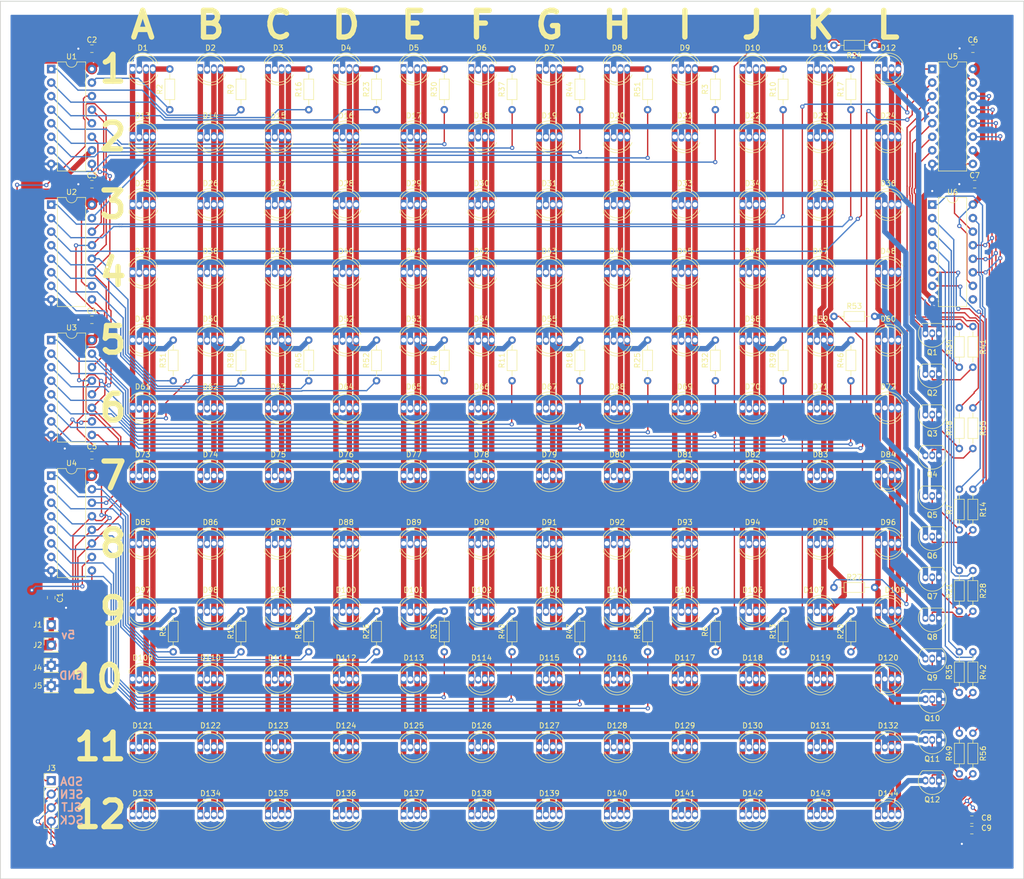
<source format=kicad_pcb>
(kicad_pcb (version 20171130) (host pcbnew 5.0.2+dfsg1-1)
  (layers (0 F.Cu signal) (31 B.Cu signal) (34 B.Paste user) (35 F.Paste user) (36 B.SilkS user) (37 F.SilkS user) (38 B.Mask user) (39 F.Mask user) (44 Edge.Cuts user))
  (net 0 "")
  (net 1 /BA1)
  (net 2 /K1)
  (net 3 /GA1)
  (net 4 /RA1)
  (net 5 /RA2)
  (net 6 /GA2)
  (net 7 /BA2)
  (net 8 /RA3)
  (net 9 /GA3)
  (net 10 /BA3)
  (net 11 /BA4)
  (net 12 /GA4)
  (net 13 /RA4)
  (net 14 /RA5)
  (net 15 /GA5)
  (net 16 /BA5)
  (net 17 /BA6)
  (net 18 /GA6)
  (net 19 /RA6)
  (net 20 /RA7)
  (net 21 /GA7)
  (net 22 /BA7)
  (net 23 /BA8)
  (net 24 /GA8)
  (net 25 /RA8)
  (net 26 /RA9)
  (net 27 /GA9)
  (net 28 /BA9)
  (net 29 /RA10)
  (net 30 /GA10)
  (net 31 /BA10)
  (net 32 /BA11)
  (net 33 /GA11)
  (net 34 /RA11)
  (net 35 /RA12)
  (net 36 /GA12)
  (net 37 /BA12)
  (net 38 /K2)
  (net 39 /K3)
  (net 40 /K4)
  (net 41 /K5)
  (net 42 /K6)
  (net 43 /K7)
  (net 44 /K8)
  (net 45 /K9)
  (net 46 /K10)
  (net 47 /K11)
  (net 48 /K12)
  (net 49 /Gnd)
  (net 50 /Vcc)
  (net 51 /SIG)
  (net 52 /SEN)
  (net 53 /SLT)
  (net 54 /SCK)
  (net 55 /KQ1)
  (net 56 /KQ2)
  (net 57 /KQ3)
  (net 58 /KQ4)
  (net 59 /KQ5)
  (net 60 /KQ6)
  (net 61 /KQ7)
  (net 62 /KQ8)
  (net 63 /KQ9)
  (net 64 /KQ10)
  (net 65 /KQ11)
  (net 66 /KQ12)
  (net 67 "Net-(R2-Pad1)")
  (net 68 "Net-(R3-Pad1)")
  (net 69 "Net-(R4-Pad1)")
  (net 70 "Net-(R5-Pad1)")
  (net 71 "Net-(R6-Pad1)")
  (net 72 "Net-(R7-Pad1)")
  (net 73 "Net-(R9-Pad1)")
  (net 74 "Net-(R10-Pad1)")
  (net 75 "Net-(R11-Pad1)")
  (net 76 "Net-(R12-Pad1)")
  (net 77 "Net-(R13-Pad1)")
  (net 78 "Net-(R14-Pad1)")
  (net 79 "Net-(R16-Pad1)")
  (net 80 "Net-(R17-Pad1)")
  (net 81 "Net-(R18-Pad1)")
  (net 82 "Net-(R19-Pad1)")
  (net 83 "Net-(R20-Pad1)")
  (net 84 "Net-(R21-Pad1)")
  (net 85 "Net-(R23-Pad1)")
  (net 86 "Net-(R24-Pad1)")
  (net 87 "Net-(R25-Pad1)")
  (net 88 "Net-(R26-Pad1)")
  (net 89 "Net-(R27-Pad1)")
  (net 90 "Net-(R28-Pad1)")
  (net 91 "Net-(R30-Pad1)")
  (net 92 "Net-(R31-Pad1)")
  (net 93 "Net-(R32-Pad1)")
  (net 94 "Net-(R33-Pad1)")
  (net 95 "Net-(R34-Pad1)")
  (net 96 "Net-(R35-Pad1)")
  (net 97 "Net-(R37-Pad1)")
  (net 98 "Net-(R38-Pad1)")
  (net 99 "Net-(R39-Pad1)")
  (net 100 "Net-(R40-Pad1)")
  (net 101 "Net-(R41-Pad1)")
  (net 102 "Net-(R42-Pad1)")
  (net 103 "Net-(R44-Pad1)")
  (net 104 "Net-(R45-Pad1)")
  (net 105 "Net-(R46-Pad1)")
  (net 106 "Net-(R47-Pad1)")
  (net 107 "Net-(R48-Pad1)")
  (net 108 "Net-(R49-Pad1)")
  (net 109 "Net-(R51-Pad1)")
  (net 110 "Net-(R52-Pad1)")
  (net 111 "Net-(R53-Pad1)")
  (net 112 "Net-(R54-Pad1)")
  (net 113 "Net-(R55-Pad1)")
  (net 114 "Net-(R56-Pad1)")
  (net 115 "Net-(U2-Pad9)")
  (net 116 "Net-(U3-Pad9)")
  (net 117 "Net-(U4-Pad9)")
  (net 118 "Net-(U5-Pad9)")
  (net 119 "Net-(U1-Pad9)")
  (module Resistor_THT:R_Axial_DIN0204_L3.6mm_D1.6mm_P7.62mm_Horizontal (layer F.Cu) (at 205.105 71.755)
    (fp_text reference R53 (at 3.81 -1.92) (layer F.SilkS))
    (fp_text value rG)
    (pad 1 thru_hole circle (at 0 0) (size 1.4 1.4) (drill 0.7) (layers *.Cu *.Mask) (net 111 "Net-(R53-Pad1)"))
    (pad 2 thru_hole oval (at 7.62 0) (size 1.4 1.4) (drill 0.7) (layers *.Cu *.Mask) (net 36 /GA12))
  )
  (module LED_THT:LED_D5.0mm-4_RGB (layer F.Cu) (at 213.36 76.2)
    (fp_text reference D60 (at 1.905 -3.96) (layer F.SilkS))
    (fp_text value RGB)
    (pad 1 thru_hole rect (at 0 0) (size 1.07 1.8) (drill 0.9) (layers *.Cu *.Mask) (net 37 /BA12))
    (pad 2 thru_hole oval (at 1.27 0) (size 1.07 1.8) (drill 0.9) (layers *.Cu *.Mask) (net 41 /K5))
    (pad 3 thru_hole oval (at 2.54 0) (size 1.07 1.8) (drill 0.9) (layers *.Cu *.Mask) (net 36 /GA12))
    (pad 4 thru_hole oval (at 3.81 0) (size 1.07 1.8) (drill 0.9) (layers *.Cu *.Mask) (net 35 /RA12))
  )
  (module LED_THT:LED_D5.0mm-4_RGB (layer F.Cu) (at 200.66 63.5)
    (fp_text reference D47 (at 1.905 -3.96) (layer F.SilkS))
    (fp_text value RGB)
    (pad 1 thru_hole rect (at 0 0) (size 1.07 1.8) (drill 0.9) (layers *.Cu *.Mask) (net 32 /BA11))
    (pad 2 thru_hole oval (at 1.27 0) (size 1.07 1.8) (drill 0.9) (layers *.Cu *.Mask) (net 40 /K4))
    (pad 3 thru_hole oval (at 2.54 0) (size 1.07 1.8) (drill 0.9) (layers *.Cu *.Mask) (net 33 /GA11))
    (pad 4 thru_hole oval (at 3.81 0) (size 1.07 1.8) (drill 0.9) (layers *.Cu *.Mask) (net 34 /RA11))
  )
  (module LED_THT:LED_D5.0mm-4_RGB (layer F.Cu) (at 73.66 25.4)
    (fp_text reference D1 (at 1.905 -3.96) (layer F.SilkS))
    (fp_text value RGB)
    (pad 1 thru_hole rect (at 0 0) (size 1.07 1.8) (drill 0.9) (layers *.Cu *.Mask) (net 1 /BA1))
    (pad 2 thru_hole oval (at 1.27 0) (size 1.07 1.8) (drill 0.9) (layers *.Cu *.Mask) (net 2 /K1))
    (pad 3 thru_hole oval (at 2.54 0) (size 1.07 1.8) (drill 0.9) (layers *.Cu *.Mask) (net 3 /GA1))
    (pad 4 thru_hole oval (at 3.81 0) (size 1.07 1.8) (drill 0.9) (layers *.Cu *.Mask) (net 4 /RA1))
  )
  (module LED_THT:LED_D5.0mm-4_RGB (layer F.Cu) (at 86.36 25.4)
    (fp_text reference D2 (at 1.905 -3.96) (layer F.SilkS))
    (fp_text value RGB)
    (pad 4 thru_hole oval (at 3.81 0) (size 1.07 1.8) (drill 0.9) (layers *.Cu *.Mask) (net 5 /RA2))
    (pad 3 thru_hole oval (at 2.54 0) (size 1.07 1.8) (drill 0.9) (layers *.Cu *.Mask) (net 6 /GA2))
    (pad 2 thru_hole oval (at 1.27 0) (size 1.07 1.8) (drill 0.9) (layers *.Cu *.Mask) (net 2 /K1))
    (pad 1 thru_hole rect (at 0 0) (size 1.07 1.8) (drill 0.9) (layers *.Cu *.Mask) (net 7 /BA2))
  )
  (module LED_THT:LED_D5.0mm-4_RGB (layer F.Cu) (at 99.06 25.4)
    (fp_text reference D3 (at 1.905 -3.96) (layer F.SilkS))
    (fp_text value RGB)
    (pad 4 thru_hole oval (at 3.81 0) (size 1.07 1.8) (drill 0.9) (layers *.Cu *.Mask) (net 8 /RA3))
    (pad 3 thru_hole oval (at 2.54 0) (size 1.07 1.8) (drill 0.9) (layers *.Cu *.Mask) (net 9 /GA3))
    (pad 2 thru_hole oval (at 1.27 0) (size 1.07 1.8) (drill 0.9) (layers *.Cu *.Mask) (net 2 /K1))
    (pad 1 thru_hole rect (at 0 0) (size 1.07 1.8) (drill 0.9) (layers *.Cu *.Mask) (net 10 /BA3))
  )
  (module LED_THT:LED_D5.0mm-4_RGB (layer F.Cu) (at 111.76 25.4)
    (fp_text reference D4 (at 1.905 -3.96) (layer F.SilkS))
    (fp_text value RGB)
    (pad 1 thru_hole rect (at 0 0) (size 1.07 1.8) (drill 0.9) (layers *.Cu *.Mask) (net 11 /BA4))
    (pad 2 thru_hole oval (at 1.27 0) (size 1.07 1.8) (drill 0.9) (layers *.Cu *.Mask) (net 2 /K1))
    (pad 3 thru_hole oval (at 2.54 0) (size 1.07 1.8) (drill 0.9) (layers *.Cu *.Mask) (net 12 /GA4))
    (pad 4 thru_hole oval (at 3.81 0) (size 1.07 1.8) (drill 0.9) (layers *.Cu *.Mask) (net 13 /RA4))
  )
  (module LED_THT:LED_D5.0mm-4_RGB (layer F.Cu) (at 124.46 25.4)
    (fp_text reference D5 (at 1.905 -3.96) (layer F.SilkS))
    (fp_text value RGB)
    (pad 4 thru_hole oval (at 3.81 0) (size 1.07 1.8) (drill 0.9) (layers *.Cu *.Mask) (net 14 /RA5))
    (pad 3 thru_hole oval (at 2.54 0) (size 1.07 1.8) (drill 0.9) (layers *.Cu *.Mask) (net 15 /GA5))
    (pad 2 thru_hole oval (at 1.27 0) (size 1.07 1.8) (drill 0.9) (layers *.Cu *.Mask) (net 2 /K1))
    (pad 1 thru_hole rect (at 0 0) (size 1.07 1.8) (drill 0.9) (layers *.Cu *.Mask) (net 16 /BA5))
  )
  (module LED_THT:LED_D5.0mm-4_RGB (layer F.Cu) (at 137.16 25.4)
    (fp_text reference D6 (at 1.905 -3.96) (layer F.SilkS))
    (fp_text value RGB)
    (pad 1 thru_hole rect (at 0 0) (size 1.07 1.8) (drill 0.9) (layers *.Cu *.Mask) (net 17 /BA6))
    (pad 2 thru_hole oval (at 1.27 0) (size 1.07 1.8) (drill 0.9) (layers *.Cu *.Mask) (net 2 /K1))
    (pad 3 thru_hole oval (at 2.54 0) (size 1.07 1.8) (drill 0.9) (layers *.Cu *.Mask) (net 18 /GA6))
    (pad 4 thru_hole oval (at 3.81 0) (size 1.07 1.8) (drill 0.9) (layers *.Cu *.Mask) (net 19 /RA6))
  )
  (module LED_THT:LED_D5.0mm-4_RGB (layer F.Cu) (at 149.86 25.4)
    (fp_text reference D7 (at 1.905 -3.96) (layer F.SilkS))
    (fp_text value RGB)
    (pad 4 thru_hole oval (at 3.81 0) (size 1.07 1.8) (drill 0.9) (layers *.Cu *.Mask) (net 20 /RA7))
    (pad 3 thru_hole oval (at 2.54 0) (size 1.07 1.8) (drill 0.9) (layers *.Cu *.Mask) (net 21 /GA7))
    (pad 2 thru_hole oval (at 1.27 0) (size 1.07 1.8) (drill 0.9) (layers *.Cu *.Mask) (net 2 /K1))
    (pad 1 thru_hole rect (at 0 0) (size 1.07 1.8) (drill 0.9) (layers *.Cu *.Mask) (net 22 /BA7))
  )
  (module LED_THT:LED_D5.0mm-4_RGB (layer F.Cu) (at 162.56 25.4)
    (fp_text reference D8 (at 1.905 -3.96) (layer F.SilkS))
    (fp_text value RGB)
    (pad 1 thru_hole rect (at 0 0) (size 1.07 1.8) (drill 0.9) (layers *.Cu *.Mask) (net 23 /BA8))
    (pad 2 thru_hole oval (at 1.27 0) (size 1.07 1.8) (drill 0.9) (layers *.Cu *.Mask) (net 2 /K1))
    (pad 3 thru_hole oval (at 2.54 0) (size 1.07 1.8) (drill 0.9) (layers *.Cu *.Mask) (net 24 /GA8))
    (pad 4 thru_hole oval (at 3.81 0) (size 1.07 1.8) (drill 0.9) (layers *.Cu *.Mask) (net 25 /RA8))
  )
  (module LED_THT:LED_D5.0mm-4_RGB (layer F.Cu) (at 175.26 25.4)
    (fp_text reference D9 (at 1.905 -3.96) (layer F.SilkS))
    (fp_text value RGB)
    (pad 4 thru_hole oval (at 3.81 0) (size 1.07 1.8) (drill 0.9) (layers *.Cu *.Mask) (net 26 /RA9))
    (pad 3 thru_hole oval (at 2.54 0) (size 1.07 1.8) (drill 0.9) (layers *.Cu *.Mask) (net 27 /GA9))
    (pad 2 thru_hole oval (at 1.27 0) (size 1.07 1.8) (drill 0.9) (layers *.Cu *.Mask) (net 2 /K1))
    (pad 1 thru_hole rect (at 0 0) (size 1.07 1.8) (drill 0.9) (layers *.Cu *.Mask) (net 28 /BA9))
  )
  (module LED_THT:LED_D5.0mm-4_RGB (layer F.Cu) (at 187.96 25.4)
    (fp_text reference D10 (at 1.905 -3.96) (layer F.SilkS))
    (fp_text value RGB)
    (pad 4 thru_hole oval (at 3.81 0) (size 1.07 1.8) (drill 0.9) (layers *.Cu *.Mask) (net 29 /RA10))
    (pad 3 thru_hole oval (at 2.54 0) (size 1.07 1.8) (drill 0.9) (layers *.Cu *.Mask) (net 30 /GA10))
    (pad 2 thru_hole oval (at 1.27 0) (size 1.07 1.8) (drill 0.9) (layers *.Cu *.Mask) (net 2 /K1))
    (pad 1 thru_hole rect (at 0 0) (size 1.07 1.8) (drill 0.9) (layers *.Cu *.Mask) (net 31 /BA10))
  )
  (module LED_THT:LED_D5.0mm-4_RGB (layer F.Cu) (at 200.66 25.4)
    (fp_text reference D11 (at 1.905 -3.96) (layer F.SilkS))
    (fp_text value RGB)
    (pad 1 thru_hole rect (at 0 0) (size 1.07 1.8) (drill 0.9) (layers *.Cu *.Mask) (net 32 /BA11))
    (pad 2 thru_hole oval (at 1.27 0) (size 1.07 1.8) (drill 0.9) (layers *.Cu *.Mask) (net 2 /K1))
    (pad 3 thru_hole oval (at 2.54 0) (size 1.07 1.8) (drill 0.9) (layers *.Cu *.Mask) (net 33 /GA11))
    (pad 4 thru_hole oval (at 3.81 0) (size 1.07 1.8) (drill 0.9) (layers *.Cu *.Mask) (net 34 /RA11))
  )
  (module LED_THT:LED_D5.0mm-4_RGB (layer F.Cu) (at 213.36 25.4)
    (fp_text reference D12 (at 1.905 -3.96) (layer F.SilkS))
    (fp_text value RGB)
    (pad 4 thru_hole oval (at 3.81 0) (size 1.07 1.8) (drill 0.9) (layers *.Cu *.Mask) (net 35 /RA12))
    (pad 3 thru_hole oval (at 2.54 0) (size 1.07 1.8) (drill 0.9) (layers *.Cu *.Mask) (net 36 /GA12))
    (pad 2 thru_hole oval (at 1.27 0) (size 1.07 1.8) (drill 0.9) (layers *.Cu *.Mask) (net 2 /K1))
    (pad 1 thru_hole rect (at 0 0) (size 1.07 1.8) (drill 0.9) (layers *.Cu *.Mask) (net 37 /BA12))
  )
  (module LED_THT:LED_D5.0mm-4_RGB (layer F.Cu) (at 73.66 38.1)
    (fp_text reference D13 (at 1.905 -3.96) (layer F.SilkS))
    (fp_text value RGB)
    (pad 4 thru_hole oval (at 3.81 0) (size 1.07 1.8) (drill 0.9) (layers *.Cu *.Mask) (net 4 /RA1))
    (pad 3 thru_hole oval (at 2.54 0) (size 1.07 1.8) (drill 0.9) (layers *.Cu *.Mask) (net 3 /GA1))
    (pad 2 thru_hole oval (at 1.27 0) (size 1.07 1.8) (drill 0.9) (layers *.Cu *.Mask) (net 38 /K2))
    (pad 1 thru_hole rect (at 0 0) (size 1.07 1.8) (drill 0.9) (layers *.Cu *.Mask) (net 1 /BA1))
  )
  (module LED_THT:LED_D5.0mm-4_RGB (layer F.Cu) (at 86.36 38.1)
    (fp_text reference D14 (at 1.905 -3.96) (layer F.SilkS))
    (fp_text value RGB)
    (pad 4 thru_hole oval (at 3.81 0) (size 1.07 1.8) (drill 0.9) (layers *.Cu *.Mask) (net 5 /RA2))
    (pad 3 thru_hole oval (at 2.54 0) (size 1.07 1.8) (drill 0.9) (layers *.Cu *.Mask) (net 6 /GA2))
    (pad 2 thru_hole oval (at 1.27 0) (size 1.07 1.8) (drill 0.9) (layers *.Cu *.Mask) (net 38 /K2))
    (pad 1 thru_hole rect (at 0 0) (size 1.07 1.8) (drill 0.9) (layers *.Cu *.Mask) (net 7 /BA2))
  )
  (module LED_THT:LED_D5.0mm-4_RGB (layer F.Cu) (at 99.06 38.1)
    (fp_text reference D15 (at 1.905 -3.96) (layer F.SilkS))
    (fp_text value RGB)
    (pad 4 thru_hole oval (at 3.81 0) (size 1.07 1.8) (drill 0.9) (layers *.Cu *.Mask) (net 8 /RA3))
    (pad 3 thru_hole oval (at 2.54 0) (size 1.07 1.8) (drill 0.9) (layers *.Cu *.Mask) (net 9 /GA3))
    (pad 2 thru_hole oval (at 1.27 0) (size 1.07 1.8) (drill 0.9) (layers *.Cu *.Mask) (net 38 /K2))
    (pad 1 thru_hole rect (at 0 0) (size 1.07 1.8) (drill 0.9) (layers *.Cu *.Mask) (net 10 /BA3))
  )
  (module LED_THT:LED_D5.0mm-4_RGB (layer F.Cu) (at 111.76 38.1)
    (fp_text reference D16 (at 1.905 -3.96) (layer F.SilkS))
    (fp_text value RGB)
    (pad 1 thru_hole rect (at 0 0) (size 1.07 1.8) (drill 0.9) (layers *.Cu *.Mask) (net 11 /BA4))
    (pad 2 thru_hole oval (at 1.27 0) (size 1.07 1.8) (drill 0.9) (layers *.Cu *.Mask) (net 38 /K2))
    (pad 3 thru_hole oval (at 2.54 0) (size 1.07 1.8) (drill 0.9) (layers *.Cu *.Mask) (net 12 /GA4))
    (pad 4 thru_hole oval (at 3.81 0) (size 1.07 1.8) (drill 0.9) (layers *.Cu *.Mask) (net 13 /RA4))
  )
  (module LED_THT:LED_D5.0mm-4_RGB (layer F.Cu) (at 124.46 38.1)
    (fp_text reference D17 (at 1.905 -3.96) (layer F.SilkS))
    (fp_text value RGB)
    (pad 4 thru_hole oval (at 3.81 0) (size 1.07 1.8) (drill 0.9) (layers *.Cu *.Mask) (net 14 /RA5))
    (pad 3 thru_hole oval (at 2.54 0) (size 1.07 1.8) (drill 0.9) (layers *.Cu *.Mask) (net 15 /GA5))
    (pad 2 thru_hole oval (at 1.27 0) (size 1.07 1.8) (drill 0.9) (layers *.Cu *.Mask) (net 38 /K2))
    (pad 1 thru_hole rect (at 0 0) (size 1.07 1.8) (drill 0.9) (layers *.Cu *.Mask) (net 16 /BA5))
  )
  (module LED_THT:LED_D5.0mm-4_RGB (layer F.Cu) (at 137.16 38.1)
    (fp_text reference D18 (at 1.905 -3.96) (layer F.SilkS))
    (fp_text value RGB)
    (pad 1 thru_hole rect (at 0 0) (size 1.07 1.8) (drill 0.9) (layers *.Cu *.Mask) (net 17 /BA6))
    (pad 2 thru_hole oval (at 1.27 0) (size 1.07 1.8) (drill 0.9) (layers *.Cu *.Mask) (net 38 /K2))
    (pad 3 thru_hole oval (at 2.54 0) (size 1.07 1.8) (drill 0.9) (layers *.Cu *.Mask) (net 18 /GA6))
    (pad 4 thru_hole oval (at 3.81 0) (size 1.07 1.8) (drill 0.9) (layers *.Cu *.Mask) (net 19 /RA6))
  )
  (module LED_THT:LED_D5.0mm-4_RGB (layer F.Cu) (at 149.86 38.1)
    (fp_text reference D19 (at 1.905 -3.96) (layer F.SilkS))
    (fp_text value RGB)
    (pad 4 thru_hole oval (at 3.81 0) (size 1.07 1.8) (drill 0.9) (layers *.Cu *.Mask) (net 20 /RA7))
    (pad 3 thru_hole oval (at 2.54 0) (size 1.07 1.8) (drill 0.9) (layers *.Cu *.Mask) (net 21 /GA7))
    (pad 2 thru_hole oval (at 1.27 0) (size 1.07 1.8) (drill 0.9) (layers *.Cu *.Mask) (net 38 /K2))
    (pad 1 thru_hole rect (at 0 0) (size 1.07 1.8) (drill 0.9) (layers *.Cu *.Mask) (net 22 /BA7))
  )
  (module LED_THT:LED_D5.0mm-4_RGB (layer F.Cu) (at 162.56 38.1)
    (fp_text reference D20 (at 1.905 -3.96) (layer F.SilkS))
    (fp_text value RGB)
    (pad 1 thru_hole rect (at 0 0) (size 1.07 1.8) (drill 0.9) (layers *.Cu *.Mask) (net 23 /BA8))
    (pad 2 thru_hole oval (at 1.27 0) (size 1.07 1.8) (drill 0.9) (layers *.Cu *.Mask) (net 38 /K2))
    (pad 3 thru_hole oval (at 2.54 0) (size 1.07 1.8) (drill 0.9) (layers *.Cu *.Mask) (net 24 /GA8))
    (pad 4 thru_hole oval (at 3.81 0) (size 1.07 1.8) (drill 0.9) (layers *.Cu *.Mask) (net 25 /RA8))
  )
  (module LED_THT:LED_D5.0mm-4_RGB (layer F.Cu) (at 175.26 38.1)
    (fp_text reference D21 (at 1.905 -3.96) (layer F.SilkS))
    (fp_text value RGB)
    (pad 1 thru_hole rect (at 0 0) (size 1.07 1.8) (drill 0.9) (layers *.Cu *.Mask) (net 28 /BA9))
    (pad 2 thru_hole oval (at 1.27 0) (size 1.07 1.8) (drill 0.9) (layers *.Cu *.Mask) (net 38 /K2))
    (pad 3 thru_hole oval (at 2.54 0) (size 1.07 1.8) (drill 0.9) (layers *.Cu *.Mask) (net 27 /GA9))
    (pad 4 thru_hole oval (at 3.81 0) (size 1.07 1.8) (drill 0.9) (layers *.Cu *.Mask) (net 26 /RA9))
  )
  (module LED_THT:LED_D5.0mm-4_RGB (layer F.Cu) (at 187.96 38.1)
    (fp_text reference D22 (at 1.905 -3.96) (layer F.SilkS))
    (fp_text value RGB)
    (pad 4 thru_hole oval (at 3.81 0) (size 1.07 1.8) (drill 0.9) (layers *.Cu *.Mask) (net 29 /RA10))
    (pad 3 thru_hole oval (at 2.54 0) (size 1.07 1.8) (drill 0.9) (layers *.Cu *.Mask) (net 30 /GA10))
    (pad 2 thru_hole oval (at 1.27 0) (size 1.07 1.8) (drill 0.9) (layers *.Cu *.Mask) (net 38 /K2))
    (pad 1 thru_hole rect (at 0 0) (size 1.07 1.8) (drill 0.9) (layers *.Cu *.Mask) (net 31 /BA10))
  )
  (module LED_THT:LED_D5.0mm-4_RGB (layer F.Cu) (at 200.66 38.1)
    (fp_text reference D23 (at 1.905 -3.96) (layer F.SilkS))
    (fp_text value RGB)
    (pad 1 thru_hole rect (at 0 0) (size 1.07 1.8) (drill 0.9) (layers *.Cu *.Mask) (net 32 /BA11))
    (pad 2 thru_hole oval (at 1.27 0) (size 1.07 1.8) (drill 0.9) (layers *.Cu *.Mask) (net 38 /K2))
    (pad 3 thru_hole oval (at 2.54 0) (size 1.07 1.8) (drill 0.9) (layers *.Cu *.Mask) (net 33 /GA11))
    (pad 4 thru_hole oval (at 3.81 0) (size 1.07 1.8) (drill 0.9) (layers *.Cu *.Mask) (net 34 /RA11))
  )
  (module LED_THT:LED_D5.0mm-4_RGB (layer F.Cu) (at 213.36 38.1)
    (fp_text reference D24 (at 1.905 -3.96) (layer F.SilkS))
    (fp_text value RGB)
    (pad 1 thru_hole rect (at 0 0) (size 1.07 1.8) (drill 0.9) (layers *.Cu *.Mask) (net 37 /BA12))
    (pad 2 thru_hole oval (at 1.27 0) (size 1.07 1.8) (drill 0.9) (layers *.Cu *.Mask) (net 38 /K2))
    (pad 3 thru_hole oval (at 2.54 0) (size 1.07 1.8) (drill 0.9) (layers *.Cu *.Mask) (net 36 /GA12))
    (pad 4 thru_hole oval (at 3.81 0) (size 1.07 1.8) (drill 0.9) (layers *.Cu *.Mask) (net 35 /RA12))
  )
  (module LED_THT:LED_D5.0mm-4_RGB (layer F.Cu) (at 73.66 50.8)
    (fp_text reference D25 (at 1.905 -3.96) (layer F.SilkS))
    (fp_text value RGB)
    (pad 1 thru_hole rect (at 0 0) (size 1.07 1.8) (drill 0.9) (layers *.Cu *.Mask) (net 1 /BA1))
    (pad 2 thru_hole oval (at 1.27 0) (size 1.07 1.8) (drill 0.9) (layers *.Cu *.Mask) (net 39 /K3))
    (pad 3 thru_hole oval (at 2.54 0) (size 1.07 1.8) (drill 0.9) (layers *.Cu *.Mask) (net 3 /GA1))
    (pad 4 thru_hole oval (at 3.81 0) (size 1.07 1.8) (drill 0.9) (layers *.Cu *.Mask) (net 4 /RA1))
  )
  (module LED_THT:LED_D5.0mm-4_RGB (layer F.Cu) (at 86.36 50.8)
    (fp_text reference D26 (at 1.905 -3.96) (layer F.SilkS))
    (fp_text value RGB)
    (pad 4 thru_hole oval (at 3.81 0) (size 1.07 1.8) (drill 0.9) (layers *.Cu *.Mask) (net 5 /RA2))
    (pad 3 thru_hole oval (at 2.54 0) (size 1.07 1.8) (drill 0.9) (layers *.Cu *.Mask) (net 6 /GA2))
    (pad 2 thru_hole oval (at 1.27 0) (size 1.07 1.8) (drill 0.9) (layers *.Cu *.Mask) (net 39 /K3))
    (pad 1 thru_hole rect (at 0 0) (size 1.07 1.8) (drill 0.9) (layers *.Cu *.Mask) (net 7 /BA2))
  )
  (module LED_THT:LED_D5.0mm-4_RGB (layer F.Cu) (at 99.06 50.8)
    (fp_text reference D27 (at 1.905 -3.96) (layer F.SilkS))
    (fp_text value RGB)
    (pad 4 thru_hole oval (at 3.81 0) (size 1.07 1.8) (drill 0.9) (layers *.Cu *.Mask) (net 8 /RA3))
    (pad 3 thru_hole oval (at 2.54 0) (size 1.07 1.8) (drill 0.9) (layers *.Cu *.Mask) (net 9 /GA3))
    (pad 2 thru_hole oval (at 1.27 0) (size 1.07 1.8) (drill 0.9) (layers *.Cu *.Mask) (net 39 /K3))
    (pad 1 thru_hole rect (at 0 0) (size 1.07 1.8) (drill 0.9) (layers *.Cu *.Mask) (net 10 /BA3))
  )
  (module LED_THT:LED_D5.0mm-4_RGB (layer F.Cu) (at 111.76 50.8)
    (fp_text reference D28 (at 1.905 -3.96) (layer F.SilkS))
    (fp_text value RGB)
    (pad 1 thru_hole rect (at 0 0) (size 1.07 1.8) (drill 0.9) (layers *.Cu *.Mask) (net 11 /BA4))
    (pad 2 thru_hole oval (at 1.27 0) (size 1.07 1.8) (drill 0.9) (layers *.Cu *.Mask) (net 39 /K3))
    (pad 3 thru_hole oval (at 2.54 0) (size 1.07 1.8) (drill 0.9) (layers *.Cu *.Mask) (net 12 /GA4))
    (pad 4 thru_hole oval (at 3.81 0) (size 1.07 1.8) (drill 0.9) (layers *.Cu *.Mask) (net 13 /RA4))
  )
  (module LED_THT:LED_D5.0mm-4_RGB (layer F.Cu) (at 124.46 50.8)
    (fp_text reference D29 (at 1.905 -3.96) (layer F.SilkS))
    (fp_text value RGB)
    (pad 1 thru_hole rect (at 0 0) (size 1.07 1.8) (drill 0.9) (layers *.Cu *.Mask) (net 16 /BA5))
    (pad 2 thru_hole oval (at 1.27 0) (size 1.07 1.8) (drill 0.9) (layers *.Cu *.Mask) (net 39 /K3))
    (pad 3 thru_hole oval (at 2.54 0) (size 1.07 1.8) (drill 0.9) (layers *.Cu *.Mask) (net 15 /GA5))
    (pad 4 thru_hole oval (at 3.81 0) (size 1.07 1.8) (drill 0.9) (layers *.Cu *.Mask) (net 14 /RA5))
  )
  (module LED_THT:LED_D5.0mm-4_RGB (layer F.Cu) (at 137.16 50.8)
    (fp_text reference D30 (at 1.905 -3.96) (layer F.SilkS))
    (fp_text value RGB)
    (pad 1 thru_hole rect (at 0 0) (size 1.07 1.8) (drill 0.9) (layers *.Cu *.Mask) (net 17 /BA6))
    (pad 2 thru_hole oval (at 1.27 0) (size 1.07 1.8) (drill 0.9) (layers *.Cu *.Mask) (net 39 /K3))
    (pad 3 thru_hole oval (at 2.54 0) (size 1.07 1.8) (drill 0.9) (layers *.Cu *.Mask) (net 18 /GA6))
    (pad 4 thru_hole oval (at 3.81 0) (size 1.07 1.8) (drill 0.9) (layers *.Cu *.Mask) (net 19 /RA6))
  )
  (module LED_THT:LED_D5.0mm-4_RGB (layer F.Cu) (at 149.86 50.8)
    (fp_text reference D31 (at 1.905 -3.96) (layer F.SilkS))
    (fp_text value RGB)
    (pad 4 thru_hole oval (at 3.81 0) (size 1.07 1.8) (drill 0.9) (layers *.Cu *.Mask) (net 20 /RA7))
    (pad 3 thru_hole oval (at 2.54 0) (size 1.07 1.8) (drill 0.9) (layers *.Cu *.Mask) (net 21 /GA7))
    (pad 2 thru_hole oval (at 1.27 0) (size 1.07 1.8) (drill 0.9) (layers *.Cu *.Mask) (net 39 /K3))
    (pad 1 thru_hole rect (at 0 0) (size 1.07 1.8) (drill 0.9) (layers *.Cu *.Mask) (net 22 /BA7))
  )
  (module LED_THT:LED_D5.0mm-4_RGB (layer F.Cu) (at 162.56 50.8)
    (fp_text reference D32 (at 1.905 -3.96) (layer F.SilkS))
    (fp_text value RGB)
    (pad 1 thru_hole rect (at 0 0) (size 1.07 1.8) (drill 0.9) (layers *.Cu *.Mask) (net 23 /BA8))
    (pad 2 thru_hole oval (at 1.27 0) (size 1.07 1.8) (drill 0.9) (layers *.Cu *.Mask) (net 39 /K3))
    (pad 3 thru_hole oval (at 2.54 0) (size 1.07 1.8) (drill 0.9) (layers *.Cu *.Mask) (net 24 /GA8))
    (pad 4 thru_hole oval (at 3.81 0) (size 1.07 1.8) (drill 0.9) (layers *.Cu *.Mask) (net 25 /RA8))
  )
  (module LED_THT:LED_D5.0mm-4_RGB (layer F.Cu) (at 175.26 50.8)
    (fp_text reference D33 (at 1.905 -3.96) (layer F.SilkS))
    (fp_text value RGB)
    (pad 1 thru_hole rect (at 0 0) (size 1.07 1.8) (drill 0.9) (layers *.Cu *.Mask) (net 28 /BA9))
    (pad 2 thru_hole oval (at 1.27 0) (size 1.07 1.8) (drill 0.9) (layers *.Cu *.Mask) (net 39 /K3))
    (pad 3 thru_hole oval (at 2.54 0) (size 1.07 1.8) (drill 0.9) (layers *.Cu *.Mask) (net 27 /GA9))
    (pad 4 thru_hole oval (at 3.81 0) (size 1.07 1.8) (drill 0.9) (layers *.Cu *.Mask) (net 26 /RA9))
  )
  (module LED_THT:LED_D5.0mm-4_RGB (layer F.Cu) (at 187.96 50.8)
    (fp_text reference D34 (at 1.905 -3.96) (layer F.SilkS))
    (fp_text value RGB)
    (pad 4 thru_hole oval (at 3.81 0) (size 1.07 1.8) (drill 0.9) (layers *.Cu *.Mask) (net 29 /RA10))
    (pad 3 thru_hole oval (at 2.54 0) (size 1.07 1.8) (drill 0.9) (layers *.Cu *.Mask) (net 30 /GA10))
    (pad 2 thru_hole oval (at 1.27 0) (size 1.07 1.8) (drill 0.9) (layers *.Cu *.Mask) (net 39 /K3))
    (pad 1 thru_hole rect (at 0 0) (size 1.07 1.8) (drill 0.9) (layers *.Cu *.Mask) (net 31 /BA10))
  )
  (module LED_THT:LED_D5.0mm-4_RGB (layer F.Cu) (at 200.66 50.8)
    (fp_text reference D35 (at 1.905 -3.96) (layer F.SilkS))
    (fp_text value RGB)
    (pad 1 thru_hole rect (at 0 0) (size 1.07 1.8) (drill 0.9) (layers *.Cu *.Mask) (net 32 /BA11))
    (pad 2 thru_hole oval (at 1.27 0) (size 1.07 1.8) (drill 0.9) (layers *.Cu *.Mask) (net 39 /K3))
    (pad 3 thru_hole oval (at 2.54 0) (size 1.07 1.8) (drill 0.9) (layers *.Cu *.Mask) (net 33 /GA11))
    (pad 4 thru_hole oval (at 3.81 0) (size 1.07 1.8) (drill 0.9) (layers *.Cu *.Mask) (net 34 /RA11))
  )
  (module LED_THT:LED_D5.0mm-4_RGB (layer F.Cu) (at 213.36 50.8)
    (fp_text reference D36 (at 1.905 -3.96) (layer F.SilkS))
    (fp_text value RGB)
    (pad 4 thru_hole oval (at 3.81 0) (size 1.07 1.8) (drill 0.9) (layers *.Cu *.Mask) (net 35 /RA12))
    (pad 3 thru_hole oval (at 2.54 0) (size 1.07 1.8) (drill 0.9) (layers *.Cu *.Mask) (net 36 /GA12))
    (pad 2 thru_hole oval (at 1.27 0) (size 1.07 1.8) (drill 0.9) (layers *.Cu *.Mask) (net 39 /K3))
    (pad 1 thru_hole rect (at 0 0) (size 1.07 1.8) (drill 0.9) (layers *.Cu *.Mask) (net 37 /BA12))
  )
  (module LED_THT:LED_D5.0mm-4_RGB (layer F.Cu) (at 73.66 63.5)
    (fp_text reference D37 (at 1.905 -3.96) (layer F.SilkS))
    (fp_text value RGB)
    (pad 1 thru_hole rect (at 0 0) (size 1.07 1.8) (drill 0.9) (layers *.Cu *.Mask) (net 1 /BA1))
    (pad 2 thru_hole oval (at 1.27 0) (size 1.07 1.8) (drill 0.9) (layers *.Cu *.Mask) (net 40 /K4))
    (pad 3 thru_hole oval (at 2.54 0) (size 1.07 1.8) (drill 0.9) (layers *.Cu *.Mask) (net 3 /GA1))
    (pad 4 thru_hole oval (at 3.81 0) (size 1.07 1.8) (drill 0.9) (layers *.Cu *.Mask) (net 4 /RA1))
  )
  (module LED_THT:LED_D5.0mm-4_RGB (layer F.Cu) (at 86.36 63.5)
    (fp_text reference D38 (at 1.905 -3.96) (layer F.SilkS))
    (fp_text value RGB)
    (pad 4 thru_hole oval (at 3.81 0) (size 1.07 1.8) (drill 0.9) (layers *.Cu *.Mask) (net 5 /RA2))
    (pad 3 thru_hole oval (at 2.54 0) (size 1.07 1.8) (drill 0.9) (layers *.Cu *.Mask) (net 6 /GA2))
    (pad 2 thru_hole oval (at 1.27 0) (size 1.07 1.8) (drill 0.9) (layers *.Cu *.Mask) (net 40 /K4))
    (pad 1 thru_hole rect (at 0 0) (size 1.07 1.8) (drill 0.9) (layers *.Cu *.Mask) (net 7 /BA2))
  )
  (module LED_THT:LED_D5.0mm-4_RGB (layer F.Cu) (at 99.06 63.5)
    (fp_text reference D39 (at 1.905 -3.96) (layer F.SilkS))
    (fp_text value RGB)
    (pad 4 thru_hole oval (at 3.81 0) (size 1.07 1.8) (drill 0.9) (layers *.Cu *.Mask) (net 8 /RA3))
    (pad 3 thru_hole oval (at 2.54 0) (size 1.07 1.8) (drill 0.9) (layers *.Cu *.Mask) (net 9 /GA3))
    (pad 2 thru_hole oval (at 1.27 0) (size 1.07 1.8) (drill 0.9) (layers *.Cu *.Mask) (net 40 /K4))
    (pad 1 thru_hole rect (at 0 0) (size 1.07 1.8) (drill 0.9) (layers *.Cu *.Mask) (net 10 /BA3))
  )
  (module LED_THT:LED_D5.0mm-4_RGB (layer F.Cu) (at 111.76 63.5)
    (fp_text reference D40 (at 1.905 -3.96) (layer F.SilkS))
    (fp_text value RGB)
    (pad 1 thru_hole rect (at 0 0) (size 1.07 1.8) (drill 0.9) (layers *.Cu *.Mask) (net 11 /BA4))
    (pad 2 thru_hole oval (at 1.27 0) (size 1.07 1.8) (drill 0.9) (layers *.Cu *.Mask) (net 40 /K4))
    (pad 3 thru_hole oval (at 2.54 0) (size 1.07 1.8) (drill 0.9) (layers *.Cu *.Mask) (net 12 /GA4))
    (pad 4 thru_hole oval (at 3.81 0) (size 1.07 1.8) (drill 0.9) (layers *.Cu *.Mask) (net 13 /RA4))
  )
  (module LED_THT:LED_D5.0mm-4_RGB (layer F.Cu) (at 124.46 63.5)
    (fp_text reference D41 (at 1.905 -3.96) (layer F.SilkS))
    (fp_text value RGB)
    (pad 4 thru_hole oval (at 3.81 0) (size 1.07 1.8) (drill 0.9) (layers *.Cu *.Mask) (net 14 /RA5))
    (pad 3 thru_hole oval (at 2.54 0) (size 1.07 1.8) (drill 0.9) (layers *.Cu *.Mask) (net 15 /GA5))
    (pad 2 thru_hole oval (at 1.27 0) (size 1.07 1.8) (drill 0.9) (layers *.Cu *.Mask) (net 40 /K4))
    (pad 1 thru_hole rect (at 0 0) (size 1.07 1.8) (drill 0.9) (layers *.Cu *.Mask) (net 16 /BA5))
  )
  (module LED_THT:LED_D5.0mm-4_RGB (layer F.Cu) (at 137.16 63.5)
    (fp_text reference D42 (at 1.905 -3.96) (layer F.SilkS))
    (fp_text value RGB)
    (pad 1 thru_hole rect (at 0 0) (size 1.07 1.8) (drill 0.9) (layers *.Cu *.Mask) (net 17 /BA6))
    (pad 2 thru_hole oval (at 1.27 0) (size 1.07 1.8) (drill 0.9) (layers *.Cu *.Mask) (net 40 /K4))
    (pad 3 thru_hole oval (at 2.54 0) (size 1.07 1.8) (drill 0.9) (layers *.Cu *.Mask) (net 18 /GA6))
    (pad 4 thru_hole oval (at 3.81 0) (size 1.07 1.8) (drill 0.9) (layers *.Cu *.Mask) (net 19 /RA6))
  )
  (module LED_THT:LED_D5.0mm-4_RGB (layer F.Cu) (at 149.86 63.5)
    (fp_text reference D43 (at 1.905 -3.96) (layer F.SilkS))
    (fp_text value RGB)
    (pad 4 thru_hole oval (at 3.81 0) (size 1.07 1.8) (drill 0.9) (layers *.Cu *.Mask) (net 20 /RA7))
    (pad 3 thru_hole oval (at 2.54 0) (size 1.07 1.8) (drill 0.9) (layers *.Cu *.Mask) (net 21 /GA7))
    (pad 2 thru_hole oval (at 1.27 0) (size 1.07 1.8) (drill 0.9) (layers *.Cu *.Mask) (net 40 /K4))
    (pad 1 thru_hole rect (at 0 0) (size 1.07 1.8) (drill 0.9) (layers *.Cu *.Mask) (net 22 /BA7))
  )
  (module LED_THT:LED_D5.0mm-4_RGB (layer F.Cu) (at 162.56 63.5)
    (fp_text reference D44 (at 1.905 -3.96) (layer F.SilkS))
    (fp_text value RGB)
    (pad 1 thru_hole rect (at 0 0) (size 1.07 1.8) (drill 0.9) (layers *.Cu *.Mask) (net 23 /BA8))
    (pad 2 thru_hole oval (at 1.27 0) (size 1.07 1.8) (drill 0.9) (layers *.Cu *.Mask) (net 40 /K4))
    (pad 3 thru_hole oval (at 2.54 0) (size 1.07 1.8) (drill 0.9) (layers *.Cu *.Mask) (net 24 /GA8))
    (pad 4 thru_hole oval (at 3.81 0) (size 1.07 1.8) (drill 0.9) (layers *.Cu *.Mask) (net 25 /RA8))
  )
  (module LED_THT:LED_D5.0mm-4_RGB (layer F.Cu) (at 175.26 63.5)
    (fp_text reference D45 (at 1.905 -3.96) (layer F.SilkS))
    (fp_text value RGB)
    (pad 4 thru_hole oval (at 3.81 0) (size 1.07 1.8) (drill 0.9) (layers *.Cu *.Mask) (net 26 /RA9))
    (pad 3 thru_hole oval (at 2.54 0) (size 1.07 1.8) (drill 0.9) (layers *.Cu *.Mask) (net 27 /GA9))
    (pad 2 thru_hole oval (at 1.27 0) (size 1.07 1.8) (drill 0.9) (layers *.Cu *.Mask) (net 40 /K4))
    (pad 1 thru_hole rect (at 0 0) (size 1.07 1.8) (drill 0.9) (layers *.Cu *.Mask) (net 28 /BA9))
  )
  (module LED_THT:LED_D5.0mm-4_RGB (layer F.Cu) (at 187.96 63.5)
    (fp_text reference D46 (at 1.905 -3.96) (layer F.SilkS))
    (fp_text value RGB)
    (pad 1 thru_hole rect (at 0 0) (size 1.07 1.8) (drill 0.9) (layers *.Cu *.Mask) (net 31 /BA10))
    (pad 2 thru_hole oval (at 1.27 0) (size 1.07 1.8) (drill 0.9) (layers *.Cu *.Mask) (net 40 /K4))
    (pad 3 thru_hole oval (at 2.54 0) (size 1.07 1.8) (drill 0.9) (layers *.Cu *.Mask) (net 30 /GA10))
    (pad 4 thru_hole oval (at 3.81 0) (size 1.07 1.8) (drill 0.9) (layers *.Cu *.Mask) (net 29 /RA10))
  )
  (module LED_THT:LED_D5.0mm-4_RGB (layer F.Cu) (at 213.36 63.5)
    (fp_text reference D48 (at 1.905 -3.96) (layer F.SilkS))
    (fp_text value RGB)
    (pad 4 thru_hole oval (at 3.81 0) (size 1.07 1.8) (drill 0.9) (layers *.Cu *.Mask) (net 35 /RA12))
    (pad 3 thru_hole oval (at 2.54 0) (size 1.07 1.8) (drill 0.9) (layers *.Cu *.Mask) (net 36 /GA12))
    (pad 2 thru_hole oval (at 1.27 0) (size 1.07 1.8) (drill 0.9) (layers *.Cu *.Mask) (net 40 /K4))
    (pad 1 thru_hole rect (at 0 0) (size 1.07 1.8) (drill 0.9) (layers *.Cu *.Mask) (net 37 /BA12))
  )
  (module LED_THT:LED_D5.0mm-4_RGB (layer F.Cu) (at 73.66 76.2)
    (fp_text reference D49 (at 1.905 -3.96) (layer F.SilkS))
    (fp_text value RGB)
    (pad 4 thru_hole oval (at 3.81 0) (size 1.07 1.8) (drill 0.9) (layers *.Cu *.Mask) (net 4 /RA1))
    (pad 3 thru_hole oval (at 2.54 0) (size 1.07 1.8) (drill 0.9) (layers *.Cu *.Mask) (net 3 /GA1))
    (pad 2 thru_hole oval (at 1.27 0) (size 1.07 1.8) (drill 0.9) (layers *.Cu *.Mask) (net 41 /K5))
    (pad 1 thru_hole rect (at 0 0) (size 1.07 1.8) (drill 0.9) (layers *.Cu *.Mask) (net 1 /BA1))
  )
  (module LED_THT:LED_D5.0mm-4_RGB (layer F.Cu) (at 86.36 76.2)
    (fp_text reference D50 (at 1.905 -3.96) (layer F.SilkS))
    (fp_text value RGB)
    (pad 4 thru_hole oval (at 3.81 0) (size 1.07 1.8) (drill 0.9) (layers *.Cu *.Mask) (net 5 /RA2))
    (pad 3 thru_hole oval (at 2.54 0) (size 1.07 1.8) (drill 0.9) (layers *.Cu *.Mask) (net 6 /GA2))
    (pad 2 thru_hole oval (at 1.27 0) (size 1.07 1.8) (drill 0.9) (layers *.Cu *.Mask) (net 41 /K5))
    (pad 1 thru_hole rect (at 0 0) (size 1.07 1.8) (drill 0.9) (layers *.Cu *.Mask) (net 7 /BA2))
  )
  (module LED_THT:LED_D5.0mm-4_RGB (layer F.Cu) (at 99.06 76.2)
    (fp_text reference D51 (at 1.905 -3.96) (layer F.SilkS))
    (fp_text value RGB)
    (pad 4 thru_hole oval (at 3.81 0) (size 1.07 1.8) (drill 0.9) (layers *.Cu *.Mask) (net 8 /RA3))
    (pad 3 thru_hole oval (at 2.54 0) (size 1.07 1.8) (drill 0.9) (layers *.Cu *.Mask) (net 9 /GA3))
    (pad 2 thru_hole oval (at 1.27 0) (size 1.07 1.8) (drill 0.9) (layers *.Cu *.Mask) (net 41 /K5))
    (pad 1 thru_hole rect (at 0 0) (size 1.07 1.8) (drill 0.9) (layers *.Cu *.Mask) (net 10 /BA3))
  )
  (module LED_THT:LED_D5.0mm-4_RGB (layer F.Cu) (at 111.76 76.2)
    (fp_text reference D52 (at 1.905 -3.96) (layer F.SilkS))
    (fp_text value RGB)
    (pad 1 thru_hole rect (at 0 0) (size 1.07 1.8) (drill 0.9) (layers *.Cu *.Mask) (net 11 /BA4))
    (pad 2 thru_hole oval (at 1.27 0) (size 1.07 1.8) (drill 0.9) (layers *.Cu *.Mask) (net 41 /K5))
    (pad 3 thru_hole oval (at 2.54 0) (size 1.07 1.8) (drill 0.9) (layers *.Cu *.Mask) (net 12 /GA4))
    (pad 4 thru_hole oval (at 3.81 0) (size 1.07 1.8) (drill 0.9) (layers *.Cu *.Mask) (net 13 /RA4))
  )
  (module LED_THT:LED_D5.0mm-4_RGB (layer F.Cu) (at 124.46 76.2)
    (fp_text reference D53 (at 1.905 -3.96) (layer F.SilkS))
    (fp_text value RGB)
    (pad 4 thru_hole oval (at 3.81 0) (size 1.07 1.8) (drill 0.9) (layers *.Cu *.Mask) (net 14 /RA5))
    (pad 3 thru_hole oval (at 2.54 0) (size 1.07 1.8) (drill 0.9) (layers *.Cu *.Mask) (net 15 /GA5))
    (pad 2 thru_hole oval (at 1.27 0) (size 1.07 1.8) (drill 0.9) (layers *.Cu *.Mask) (net 41 /K5))
    (pad 1 thru_hole rect (at 0 0) (size 1.07 1.8) (drill 0.9) (layers *.Cu *.Mask) (net 16 /BA5))
  )
  (module LED_THT:LED_D5.0mm-4_RGB (layer F.Cu) (at 137.16 76.2)
    (fp_text reference D54 (at 1.905 -3.96) (layer F.SilkS))
    (fp_text value RGB)
    (pad 1 thru_hole rect (at 0 0) (size 1.07 1.8) (drill 0.9) (layers *.Cu *.Mask) (net 17 /BA6))
    (pad 2 thru_hole oval (at 1.27 0) (size 1.07 1.8) (drill 0.9) (layers *.Cu *.Mask) (net 41 /K5))
    (pad 3 thru_hole oval (at 2.54 0) (size 1.07 1.8) (drill 0.9) (layers *.Cu *.Mask) (net 18 /GA6))
    (pad 4 thru_hole oval (at 3.81 0) (size 1.07 1.8) (drill 0.9) (layers *.Cu *.Mask) (net 19 /RA6))
  )
  (module LED_THT:LED_D5.0mm-4_RGB (layer F.Cu) (at 149.86 76.2)
    (fp_text reference D55 (at 1.905 -3.96) (layer F.SilkS))
    (fp_text value RGB)
    (pad 4 thru_hole oval (at 3.81 0) (size 1.07 1.8) (drill 0.9) (layers *.Cu *.Mask) (net 20 /RA7))
    (pad 3 thru_hole oval (at 2.54 0) (size 1.07 1.8) (drill 0.9) (layers *.Cu *.Mask) (net 21 /GA7))
    (pad 2 thru_hole oval (at 1.27 0) (size 1.07 1.8) (drill 0.9) (layers *.Cu *.Mask) (net 41 /K5))
    (pad 1 thru_hole rect (at 0 0) (size 1.07 1.8) (drill 0.9) (layers *.Cu *.Mask) (net 22 /BA7))
  )
  (module LED_THT:LED_D5.0mm-4_RGB (layer F.Cu) (at 162.56 76.2)
    (fp_text reference D56 (at 1.905 -3.96) (layer F.SilkS))
    (fp_text value RGB)
    (pad 1 thru_hole rect (at 0 0) (size 1.07 1.8) (drill 0.9) (layers *.Cu *.Mask) (net 23 /BA8))
    (pad 2 thru_hole oval (at 1.27 0) (size 1.07 1.8) (drill 0.9) (layers *.Cu *.Mask) (net 41 /K5))
    (pad 3 thru_hole oval (at 2.54 0) (size 1.07 1.8) (drill 0.9) (layers *.Cu *.Mask) (net 24 /GA8))
    (pad 4 thru_hole oval (at 3.81 0) (size 1.07 1.8) (drill 0.9) (layers *.Cu *.Mask) (net 25 /RA8))
  )
  (module LED_THT:LED_D5.0mm-4_RGB (layer F.Cu) (at 175.26 76.2)
    (fp_text reference D57 (at 1.905 -3.96) (layer F.SilkS))
    (fp_text value RGB)
    (pad 1 thru_hole rect (at 0 0) (size 1.07 1.8) (drill 0.9) (layers *.Cu *.Mask) (net 28 /BA9))
    (pad 2 thru_hole oval (at 1.27 0) (size 1.07 1.8) (drill 0.9) (layers *.Cu *.Mask) (net 41 /K5))
    (pad 3 thru_hole oval (at 2.54 0) (size 1.07 1.8) (drill 0.9) (layers *.Cu *.Mask) (net 27 /GA9))
    (pad 4 thru_hole oval (at 3.81 0) (size 1.07 1.8) (drill 0.9) (layers *.Cu *.Mask) (net 26 /RA9))
  )
  (module LED_THT:LED_D5.0mm-4_RGB (layer F.Cu) (at 187.96 76.2)
    (fp_text reference D58 (at 1.905 -3.96) (layer F.SilkS))
    (fp_text value RGB)
    (pad 4 thru_hole oval (at 3.81 0) (size 1.07 1.8) (drill 0.9) (layers *.Cu *.Mask) (net 29 /RA10))
    (pad 3 thru_hole oval (at 2.54 0) (size 1.07 1.8) (drill 0.9) (layers *.Cu *.Mask) (net 30 /GA10))
    (pad 2 thru_hole oval (at 1.27 0) (size 1.07 1.8) (drill 0.9) (layers *.Cu *.Mask) (net 41 /K5))
    (pad 1 thru_hole rect (at 0 0) (size 1.07 1.8) (drill 0.9) (layers *.Cu *.Mask) (net 31 /BA10))
  )
  (module LED_THT:LED_D5.0mm-4_RGB (layer F.Cu) (at 200.66 76.2)
    (fp_text reference D59 (at 1.905 -3.96) (layer F.SilkS))
    (fp_text value RGB)
    (pad 1 thru_hole rect (at 0 0) (size 1.07 1.8) (drill 0.9) (layers *.Cu *.Mask) (net 32 /BA11))
    (pad 2 thru_hole oval (at 1.27 0) (size 1.07 1.8) (drill 0.9) (layers *.Cu *.Mask) (net 41 /K5))
    (pad 3 thru_hole oval (at 2.54 0) (size 1.07 1.8) (drill 0.9) (layers *.Cu *.Mask) (net 33 /GA11))
    (pad 4 thru_hole oval (at 3.81 0) (size 1.07 1.8) (drill 0.9) (layers *.Cu *.Mask) (net 34 /RA11))
  )
  (module LED_THT:LED_D5.0mm-4_RGB (layer F.Cu) (at 73.66 88.9)
    (fp_text reference D61 (at 1.905 -3.96) (layer F.SilkS))
    (fp_text value RGB)
    (pad 1 thru_hole rect (at 0 0) (size 1.07 1.8) (drill 0.9) (layers *.Cu *.Mask) (net 1 /BA1))
    (pad 2 thru_hole oval (at 1.27 0) (size 1.07 1.8) (drill 0.9) (layers *.Cu *.Mask) (net 42 /K6))
    (pad 3 thru_hole oval (at 2.54 0) (size 1.07 1.8) (drill 0.9) (layers *.Cu *.Mask) (net 3 /GA1))
    (pad 4 thru_hole oval (at 3.81 0) (size 1.07 1.8) (drill 0.9) (layers *.Cu *.Mask) (net 4 /RA1))
  )
  (module LED_THT:LED_D5.0mm-4_RGB (layer F.Cu) (at 86.36 88.9)
    (fp_text reference D62 (at 1.905 -3.96) (layer F.SilkS))
    (fp_text value RGB)
    (pad 4 thru_hole oval (at 3.81 0) (size 1.07 1.8) (drill 0.9) (layers *.Cu *.Mask) (net 5 /RA2))
    (pad 3 thru_hole oval (at 2.54 0) (size 1.07 1.8) (drill 0.9) (layers *.Cu *.Mask) (net 6 /GA2))
    (pad 2 thru_hole oval (at 1.27 0) (size 1.07 1.8) (drill 0.9) (layers *.Cu *.Mask) (net 42 /K6))
    (pad 1 thru_hole rect (at 0 0) (size 1.07 1.8) (drill 0.9) (layers *.Cu *.Mask) (net 7 /BA2))
  )
  (module LED_THT:LED_D5.0mm-4_RGB (layer F.Cu) (at 99.06 88.9)
    (fp_text reference D63 (at 1.905 -3.96) (layer F.SilkS))
    (fp_text value RGB)
    (pad 4 thru_hole oval (at 3.81 0) (size 1.07 1.8) (drill 0.9) (layers *.Cu *.Mask) (net 8 /RA3))
    (pad 3 thru_hole oval (at 2.54 0) (size 1.07 1.8) (drill 0.9) (layers *.Cu *.Mask) (net 9 /GA3))
    (pad 2 thru_hole oval (at 1.27 0) (size 1.07 1.8) (drill 0.9) (layers *.Cu *.Mask) (net 42 /K6))
    (pad 1 thru_hole rect (at 0 0) (size 1.07 1.8) (drill 0.9) (layers *.Cu *.Mask) (net 10 /BA3))
  )
  (module LED_THT:LED_D5.0mm-4_RGB (layer F.Cu) (at 111.76 88.9)
    (fp_text reference D64 (at 1.905 -3.96) (layer F.SilkS))
    (fp_text value RGB)
    (pad 1 thru_hole rect (at 0 0) (size 1.07 1.8) (drill 0.9) (layers *.Cu *.Mask) (net 11 /BA4))
    (pad 2 thru_hole oval (at 1.27 0) (size 1.07 1.8) (drill 0.9) (layers *.Cu *.Mask) (net 42 /K6))
    (pad 3 thru_hole oval (at 2.54 0) (size 1.07 1.8) (drill 0.9) (layers *.Cu *.Mask) (net 12 /GA4))
    (pad 4 thru_hole oval (at 3.81 0) (size 1.07 1.8) (drill 0.9) (layers *.Cu *.Mask) (net 13 /RA4))
  )
  (module LED_THT:LED_D5.0mm-4_RGB (layer F.Cu) (at 124.46 88.9)
    (fp_text reference D65 (at 1.905 -3.96) (layer F.SilkS))
    (fp_text value RGB)
    (pad 1 thru_hole rect (at 0 0) (size 1.07 1.8) (drill 0.9) (layers *.Cu *.Mask) (net 16 /BA5))
    (pad 2 thru_hole oval (at 1.27 0) (size 1.07 1.8) (drill 0.9) (layers *.Cu *.Mask) (net 42 /K6))
    (pad 3 thru_hole oval (at 2.54 0) (size 1.07 1.8) (drill 0.9) (layers *.Cu *.Mask) (net 15 /GA5))
    (pad 4 thru_hole oval (at 3.81 0) (size 1.07 1.8) (drill 0.9) (layers *.Cu *.Mask) (net 14 /RA5))
  )
  (module LED_THT:LED_D5.0mm-4_RGB (layer F.Cu) (at 137.16 88.9)
    (fp_text reference D66 (at 1.905 -3.96) (layer F.SilkS))
    (fp_text value RGB)
    (pad 1 thru_hole rect (at 0 0) (size 1.07 1.8) (drill 0.9) (layers *.Cu *.Mask) (net 17 /BA6))
    (pad 2 thru_hole oval (at 1.27 0) (size 1.07 1.8) (drill 0.9) (layers *.Cu *.Mask) (net 42 /K6))
    (pad 3 thru_hole oval (at 2.54 0) (size 1.07 1.8) (drill 0.9) (layers *.Cu *.Mask) (net 18 /GA6))
    (pad 4 thru_hole oval (at 3.81 0) (size 1.07 1.8) (drill 0.9) (layers *.Cu *.Mask) (net 19 /RA6))
  )
  (module LED_THT:LED_D5.0mm-4_RGB (layer F.Cu) (at 149.86 88.9)
    (fp_text reference D67 (at 1.905 -3.96) (layer F.SilkS))
    (fp_text value RGB)
    (pad 4 thru_hole oval (at 3.81 0) (size 1.07 1.8) (drill 0.9) (layers *.Cu *.Mask) (net 20 /RA7))
    (pad 3 thru_hole oval (at 2.54 0) (size 1.07 1.8) (drill 0.9) (layers *.Cu *.Mask) (net 21 /GA7))
    (pad 2 thru_hole oval (at 1.27 0) (size 1.07 1.8) (drill 0.9) (layers *.Cu *.Mask) (net 42 /K6))
    (pad 1 thru_hole rect (at 0 0) (size 1.07 1.8) (drill 0.9) (layers *.Cu *.Mask) (net 22 /BA7))
  )
  (module LED_THT:LED_D5.0mm-4_RGB (layer F.Cu) (at 162.56 88.9)
    (fp_text reference D68 (at 1.905 -3.96) (layer F.SilkS))
    (fp_text value RGB)
    (pad 1 thru_hole rect (at 0 0) (size 1.07 1.8) (drill 0.9) (layers *.Cu *.Mask) (net 23 /BA8))
    (pad 2 thru_hole oval (at 1.27 0) (size 1.07 1.8) (drill 0.9) (layers *.Cu *.Mask) (net 42 /K6))
    (pad 3 thru_hole oval (at 2.54 0) (size 1.07 1.8) (drill 0.9) (layers *.Cu *.Mask) (net 24 /GA8))
    (pad 4 thru_hole oval (at 3.81 0) (size 1.07 1.8) (drill 0.9) (layers *.Cu *.Mask) (net 25 /RA8))
  )
  (module LED_THT:LED_D5.0mm-4_RGB (layer F.Cu) (at 175.26 88.9)
    (fp_text reference D69 (at 1.905 -3.96) (layer F.SilkS))
    (fp_text value RGB)
    (pad 1 thru_hole rect (at 0 0) (size 1.07 1.8) (drill 0.9) (layers *.Cu *.Mask) (net 28 /BA9))
    (pad 2 thru_hole oval (at 1.27 0) (size 1.07 1.8) (drill 0.9) (layers *.Cu *.Mask) (net 42 /K6))
    (pad 3 thru_hole oval (at 2.54 0) (size 1.07 1.8) (drill 0.9) (layers *.Cu *.Mask) (net 27 /GA9))
    (pad 4 thru_hole oval (at 3.81 0) (size 1.07 1.8) (drill 0.9) (layers *.Cu *.Mask) (net 26 /RA9))
  )
  (module LED_THT:LED_D5.0mm-4_RGB (layer F.Cu) (at 187.96 88.9)
    (fp_text reference D70 (at 1.905 -3.96) (layer F.SilkS))
    (fp_text value RGB)
    (pad 4 thru_hole oval (at 3.81 0) (size 1.07 1.8) (drill 0.9) (layers *.Cu *.Mask) (net 29 /RA10))
    (pad 3 thru_hole oval (at 2.54 0) (size 1.07 1.8) (drill 0.9) (layers *.Cu *.Mask) (net 30 /GA10))
    (pad 2 thru_hole oval (at 1.27 0) (size 1.07 1.8) (drill 0.9) (layers *.Cu *.Mask) (net 42 /K6))
    (pad 1 thru_hole rect (at 0 0) (size 1.07 1.8) (drill 0.9) (layers *.Cu *.Mask) (net 31 /BA10))
  )
  (module LED_THT:LED_D5.0mm-4_RGB (layer F.Cu) (at 200.66 88.9)
    (fp_text reference D71 (at 1.905 -3.96) (layer F.SilkS))
    (fp_text value RGB)
    (pad 1 thru_hole rect (at 0 0) (size 1.07 1.8) (drill 0.9) (layers *.Cu *.Mask) (net 32 /BA11))
    (pad 2 thru_hole oval (at 1.27 0) (size 1.07 1.8) (drill 0.9) (layers *.Cu *.Mask) (net 42 /K6))
    (pad 3 thru_hole oval (at 2.54 0) (size 1.07 1.8) (drill 0.9) (layers *.Cu *.Mask) (net 33 /GA11))
    (pad 4 thru_hole oval (at 3.81 0) (size 1.07 1.8) (drill 0.9) (layers *.Cu *.Mask) (net 34 /RA11))
  )
  (module LED_THT:LED_D5.0mm-4_RGB (layer F.Cu) (at 213.36 88.9)
    (fp_text reference D72 (at 1.905 -3.96) (layer F.SilkS))
    (fp_text value RGB)
    (pad 4 thru_hole oval (at 3.81 0) (size 1.07 1.8) (drill 0.9) (layers *.Cu *.Mask) (net 35 /RA12))
    (pad 3 thru_hole oval (at 2.54 0) (size 1.07 1.8) (drill 0.9) (layers *.Cu *.Mask) (net 36 /GA12))
    (pad 2 thru_hole oval (at 1.27 0) (size 1.07 1.8) (drill 0.9) (layers *.Cu *.Mask) (net 42 /K6))
    (pad 1 thru_hole rect (at 0 0) (size 1.07 1.8) (drill 0.9) (layers *.Cu *.Mask) (net 37 /BA12))
  )
  (module LED_THT:LED_D5.0mm-4_RGB (layer F.Cu) (at 73.66 101.6)
    (fp_text reference D73 (at 1.905 -3.96) (layer F.SilkS))
    (fp_text value RGB)
    (pad 1 thru_hole rect (at 0 0) (size 1.07 1.8) (drill 0.9) (layers *.Cu *.Mask) (net 1 /BA1))
    (pad 2 thru_hole oval (at 1.27 0) (size 1.07 1.8) (drill 0.9) (layers *.Cu *.Mask) (net 43 /K7))
    (pad 3 thru_hole oval (at 2.54 0) (size 1.07 1.8) (drill 0.9) (layers *.Cu *.Mask) (net 3 /GA1))
    (pad 4 thru_hole oval (at 3.81 0) (size 1.07 1.8) (drill 0.9) (layers *.Cu *.Mask) (net 4 /RA1))
  )
  (module LED_THT:LED_D5.0mm-4_RGB (layer F.Cu) (at 86.36 101.6)
    (fp_text reference D74 (at 1.905 -3.96) (layer F.SilkS))
    (fp_text value RGB)
    (pad 4 thru_hole oval (at 3.81 0) (size 1.07 1.8) (drill 0.9) (layers *.Cu *.Mask) (net 5 /RA2))
    (pad 3 thru_hole oval (at 2.54 0) (size 1.07 1.8) (drill 0.9) (layers *.Cu *.Mask) (net 6 /GA2))
    (pad 2 thru_hole oval (at 1.27 0) (size 1.07 1.8) (drill 0.9) (layers *.Cu *.Mask) (net 43 /K7))
    (pad 1 thru_hole rect (at 0 0) (size 1.07 1.8) (drill 0.9) (layers *.Cu *.Mask) (net 7 /BA2))
  )
  (module LED_THT:LED_D5.0mm-4_RGB (layer F.Cu) (at 99.06 101.6)
    (fp_text reference D75 (at 1.905 -3.96) (layer F.SilkS))
    (fp_text value RGB)
    (pad 4 thru_hole oval (at 3.81 0) (size 1.07 1.8) (drill 0.9) (layers *.Cu *.Mask) (net 8 /RA3))
    (pad 3 thru_hole oval (at 2.54 0) (size 1.07 1.8) (drill 0.9) (layers *.Cu *.Mask) (net 9 /GA3))
    (pad 2 thru_hole oval (at 1.27 0) (size 1.07 1.8) (drill 0.9) (layers *.Cu *.Mask) (net 43 /K7))
    (pad 1 thru_hole rect (at 0 0) (size 1.07 1.8) (drill 0.9) (layers *.Cu *.Mask) (net 10 /BA3))
  )
  (module LED_THT:LED_D5.0mm-4_RGB (layer F.Cu) (at 111.76 101.6)
    (fp_text reference D76 (at 1.905 -3.96) (layer F.SilkS))
    (fp_text value RGB)
    (pad 1 thru_hole rect (at 0 0) (size 1.07 1.8) (drill 0.9) (layers *.Cu *.Mask) (net 11 /BA4))
    (pad 2 thru_hole oval (at 1.27 0) (size 1.07 1.8) (drill 0.9) (layers *.Cu *.Mask) (net 43 /K7))
    (pad 3 thru_hole oval (at 2.54 0) (size 1.07 1.8) (drill 0.9) (layers *.Cu *.Mask) (net 12 /GA4))
    (pad 4 thru_hole oval (at 3.81 0) (size 1.07 1.8) (drill 0.9) (layers *.Cu *.Mask) (net 13 /RA4))
  )
  (module LED_THT:LED_D5.0mm-4_RGB (layer F.Cu) (at 124.46 101.6)
    (fp_text reference D77 (at 1.905 -3.96) (layer F.SilkS))
    (fp_text value RGB)
    (pad 4 thru_hole oval (at 3.81 0) (size 1.07 1.8) (drill 0.9) (layers *.Cu *.Mask) (net 14 /RA5))
    (pad 3 thru_hole oval (at 2.54 0) (size 1.07 1.8) (drill 0.9) (layers *.Cu *.Mask) (net 15 /GA5))
    (pad 2 thru_hole oval (at 1.27 0) (size 1.07 1.8) (drill 0.9) (layers *.Cu *.Mask) (net 43 /K7))
    (pad 1 thru_hole rect (at 0 0) (size 1.07 1.8) (drill 0.9) (layers *.Cu *.Mask) (net 16 /BA5))
  )
  (module LED_THT:LED_D5.0mm-4_RGB (layer F.Cu) (at 137.16 101.6)
    (fp_text reference D78 (at 1.905 -3.96) (layer F.SilkS))
    (fp_text value RGB)
    (pad 1 thru_hole rect (at 0 0) (size 1.07 1.8) (drill 0.9) (layers *.Cu *.Mask) (net 17 /BA6))
    (pad 2 thru_hole oval (at 1.27 0) (size 1.07 1.8) (drill 0.9) (layers *.Cu *.Mask) (net 43 /K7))
    (pad 3 thru_hole oval (at 2.54 0) (size 1.07 1.8) (drill 0.9) (layers *.Cu *.Mask) (net 18 /GA6))
    (pad 4 thru_hole oval (at 3.81 0) (size 1.07 1.8) (drill 0.9) (layers *.Cu *.Mask) (net 19 /RA6))
  )
  (module LED_THT:LED_D5.0mm-4_RGB (layer F.Cu) (at 149.86 101.6)
    (fp_text reference D79 (at 1.905 -3.96) (layer F.SilkS))
    (fp_text value RGB)
    (pad 4 thru_hole oval (at 3.81 0) (size 1.07 1.8) (drill 0.9) (layers *.Cu *.Mask) (net 20 /RA7))
    (pad 3 thru_hole oval (at 2.54 0) (size 1.07 1.8) (drill 0.9) (layers *.Cu *.Mask) (net 21 /GA7))
    (pad 2 thru_hole oval (at 1.27 0) (size 1.07 1.8) (drill 0.9) (layers *.Cu *.Mask) (net 43 /K7))
    (pad 1 thru_hole rect (at 0 0) (size 1.07 1.8) (drill 0.9) (layers *.Cu *.Mask) (net 22 /BA7))
  )
  (module LED_THT:LED_D5.0mm-4_RGB (layer F.Cu) (at 162.56 101.6)
    (fp_text reference D80 (at 1.905 -3.96) (layer F.SilkS))
    (fp_text value RGB)
    (pad 1 thru_hole rect (at 0 0) (size 1.07 1.8) (drill 0.9) (layers *.Cu *.Mask) (net 23 /BA8))
    (pad 2 thru_hole oval (at 1.27 0) (size 1.07 1.8) (drill 0.9) (layers *.Cu *.Mask) (net 43 /K7))
    (pad 3 thru_hole oval (at 2.54 0) (size 1.07 1.8) (drill 0.9) (layers *.Cu *.Mask) (net 24 /GA8))
    (pad 4 thru_hole oval (at 3.81 0) (size 1.07 1.8) (drill 0.9) (layers *.Cu *.Mask) (net 25 /RA8))
  )
  (module LED_THT:LED_D5.0mm-4_RGB (layer F.Cu) (at 175.26 101.6)
    (fp_text reference D81 (at 1.905 -3.96) (layer F.SilkS))
    (fp_text value RGB)
    (pad 4 thru_hole oval (at 3.81 0) (size 1.07 1.8) (drill 0.9) (layers *.Cu *.Mask) (net 26 /RA9))
    (pad 3 thru_hole oval (at 2.54 0) (size 1.07 1.8) (drill 0.9) (layers *.Cu *.Mask) (net 27 /GA9))
    (pad 2 thru_hole oval (at 1.27 0) (size 1.07 1.8) (drill 0.9) (layers *.Cu *.Mask) (net 43 /K7))
    (pad 1 thru_hole rect (at 0 0) (size 1.07 1.8) (drill 0.9) (layers *.Cu *.Mask) (net 28 /BA9))
  )
  (module LED_THT:LED_D5.0mm-4_RGB (layer F.Cu) (at 187.96 101.6)
    (fp_text reference D82 (at 1.905 -3.96) (layer F.SilkS))
    (fp_text value RGB)
    (pad 4 thru_hole oval (at 3.81 0) (size 1.07 1.8) (drill 0.9) (layers *.Cu *.Mask) (net 29 /RA10))
    (pad 3 thru_hole oval (at 2.54 0) (size 1.07 1.8) (drill 0.9) (layers *.Cu *.Mask) (net 30 /GA10))
    (pad 2 thru_hole oval (at 1.27 0) (size 1.07 1.8) (drill 0.9) (layers *.Cu *.Mask) (net 43 /K7))
    (pad 1 thru_hole rect (at 0 0) (size 1.07 1.8) (drill 0.9) (layers *.Cu *.Mask) (net 31 /BA10))
  )
  (module LED_THT:LED_D5.0mm-4_RGB (layer F.Cu) (at 200.66 101.6)
    (fp_text reference D83 (at 1.905 -3.96) (layer F.SilkS))
    (fp_text value RGB)
    (pad 1 thru_hole rect (at 0 0) (size 1.07 1.8) (drill 0.9) (layers *.Cu *.Mask) (net 32 /BA11))
    (pad 2 thru_hole oval (at 1.27 0) (size 1.07 1.8) (drill 0.9) (layers *.Cu *.Mask) (net 43 /K7))
    (pad 3 thru_hole oval (at 2.54 0) (size 1.07 1.8) (drill 0.9) (layers *.Cu *.Mask) (net 33 /GA11))
    (pad 4 thru_hole oval (at 3.81 0) (size 1.07 1.8) (drill 0.9) (layers *.Cu *.Mask) (net 34 /RA11))
  )
  (module LED_THT:LED_D5.0mm-4_RGB (layer F.Cu) (at 213.36 101.6)
    (fp_text reference D84 (at 1.905 -3.96) (layer F.SilkS))
    (fp_text value RGB)
    (pad 4 thru_hole oval (at 3.81 0) (size 1.07 1.8) (drill 0.9) (layers *.Cu *.Mask) (net 35 /RA12))
    (pad 3 thru_hole oval (at 2.54 0) (size 1.07 1.8) (drill 0.9) (layers *.Cu *.Mask) (net 36 /GA12))
    (pad 2 thru_hole oval (at 1.27 0) (size 1.07 1.8) (drill 0.9) (layers *.Cu *.Mask) (net 43 /K7))
    (pad 1 thru_hole rect (at 0 0) (size 1.07 1.8) (drill 0.9) (layers *.Cu *.Mask) (net 37 /BA12))
  )
  (module LED_THT:LED_D5.0mm-4_RGB (layer F.Cu) (at 73.66 114.3)
    (fp_text reference D85 (at 1.905 -3.96) (layer F.SilkS))
    (fp_text value RGB)
    (pad 4 thru_hole oval (at 3.81 0) (size 1.07 1.8) (drill 0.9) (layers *.Cu *.Mask) (net 4 /RA1))
    (pad 3 thru_hole oval (at 2.54 0) (size 1.07 1.8) (drill 0.9) (layers *.Cu *.Mask) (net 3 /GA1))
    (pad 2 thru_hole oval (at 1.27 0) (size 1.07 1.8) (drill 0.9) (layers *.Cu *.Mask) (net 44 /K8))
    (pad 1 thru_hole rect (at 0 0) (size 1.07 1.8) (drill 0.9) (layers *.Cu *.Mask) (net 1 /BA1))
  )
  (module LED_THT:LED_D5.0mm-4_RGB (layer F.Cu) (at 86.36 114.3)
    (fp_text reference D86 (at 1.905 -3.96) (layer F.SilkS))
    (fp_text value RGB)
    (pad 4 thru_hole oval (at 3.81 0) (size 1.07 1.8) (drill 0.9) (layers *.Cu *.Mask) (net 5 /RA2))
    (pad 3 thru_hole oval (at 2.54 0) (size 1.07 1.8) (drill 0.9) (layers *.Cu *.Mask) (net 6 /GA2))
    (pad 2 thru_hole oval (at 1.27 0) (size 1.07 1.8) (drill 0.9) (layers *.Cu *.Mask) (net 44 /K8))
    (pad 1 thru_hole rect (at 0 0) (size 1.07 1.8) (drill 0.9) (layers *.Cu *.Mask) (net 7 /BA2))
  )
  (module LED_THT:LED_D5.0mm-4_RGB (layer F.Cu) (at 99.06 114.3)
    (fp_text reference D87 (at 1.905 -3.96) (layer F.SilkS))
    (fp_text value RGB)
    (pad 4 thru_hole oval (at 3.81 0) (size 1.07 1.8) (drill 0.9) (layers *.Cu *.Mask) (net 8 /RA3))
    (pad 3 thru_hole oval (at 2.54 0) (size 1.07 1.8) (drill 0.9) (layers *.Cu *.Mask) (net 9 /GA3))
    (pad 2 thru_hole oval (at 1.27 0) (size 1.07 1.8) (drill 0.9) (layers *.Cu *.Mask) (net 44 /K8))
    (pad 1 thru_hole rect (at 0 0) (size 1.07 1.8) (drill 0.9) (layers *.Cu *.Mask) (net 10 /BA3))
  )
  (module LED_THT:LED_D5.0mm-4_RGB (layer F.Cu) (at 111.76 114.3)
    (fp_text reference D88 (at 1.905 -3.96) (layer F.SilkS))
    (fp_text value RGB)
    (pad 1 thru_hole rect (at 0 0) (size 1.07 1.8) (drill 0.9) (layers *.Cu *.Mask) (net 11 /BA4))
    (pad 2 thru_hole oval (at 1.27 0) (size 1.07 1.8) (drill 0.9) (layers *.Cu *.Mask) (net 44 /K8))
    (pad 3 thru_hole oval (at 2.54 0) (size 1.07 1.8) (drill 0.9) (layers *.Cu *.Mask) (net 12 /GA4))
    (pad 4 thru_hole oval (at 3.81 0) (size 1.07 1.8) (drill 0.9) (layers *.Cu *.Mask) (net 13 /RA4))
  )
  (module LED_THT:LED_D5.0mm-4_RGB (layer F.Cu) (at 124.46 114.3)
    (fp_text reference D89 (at 1.905 -3.96) (layer F.SilkS))
    (fp_text value RGB)
    (pad 4 thru_hole oval (at 3.81 0) (size 1.07 1.8) (drill 0.9) (layers *.Cu *.Mask) (net 14 /RA5))
    (pad 3 thru_hole oval (at 2.54 0) (size 1.07 1.8) (drill 0.9) (layers *.Cu *.Mask) (net 15 /GA5))
    (pad 2 thru_hole oval (at 1.27 0) (size 1.07 1.8) (drill 0.9) (layers *.Cu *.Mask) (net 44 /K8))
    (pad 1 thru_hole rect (at 0 0) (size 1.07 1.8) (drill 0.9) (layers *.Cu *.Mask) (net 16 /BA5))
  )
  (module LED_THT:LED_D5.0mm-4_RGB (layer F.Cu) (at 137.16 114.3)
    (fp_text reference D90 (at 1.905 -3.96) (layer F.SilkS))
    (fp_text value RGB)
    (pad 1 thru_hole rect (at 0 0) (size 1.07 1.8) (drill 0.9) (layers *.Cu *.Mask) (net 17 /BA6))
    (pad 2 thru_hole oval (at 1.27 0) (size 1.07 1.8) (drill 0.9) (layers *.Cu *.Mask) (net 44 /K8))
    (pad 3 thru_hole oval (at 2.54 0) (size 1.07 1.8) (drill 0.9) (layers *.Cu *.Mask) (net 18 /GA6))
    (pad 4 thru_hole oval (at 3.81 0) (size 1.07 1.8) (drill 0.9) (layers *.Cu *.Mask) (net 19 /RA6))
  )
  (module LED_THT:LED_D5.0mm-4_RGB (layer F.Cu) (at 149.86 114.3)
    (fp_text reference D91 (at 1.905 -3.96) (layer F.SilkS))
    (fp_text value RGB)
    (pad 4 thru_hole oval (at 3.81 0) (size 1.07 1.8) (drill 0.9) (layers *.Cu *.Mask) (net 20 /RA7))
    (pad 3 thru_hole oval (at 2.54 0) (size 1.07 1.8) (drill 0.9) (layers *.Cu *.Mask) (net 21 /GA7))
    (pad 2 thru_hole oval (at 1.27 0) (size 1.07 1.8) (drill 0.9) (layers *.Cu *.Mask) (net 44 /K8))
    (pad 1 thru_hole rect (at 0 0) (size 1.07 1.8) (drill 0.9) (layers *.Cu *.Mask) (net 22 /BA7))
  )
  (module LED_THT:LED_D5.0mm-4_RGB (layer F.Cu) (at 162.56 114.3)
    (fp_text reference D92 (at 1.905 -3.96) (layer F.SilkS))
    (fp_text value RGB)
    (pad 1 thru_hole rect (at 0 0) (size 1.07 1.8) (drill 0.9) (layers *.Cu *.Mask) (net 23 /BA8))
    (pad 2 thru_hole oval (at 1.27 0) (size 1.07 1.8) (drill 0.9) (layers *.Cu *.Mask) (net 44 /K8))
    (pad 3 thru_hole oval (at 2.54 0) (size 1.07 1.8) (drill 0.9) (layers *.Cu *.Mask) (net 24 /GA8))
    (pad 4 thru_hole oval (at 3.81 0) (size 1.07 1.8) (drill 0.9) (layers *.Cu *.Mask) (net 25 /RA8))
  )
  (module LED_THT:LED_D5.0mm-4_RGB (layer F.Cu) (at 175.26 114.3)
    (fp_text reference D93 (at 1.905 -3.96) (layer F.SilkS))
    (fp_text value RGB)
    (pad 1 thru_hole rect (at 0 0) (size 1.07 1.8) (drill 0.9) (layers *.Cu *.Mask) (net 28 /BA9))
    (pad 2 thru_hole oval (at 1.27 0) (size 1.07 1.8) (drill 0.9) (layers *.Cu *.Mask) (net 44 /K8))
    (pad 3 thru_hole oval (at 2.54 0) (size 1.07 1.8) (drill 0.9) (layers *.Cu *.Mask) (net 27 /GA9))
    (pad 4 thru_hole oval (at 3.81 0) (size 1.07 1.8) (drill 0.9) (layers *.Cu *.Mask) (net 26 /RA9))
  )
  (module LED_THT:LED_D5.0mm-4_RGB (layer F.Cu) (at 187.96 114.3)
    (fp_text reference D94 (at 1.905 -3.96) (layer F.SilkS))
    (fp_text value RGB)
    (pad 4 thru_hole oval (at 3.81 0) (size 1.07 1.8) (drill 0.9) (layers *.Cu *.Mask) (net 29 /RA10))
    (pad 3 thru_hole oval (at 2.54 0) (size 1.07 1.8) (drill 0.9) (layers *.Cu *.Mask) (net 30 /GA10))
    (pad 2 thru_hole oval (at 1.27 0) (size 1.07 1.8) (drill 0.9) (layers *.Cu *.Mask) (net 44 /K8))
    (pad 1 thru_hole rect (at 0 0) (size 1.07 1.8) (drill 0.9) (layers *.Cu *.Mask) (net 31 /BA10))
  )
  (module LED_THT:LED_D5.0mm-4_RGB (layer F.Cu) (at 200.66 114.3)
    (fp_text reference D95 (at 1.905 -3.96) (layer F.SilkS))
    (fp_text value RGB)
    (pad 1 thru_hole rect (at 0 0) (size 1.07 1.8) (drill 0.9) (layers *.Cu *.Mask) (net 32 /BA11))
    (pad 2 thru_hole oval (at 1.27 0) (size 1.07 1.8) (drill 0.9) (layers *.Cu *.Mask) (net 44 /K8))
    (pad 3 thru_hole oval (at 2.54 0) (size 1.07 1.8) (drill 0.9) (layers *.Cu *.Mask) (net 33 /GA11))
    (pad 4 thru_hole oval (at 3.81 0) (size 1.07 1.8) (drill 0.9) (layers *.Cu *.Mask) (net 34 /RA11))
  )
  (module LED_THT:LED_D5.0mm-4_RGB (layer F.Cu) (at 213.36 114.3)
    (fp_text reference D96 (at 1.905 -3.96) (layer F.SilkS))
    (fp_text value RGB)
    (pad 1 thru_hole rect (at 0 0) (size 1.07 1.8) (drill 0.9) (layers *.Cu *.Mask) (net 37 /BA12))
    (pad 2 thru_hole oval (at 1.27 0) (size 1.07 1.8) (drill 0.9) (layers *.Cu *.Mask) (net 44 /K8))
    (pad 3 thru_hole oval (at 2.54 0) (size 1.07 1.8) (drill 0.9) (layers *.Cu *.Mask) (net 36 /GA12))
    (pad 4 thru_hole oval (at 3.81 0) (size 1.07 1.8) (drill 0.9) (layers *.Cu *.Mask) (net 35 /RA12))
  )
  (module LED_THT:LED_D5.0mm-4_RGB (layer F.Cu) (at 73.66 127)
    (fp_text reference D97 (at 1.905 -3.96) (layer F.SilkS))
    (fp_text value RGB)
    (pad 1 thru_hole rect (at 0 0) (size 1.07 1.8) (drill 0.9) (layers *.Cu *.Mask) (net 1 /BA1))
    (pad 2 thru_hole oval (at 1.27 0) (size 1.07 1.8) (drill 0.9) (layers *.Cu *.Mask) (net 45 /K9))
    (pad 3 thru_hole oval (at 2.54 0) (size 1.07 1.8) (drill 0.9) (layers *.Cu *.Mask) (net 3 /GA1))
    (pad 4 thru_hole oval (at 3.81 0) (size 1.07 1.8) (drill 0.9) (layers *.Cu *.Mask) (net 4 /RA1))
  )
  (module LED_THT:LED_D5.0mm-4_RGB (layer F.Cu) (at 86.36 127)
    (fp_text reference D98 (at 1.905 -3.96) (layer F.SilkS))
    (fp_text value RGB)
    (pad 4 thru_hole oval (at 3.81 0) (size 1.07 1.8) (drill 0.9) (layers *.Cu *.Mask) (net 5 /RA2))
    (pad 3 thru_hole oval (at 2.54 0) (size 1.07 1.8) (drill 0.9) (layers *.Cu *.Mask) (net 6 /GA2))
    (pad 2 thru_hole oval (at 1.27 0) (size 1.07 1.8) (drill 0.9) (layers *.Cu *.Mask) (net 45 /K9))
    (pad 1 thru_hole rect (at 0 0) (size 1.07 1.8) (drill 0.9) (layers *.Cu *.Mask) (net 7 /BA2))
  )
  (module LED_THT:LED_D5.0mm-4_RGB (layer F.Cu) (at 99.06 127)
    (fp_text reference D99 (at 1.905 -3.96) (layer F.SilkS))
    (fp_text value RGB)
    (pad 4 thru_hole oval (at 3.81 0) (size 1.07 1.8) (drill 0.9) (layers *.Cu *.Mask) (net 8 /RA3))
    (pad 3 thru_hole oval (at 2.54 0) (size 1.07 1.8) (drill 0.9) (layers *.Cu *.Mask) (net 9 /GA3))
    (pad 2 thru_hole oval (at 1.27 0) (size 1.07 1.8) (drill 0.9) (layers *.Cu *.Mask) (net 45 /K9))
    (pad 1 thru_hole rect (at 0 0) (size 1.07 1.8) (drill 0.9) (layers *.Cu *.Mask) (net 10 /BA3))
  )
  (module LED_THT:LED_D5.0mm-4_RGB (layer F.Cu) (at 111.76 127)
    (fp_text reference D100 (at 1.905 -3.96) (layer F.SilkS))
    (fp_text value RGB)
    (pad 1 thru_hole rect (at 0 0) (size 1.07 1.8) (drill 0.9) (layers *.Cu *.Mask) (net 11 /BA4))
    (pad 2 thru_hole oval (at 1.27 0) (size 1.07 1.8) (drill 0.9) (layers *.Cu *.Mask) (net 45 /K9))
    (pad 3 thru_hole oval (at 2.54 0) (size 1.07 1.8) (drill 0.9) (layers *.Cu *.Mask) (net 12 /GA4))
    (pad 4 thru_hole oval (at 3.81 0) (size 1.07 1.8) (drill 0.9) (layers *.Cu *.Mask) (net 13 /RA4))
  )
  (module LED_THT:LED_D5.0mm-4_RGB (layer F.Cu) (at 124.46 127)
    (fp_text reference D101 (at 1.905 -3.96) (layer F.SilkS))
    (fp_text value RGB)
    (pad 1 thru_hole rect (at 0 0) (size 1.07 1.8) (drill 0.9) (layers *.Cu *.Mask) (net 16 /BA5))
    (pad 2 thru_hole oval (at 1.27 0) (size 1.07 1.8) (drill 0.9) (layers *.Cu *.Mask) (net 45 /K9))
    (pad 3 thru_hole oval (at 2.54 0) (size 1.07 1.8) (drill 0.9) (layers *.Cu *.Mask) (net 15 /GA5))
    (pad 4 thru_hole oval (at 3.81 0) (size 1.07 1.8) (drill 0.9) (layers *.Cu *.Mask) (net 14 /RA5))
  )
  (module LED_THT:LED_D5.0mm-4_RGB (layer F.Cu) (at 137.16 127)
    (fp_text reference D102 (at 1.905 -3.96) (layer F.SilkS))
    (fp_text value RGB)
    (pad 1 thru_hole rect (at 0 0) (size 1.07 1.8) (drill 0.9) (layers *.Cu *.Mask) (net 17 /BA6))
    (pad 2 thru_hole oval (at 1.27 0) (size 1.07 1.8) (drill 0.9) (layers *.Cu *.Mask) (net 45 /K9))
    (pad 3 thru_hole oval (at 2.54 0) (size 1.07 1.8) (drill 0.9) (layers *.Cu *.Mask) (net 18 /GA6))
    (pad 4 thru_hole oval (at 3.81 0) (size 1.07 1.8) (drill 0.9) (layers *.Cu *.Mask) (net 19 /RA6))
  )
  (module LED_THT:LED_D5.0mm-4_RGB (layer F.Cu) (at 149.86 127)
    (fp_text reference D103 (at 1.905 -3.96) (layer F.SilkS))
    (fp_text value RGB)
    (pad 4 thru_hole oval (at 3.81 0) (size 1.07 1.8) (drill 0.9) (layers *.Cu *.Mask) (net 20 /RA7))
    (pad 3 thru_hole oval (at 2.54 0) (size 1.07 1.8) (drill 0.9) (layers *.Cu *.Mask) (net 21 /GA7))
    (pad 2 thru_hole oval (at 1.27 0) (size 1.07 1.8) (drill 0.9) (layers *.Cu *.Mask) (net 45 /K9))
    (pad 1 thru_hole rect (at 0 0) (size 1.07 1.8) (drill 0.9) (layers *.Cu *.Mask) (net 22 /BA7))
  )
  (module LED_THT:LED_D5.0mm-4_RGB (layer F.Cu) (at 162.56 127)
    (fp_text reference D104 (at 1.905 -3.96) (layer F.SilkS))
    (fp_text value RGB)
    (pad 1 thru_hole rect (at 0 0) (size 1.07 1.8) (drill 0.9) (layers *.Cu *.Mask) (net 23 /BA8))
    (pad 2 thru_hole oval (at 1.27 0) (size 1.07 1.8) (drill 0.9) (layers *.Cu *.Mask) (net 45 /K9))
    (pad 3 thru_hole oval (at 2.54 0) (size 1.07 1.8) (drill 0.9) (layers *.Cu *.Mask) (net 24 /GA8))
    (pad 4 thru_hole oval (at 3.81 0) (size 1.07 1.8) (drill 0.9) (layers *.Cu *.Mask) (net 25 /RA8))
  )
  (module LED_THT:LED_D5.0mm-4_RGB (layer F.Cu) (at 175.26 127)
    (fp_text reference D105 (at 1.905 -3.96) (layer F.SilkS))
    (fp_text value RGB)
    (pad 1 thru_hole rect (at 0 0) (size 1.07 1.8) (drill 0.9) (layers *.Cu *.Mask) (net 28 /BA9))
    (pad 2 thru_hole oval (at 1.27 0) (size 1.07 1.8) (drill 0.9) (layers *.Cu *.Mask) (net 45 /K9))
    (pad 3 thru_hole oval (at 2.54 0) (size 1.07 1.8) (drill 0.9) (layers *.Cu *.Mask) (net 27 /GA9))
    (pad 4 thru_hole oval (at 3.81 0) (size 1.07 1.8) (drill 0.9) (layers *.Cu *.Mask) (net 26 /RA9))
  )
  (module LED_THT:LED_D5.0mm-4_RGB (layer F.Cu) (at 187.96 127)
    (fp_text reference D106 (at 1.905 -3.96) (layer F.SilkS))
    (fp_text value RGB)
    (pad 4 thru_hole oval (at 3.81 0) (size 1.07 1.8) (drill 0.9) (layers *.Cu *.Mask) (net 29 /RA10))
    (pad 3 thru_hole oval (at 2.54 0) (size 1.07 1.8) (drill 0.9) (layers *.Cu *.Mask) (net 30 /GA10))
    (pad 2 thru_hole oval (at 1.27 0) (size 1.07 1.8) (drill 0.9) (layers *.Cu *.Mask) (net 45 /K9))
    (pad 1 thru_hole rect (at 0 0) (size 1.07 1.8) (drill 0.9) (layers *.Cu *.Mask) (net 31 /BA10))
  )
  (module LED_THT:LED_D5.0mm-4_RGB (layer F.Cu) (at 200.66 127)
    (fp_text reference D107 (at 0.635 -3.96) (layer F.SilkS))
    (fp_text value RGB)
    (pad 1 thru_hole rect (at 0 0) (size 1.07 1.8) (drill 0.9) (layers *.Cu *.Mask) (net 32 /BA11))
    (pad 2 thru_hole oval (at 1.27 0) (size 1.07 1.8) (drill 0.9) (layers *.Cu *.Mask) (net 45 /K9))
    (pad 3 thru_hole oval (at 2.54 0) (size 1.07 1.8) (drill 0.9) (layers *.Cu *.Mask) (net 33 /GA11))
    (pad 4 thru_hole oval (at 3.81 0) (size 1.07 1.8) (drill 0.9) (layers *.Cu *.Mask) (net 34 /RA11))
  )
  (module LED_THT:LED_D5.0mm-4_RGB (layer F.Cu) (at 213.36 127)
    (fp_text reference D108 (at 3.175 -3.96) (layer F.SilkS))
    (fp_text value RGB)
    (pad 4 thru_hole oval (at 3.81 0) (size 1.07 1.8) (drill 0.9) (layers *.Cu *.Mask) (net 35 /RA12))
    (pad 3 thru_hole oval (at 2.54 0) (size 1.07 1.8) (drill 0.9) (layers *.Cu *.Mask) (net 36 /GA12))
    (pad 2 thru_hole oval (at 1.27 0) (size 1.07 1.8) (drill 0.9) (layers *.Cu *.Mask) (net 45 /K9))
    (pad 1 thru_hole rect (at 0 0) (size 1.07 1.8) (drill 0.9) (layers *.Cu *.Mask) (net 37 /BA12))
  )
  (module LED_THT:LED_D5.0mm-4_RGB (layer F.Cu) (at 73.66 139.7)
    (fp_text reference D109 (at 1.905 -3.96) (layer F.SilkS))
    (fp_text value RGB)
    (pad 1 thru_hole rect (at 0 0) (size 1.07 1.8) (drill 0.9) (layers *.Cu *.Mask) (net 1 /BA1))
    (pad 2 thru_hole oval (at 1.27 0) (size 1.07 1.8) (drill 0.9) (layers *.Cu *.Mask) (net 46 /K10))
    (pad 3 thru_hole oval (at 2.54 0) (size 1.07 1.8) (drill 0.9) (layers *.Cu *.Mask) (net 3 /GA1))
    (pad 4 thru_hole oval (at 3.81 0) (size 1.07 1.8) (drill 0.9) (layers *.Cu *.Mask) (net 4 /RA1))
  )
  (module LED_THT:LED_D5.0mm-4_RGB (layer F.Cu) (at 86.36 139.7)
    (fp_text reference D110 (at 1.905 -3.96) (layer F.SilkS))
    (fp_text value RGB)
    (pad 4 thru_hole oval (at 3.81 0) (size 1.07 1.8) (drill 0.9) (layers *.Cu *.Mask) (net 5 /RA2))
    (pad 3 thru_hole oval (at 2.54 0) (size 1.07 1.8) (drill 0.9) (layers *.Cu *.Mask) (net 6 /GA2))
    (pad 2 thru_hole oval (at 1.27 0) (size 1.07 1.8) (drill 0.9) (layers *.Cu *.Mask) (net 46 /K10))
    (pad 1 thru_hole rect (at 0 0) (size 1.07 1.8) (drill 0.9) (layers *.Cu *.Mask) (net 7 /BA2))
  )
  (module LED_THT:LED_D5.0mm-4_RGB (layer F.Cu) (at 99.06 139.7)
    (fp_text reference D111 (at 1.905 -3.96) (layer F.SilkS))
    (fp_text value RGB)
    (pad 4 thru_hole oval (at 3.81 0) (size 1.07 1.8) (drill 0.9) (layers *.Cu *.Mask) (net 8 /RA3))
    (pad 3 thru_hole oval (at 2.54 0) (size 1.07 1.8) (drill 0.9) (layers *.Cu *.Mask) (net 9 /GA3))
    (pad 2 thru_hole oval (at 1.27 0) (size 1.07 1.8) (drill 0.9) (layers *.Cu *.Mask) (net 46 /K10))
    (pad 1 thru_hole rect (at 0 0) (size 1.07 1.8) (drill 0.9) (layers *.Cu *.Mask) (net 10 /BA3))
  )
  (module LED_THT:LED_D5.0mm-4_RGB (layer F.Cu) (at 111.76 139.7)
    (fp_text reference D112 (at 1.905 -3.96) (layer F.SilkS))
    (fp_text value RGB)
    (pad 1 thru_hole rect (at 0 0) (size 1.07 1.8) (drill 0.9) (layers *.Cu *.Mask) (net 11 /BA4))
    (pad 2 thru_hole oval (at 1.27 0) (size 1.07 1.8) (drill 0.9) (layers *.Cu *.Mask) (net 46 /K10))
    (pad 3 thru_hole oval (at 2.54 0) (size 1.07 1.8) (drill 0.9) (layers *.Cu *.Mask) (net 12 /GA4))
    (pad 4 thru_hole oval (at 3.81 0) (size 1.07 1.8) (drill 0.9) (layers *.Cu *.Mask) (net 13 /RA4))
  )
  (module LED_THT:LED_D5.0mm-4_RGB (layer F.Cu) (at 124.46 139.7)
    (fp_text reference D113 (at 1.905 -3.96) (layer F.SilkS))
    (fp_text value RGB)
    (pad 4 thru_hole oval (at 3.81 0) (size 1.07 1.8) (drill 0.9) (layers *.Cu *.Mask) (net 14 /RA5))
    (pad 3 thru_hole oval (at 2.54 0) (size 1.07 1.8) (drill 0.9) (layers *.Cu *.Mask) (net 15 /GA5))
    (pad 2 thru_hole oval (at 1.27 0) (size 1.07 1.8) (drill 0.9) (layers *.Cu *.Mask) (net 46 /K10))
    (pad 1 thru_hole rect (at 0 0) (size 1.07 1.8) (drill 0.9) (layers *.Cu *.Mask) (net 16 /BA5))
  )
  (module LED_THT:LED_D5.0mm-4_RGB (layer F.Cu) (at 137.16 139.7)
    (fp_text reference D114 (at 1.905 -3.96) (layer F.SilkS))
    (fp_text value RGB)
    (pad 1 thru_hole rect (at 0 0) (size 1.07 1.8) (drill 0.9) (layers *.Cu *.Mask) (net 17 /BA6))
    (pad 2 thru_hole oval (at 1.27 0) (size 1.07 1.8) (drill 0.9) (layers *.Cu *.Mask) (net 46 /K10))
    (pad 3 thru_hole oval (at 2.54 0) (size 1.07 1.8) (drill 0.9) (layers *.Cu *.Mask) (net 18 /GA6))
    (pad 4 thru_hole oval (at 3.81 0) (size 1.07 1.8) (drill 0.9) (layers *.Cu *.Mask) (net 19 /RA6))
  )
  (module LED_THT:LED_D5.0mm-4_RGB (layer F.Cu) (at 149.86 139.7)
    (fp_text reference D115 (at 1.905 -3.96) (layer F.SilkS))
    (fp_text value RGB)
    (pad 4 thru_hole oval (at 3.81 0) (size 1.07 1.8) (drill 0.9) (layers *.Cu *.Mask) (net 20 /RA7))
    (pad 3 thru_hole oval (at 2.54 0) (size 1.07 1.8) (drill 0.9) (layers *.Cu *.Mask) (net 21 /GA7))
    (pad 2 thru_hole oval (at 1.27 0) (size 1.07 1.8) (drill 0.9) (layers *.Cu *.Mask) (net 46 /K10))
    (pad 1 thru_hole rect (at 0 0) (size 1.07 1.8) (drill 0.9) (layers *.Cu *.Mask) (net 22 /BA7))
  )
  (module LED_THT:LED_D5.0mm-4_RGB (layer F.Cu) (at 162.56 139.7)
    (fp_text reference D116 (at 1.905 -3.96) (layer F.SilkS))
    (fp_text value RGB)
    (pad 1 thru_hole rect (at 0 0) (size 1.07 1.8) (drill 0.9) (layers *.Cu *.Mask) (net 23 /BA8))
    (pad 2 thru_hole oval (at 1.27 0) (size 1.07 1.8) (drill 0.9) (layers *.Cu *.Mask) (net 46 /K10))
    (pad 3 thru_hole oval (at 2.54 0) (size 1.07 1.8) (drill 0.9) (layers *.Cu *.Mask) (net 24 /GA8))
    (pad 4 thru_hole oval (at 3.81 0) (size 1.07 1.8) (drill 0.9) (layers *.Cu *.Mask) (net 25 /RA8))
  )
  (module LED_THT:LED_D5.0mm-4_RGB (layer F.Cu) (at 175.26 139.7)
    (fp_text reference D117 (at 1.905 -3.96) (layer F.SilkS))
    (fp_text value RGB)
    (pad 4 thru_hole oval (at 3.81 0) (size 1.07 1.8) (drill 0.9) (layers *.Cu *.Mask) (net 26 /RA9))
    (pad 3 thru_hole oval (at 2.54 0) (size 1.07 1.8) (drill 0.9) (layers *.Cu *.Mask) (net 27 /GA9))
    (pad 2 thru_hole oval (at 1.27 0) (size 1.07 1.8) (drill 0.9) (layers *.Cu *.Mask) (net 46 /K10))
    (pad 1 thru_hole rect (at 0 0) (size 1.07 1.8) (drill 0.9) (layers *.Cu *.Mask) (net 28 /BA9))
  )
  (module LED_THT:LED_D5.0mm-4_RGB (layer F.Cu) (at 187.96 139.7)
    (fp_text reference D118 (at 1.905 -3.96) (layer F.SilkS))
    (fp_text value RGB)
    (pad 4 thru_hole oval (at 3.81 0) (size 1.07 1.8) (drill 0.9) (layers *.Cu *.Mask) (net 29 /RA10))
    (pad 3 thru_hole oval (at 2.54 0) (size 1.07 1.8) (drill 0.9) (layers *.Cu *.Mask) (net 30 /GA10))
    (pad 2 thru_hole oval (at 1.27 0) (size 1.07 1.8) (drill 0.9) (layers *.Cu *.Mask) (net 46 /K10))
    (pad 1 thru_hole rect (at 0 0) (size 1.07 1.8) (drill 0.9) (layers *.Cu *.Mask) (net 31 /BA10))
  )
  (module LED_THT:LED_D5.0mm-4_RGB (layer F.Cu) (at 200.66 139.7)
    (fp_text reference D119 (at 1.905 -3.96) (layer F.SilkS))
    (fp_text value RGB)
    (pad 1 thru_hole rect (at 0 0) (size 1.07 1.8) (drill 0.9) (layers *.Cu *.Mask) (net 32 /BA11))
    (pad 2 thru_hole oval (at 1.27 0) (size 1.07 1.8) (drill 0.9) (layers *.Cu *.Mask) (net 46 /K10))
    (pad 3 thru_hole oval (at 2.54 0) (size 1.07 1.8) (drill 0.9) (layers *.Cu *.Mask) (net 33 /GA11))
    (pad 4 thru_hole oval (at 3.81 0) (size 1.07 1.8) (drill 0.9) (layers *.Cu *.Mask) (net 34 /RA11))
  )
  (module LED_THT:LED_D5.0mm-4_RGB (layer F.Cu) (at 213.36 139.7)
    (fp_text reference D120 (at 1.905 -3.96) (layer F.SilkS))
    (fp_text value RGB)
    (pad 4 thru_hole oval (at 3.81 0) (size 1.07 1.8) (drill 0.9) (layers *.Cu *.Mask) (net 35 /RA12))
    (pad 3 thru_hole oval (at 2.54 0) (size 1.07 1.8) (drill 0.9) (layers *.Cu *.Mask) (net 36 /GA12))
    (pad 2 thru_hole oval (at 1.27 0) (size 1.07 1.8) (drill 0.9) (layers *.Cu *.Mask) (net 46 /K10))
    (pad 1 thru_hole rect (at 0 0) (size 1.07 1.8) (drill 0.9) (layers *.Cu *.Mask) (net 37 /BA12))
  )
  (module LED_THT:LED_D5.0mm-4_RGB (layer F.Cu) (at 73.66 152.4)
    (fp_text reference D121 (at 1.905 -3.96) (layer F.SilkS))
    (fp_text value RGB)
    (pad 4 thru_hole oval (at 3.81 0) (size 1.07 1.8) (drill 0.9) (layers *.Cu *.Mask) (net 4 /RA1))
    (pad 3 thru_hole oval (at 2.54 0) (size 1.07 1.8) (drill 0.9) (layers *.Cu *.Mask) (net 3 /GA1))
    (pad 2 thru_hole oval (at 1.27 0) (size 1.07 1.8) (drill 0.9) (layers *.Cu *.Mask) (net 47 /K11))
    (pad 1 thru_hole rect (at 0 0) (size 1.07 1.8) (drill 0.9) (layers *.Cu *.Mask) (net 1 /BA1))
  )
  (module LED_THT:LED_D5.0mm-4_RGB (layer F.Cu) (at 86.36 152.4)
    (fp_text reference D122 (at 1.905 -3.96) (layer F.SilkS))
    (fp_text value RGB)
    (pad 4 thru_hole oval (at 3.81 0) (size 1.07 1.8) (drill 0.9) (layers *.Cu *.Mask) (net 5 /RA2))
    (pad 3 thru_hole oval (at 2.54 0) (size 1.07 1.8) (drill 0.9) (layers *.Cu *.Mask) (net 6 /GA2))
    (pad 2 thru_hole oval (at 1.27 0) (size 1.07 1.8) (drill 0.9) (layers *.Cu *.Mask) (net 47 /K11))
    (pad 1 thru_hole rect (at 0 0) (size 1.07 1.8) (drill 0.9) (layers *.Cu *.Mask) (net 7 /BA2))
  )
  (module LED_THT:LED_D5.0mm-4_RGB (layer F.Cu) (at 99.06 152.4)
    (fp_text reference D123 (at 1.905 -3.96) (layer F.SilkS))
    (fp_text value RGB)
    (pad 4 thru_hole oval (at 3.81 0) (size 1.07 1.8) (drill 0.9) (layers *.Cu *.Mask) (net 8 /RA3))
    (pad 3 thru_hole oval (at 2.54 0) (size 1.07 1.8) (drill 0.9) (layers *.Cu *.Mask) (net 9 /GA3))
    (pad 2 thru_hole oval (at 1.27 0) (size 1.07 1.8) (drill 0.9) (layers *.Cu *.Mask) (net 47 /K11))
    (pad 1 thru_hole rect (at 0 0) (size 1.07 1.8) (drill 0.9) (layers *.Cu *.Mask) (net 10 /BA3))
  )
  (module LED_THT:LED_D5.0mm-4_RGB (layer F.Cu) (at 111.76 152.4)
    (fp_text reference D124 (at 1.905 -3.96) (layer F.SilkS))
    (fp_text value RGB)
    (pad 1 thru_hole rect (at 0 0) (size 1.07 1.8) (drill 0.9) (layers *.Cu *.Mask) (net 11 /BA4))
    (pad 2 thru_hole oval (at 1.27 0) (size 1.07 1.8) (drill 0.9) (layers *.Cu *.Mask) (net 47 /K11))
    (pad 3 thru_hole oval (at 2.54 0) (size 1.07 1.8) (drill 0.9) (layers *.Cu *.Mask) (net 12 /GA4))
    (pad 4 thru_hole oval (at 3.81 0) (size 1.07 1.8) (drill 0.9) (layers *.Cu *.Mask) (net 13 /RA4))
  )
  (module LED_THT:LED_D5.0mm-4_RGB (layer F.Cu) (at 124.46 152.4)
    (fp_text reference D125 (at 1.905 -3.96) (layer F.SilkS))
    (fp_text value RGB)
    (pad 4 thru_hole oval (at 3.81 0) (size 1.07 1.8) (drill 0.9) (layers *.Cu *.Mask) (net 14 /RA5))
    (pad 3 thru_hole oval (at 2.54 0) (size 1.07 1.8) (drill 0.9) (layers *.Cu *.Mask) (net 15 /GA5))
    (pad 2 thru_hole oval (at 1.27 0) (size 1.07 1.8) (drill 0.9) (layers *.Cu *.Mask) (net 47 /K11))
    (pad 1 thru_hole rect (at 0 0) (size 1.07 1.8) (drill 0.9) (layers *.Cu *.Mask) (net 16 /BA5))
  )
  (module LED_THT:LED_D5.0mm-4_RGB (layer F.Cu) (at 137.16 152.4)
    (fp_text reference D126 (at 1.905 -3.96) (layer F.SilkS))
    (fp_text value RGB)
    (pad 1 thru_hole rect (at 0 0) (size 1.07 1.8) (drill 0.9) (layers *.Cu *.Mask) (net 17 /BA6))
    (pad 2 thru_hole oval (at 1.27 0) (size 1.07 1.8) (drill 0.9) (layers *.Cu *.Mask) (net 47 /K11))
    (pad 3 thru_hole oval (at 2.54 0) (size 1.07 1.8) (drill 0.9) (layers *.Cu *.Mask) (net 18 /GA6))
    (pad 4 thru_hole oval (at 3.81 0) (size 1.07 1.8) (drill 0.9) (layers *.Cu *.Mask) (net 19 /RA6))
  )
  (module LED_THT:LED_D5.0mm-4_RGB (layer F.Cu) (at 149.86 152.4)
    (fp_text reference D127 (at 1.905 -3.96) (layer F.SilkS))
    (fp_text value RGB)
    (pad 4 thru_hole oval (at 3.81 0) (size 1.07 1.8) (drill 0.9) (layers *.Cu *.Mask) (net 20 /RA7))
    (pad 3 thru_hole oval (at 2.54 0) (size 1.07 1.8) (drill 0.9) (layers *.Cu *.Mask) (net 21 /GA7))
    (pad 2 thru_hole oval (at 1.27 0) (size 1.07 1.8) (drill 0.9) (layers *.Cu *.Mask) (net 47 /K11))
    (pad 1 thru_hole rect (at 0 0) (size 1.07 1.8) (drill 0.9) (layers *.Cu *.Mask) (net 22 /BA7))
  )
  (module LED_THT:LED_D5.0mm-4_RGB (layer F.Cu) (at 162.56 152.4)
    (fp_text reference D128 (at 1.905 -3.96) (layer F.SilkS))
    (fp_text value RGB)
    (pad 1 thru_hole rect (at 0 0) (size 1.07 1.8) (drill 0.9) (layers *.Cu *.Mask) (net 23 /BA8))
    (pad 2 thru_hole oval (at 1.27 0) (size 1.07 1.8) (drill 0.9) (layers *.Cu *.Mask) (net 47 /K11))
    (pad 3 thru_hole oval (at 2.54 0) (size 1.07 1.8) (drill 0.9) (layers *.Cu *.Mask) (net 24 /GA8))
    (pad 4 thru_hole oval (at 3.81 0) (size 1.07 1.8) (drill 0.9) (layers *.Cu *.Mask) (net 25 /RA8))
  )
  (module LED_THT:LED_D5.0mm-4_RGB (layer F.Cu) (at 175.26 152.4)
    (fp_text reference D129 (at 1.905 -3.96) (layer F.SilkS))
    (fp_text value RGB)
    (pad 1 thru_hole rect (at 0 0) (size 1.07 1.8) (drill 0.9) (layers *.Cu *.Mask) (net 28 /BA9))
    (pad 2 thru_hole oval (at 1.27 0) (size 1.07 1.8) (drill 0.9) (layers *.Cu *.Mask) (net 47 /K11))
    (pad 3 thru_hole oval (at 2.54 0) (size 1.07 1.8) (drill 0.9) (layers *.Cu *.Mask) (net 27 /GA9))
    (pad 4 thru_hole oval (at 3.81 0) (size 1.07 1.8) (drill 0.9) (layers *.Cu *.Mask) (net 26 /RA9))
  )
  (module LED_THT:LED_D5.0mm-4_RGB (layer F.Cu) (at 187.96 152.4)
    (fp_text reference D130 (at 1.905 -3.96) (layer F.SilkS))
    (fp_text value RGB)
    (pad 4 thru_hole oval (at 3.81 0) (size 1.07 1.8) (drill 0.9) (layers *.Cu *.Mask) (net 29 /RA10))
    (pad 3 thru_hole oval (at 2.54 0) (size 1.07 1.8) (drill 0.9) (layers *.Cu *.Mask) (net 30 /GA10))
    (pad 2 thru_hole oval (at 1.27 0) (size 1.07 1.8) (drill 0.9) (layers *.Cu *.Mask) (net 47 /K11))
    (pad 1 thru_hole rect (at 0 0) (size 1.07 1.8) (drill 0.9) (layers *.Cu *.Mask) (net 31 /BA10))
  )
  (module LED_THT:LED_D5.0mm-4_RGB (layer F.Cu) (at 200.66 152.4)
    (fp_text reference D131 (at 1.905 -3.96) (layer F.SilkS))
    (fp_text value RGB)
    (pad 1 thru_hole rect (at 0 0) (size 1.07 1.8) (drill 0.9) (layers *.Cu *.Mask) (net 32 /BA11))
    (pad 2 thru_hole oval (at 1.27 0) (size 1.07 1.8) (drill 0.9) (layers *.Cu *.Mask) (net 47 /K11))
    (pad 3 thru_hole oval (at 2.54 0) (size 1.07 1.8) (drill 0.9) (layers *.Cu *.Mask) (net 33 /GA11))
    (pad 4 thru_hole oval (at 3.81 0) (size 1.07 1.8) (drill 0.9) (layers *.Cu *.Mask) (net 34 /RA11))
  )
  (module LED_THT:LED_D5.0mm-4_RGB (layer F.Cu) (at 213.36 152.4)
    (fp_text reference D132 (at 1.905 -3.96) (layer F.SilkS))
    (fp_text value RGB)
    (pad 1 thru_hole rect (at 0 0) (size 1.07 1.8) (drill 0.9) (layers *.Cu *.Mask) (net 37 /BA12))
    (pad 2 thru_hole oval (at 1.27 0) (size 1.07 1.8) (drill 0.9) (layers *.Cu *.Mask) (net 47 /K11))
    (pad 3 thru_hole oval (at 2.54 0) (size 1.07 1.8) (drill 0.9) (layers *.Cu *.Mask) (net 36 /GA12))
    (pad 4 thru_hole oval (at 3.81 0) (size 1.07 1.8) (drill 0.9) (layers *.Cu *.Mask) (net 35 /RA12))
  )
  (module LED_THT:LED_D5.0mm-4_RGB (layer F.Cu) (at 73.66 165.1)
    (fp_text reference D133 (at 1.905 -3.96) (layer F.SilkS))
    (fp_text value RGB)
    (pad 1 thru_hole rect (at 0 0) (size 1.07 1.8) (drill 0.9) (layers *.Cu *.Mask) (net 1 /BA1))
    (pad 2 thru_hole oval (at 1.27 0) (size 1.07 1.8) (drill 0.9) (layers *.Cu *.Mask) (net 48 /K12))
    (pad 3 thru_hole oval (at 2.54 0) (size 1.07 1.8) (drill 0.9) (layers *.Cu *.Mask) (net 3 /GA1))
    (pad 4 thru_hole oval (at 3.81 0) (size 1.07 1.8) (drill 0.9) (layers *.Cu *.Mask) (net 4 /RA1))
  )
  (module LED_THT:LED_D5.0mm-4_RGB (layer F.Cu) (at 86.36 165.1)
    (fp_text reference D134 (at 1.905 -3.96) (layer F.SilkS))
    (fp_text value RGB)
    (pad 4 thru_hole oval (at 3.81 0) (size 1.07 1.8) (drill 0.9) (layers *.Cu *.Mask) (net 5 /RA2))
    (pad 3 thru_hole oval (at 2.54 0) (size 1.07 1.8) (drill 0.9) (layers *.Cu *.Mask) (net 6 /GA2))
    (pad 2 thru_hole oval (at 1.27 0) (size 1.07 1.8) (drill 0.9) (layers *.Cu *.Mask) (net 48 /K12))
    (pad 1 thru_hole rect (at 0 0) (size 1.07 1.8) (drill 0.9) (layers *.Cu *.Mask) (net 7 /BA2))
  )
  (module LED_THT:LED_D5.0mm-4_RGB (layer F.Cu) (at 99.06 165.1)
    (fp_text reference D135 (at 1.905 -3.96) (layer F.SilkS))
    (fp_text value RGB)
    (pad 4 thru_hole oval (at 3.81 0) (size 1.07 1.8) (drill 0.9) (layers *.Cu *.Mask) (net 8 /RA3))
    (pad 3 thru_hole oval (at 2.54 0) (size 1.07 1.8) (drill 0.9) (layers *.Cu *.Mask) (net 9 /GA3))
    (pad 2 thru_hole oval (at 1.27 0) (size 1.07 1.8) (drill 0.9) (layers *.Cu *.Mask) (net 48 /K12))
    (pad 1 thru_hole rect (at 0 0) (size 1.07 1.8) (drill 0.9) (layers *.Cu *.Mask) (net 10 /BA3))
  )
  (module LED_THT:LED_D5.0mm-4_RGB (layer F.Cu) (at 111.76 165.1)
    (fp_text reference D136 (at 1.905 -3.96) (layer F.SilkS))
    (fp_text value RGB)
    (pad 1 thru_hole rect (at 0 0) (size 1.07 1.8) (drill 0.9) (layers *.Cu *.Mask) (net 11 /BA4))
    (pad 2 thru_hole oval (at 1.27 0) (size 1.07 1.8) (drill 0.9) (layers *.Cu *.Mask) (net 48 /K12))
    (pad 3 thru_hole oval (at 2.54 0) (size 1.07 1.8) (drill 0.9) (layers *.Cu *.Mask) (net 12 /GA4))
    (pad 4 thru_hole oval (at 3.81 0) (size 1.07 1.8) (drill 0.9) (layers *.Cu *.Mask) (net 13 /RA4))
  )
  (module LED_THT:LED_D5.0mm-4_RGB (layer F.Cu) (at 124.46 165.1)
    (fp_text reference D137 (at 1.905 -3.96) (layer F.SilkS))
    (fp_text value RGB)
    (pad 1 thru_hole rect (at 0 0) (size 1.07 1.8) (drill 0.9) (layers *.Cu *.Mask) (net 16 /BA5))
    (pad 2 thru_hole oval (at 1.27 0) (size 1.07 1.8) (drill 0.9) (layers *.Cu *.Mask) (net 48 /K12))
    (pad 3 thru_hole oval (at 2.54 0) (size 1.07 1.8) (drill 0.9) (layers *.Cu *.Mask) (net 15 /GA5))
    (pad 4 thru_hole oval (at 3.81 0) (size 1.07 1.8) (drill 0.9) (layers *.Cu *.Mask) (net 14 /RA5))
  )
  (module LED_THT:LED_D5.0mm-4_RGB (layer F.Cu) (at 137.16 165.1)
    (fp_text reference D138 (at 1.905 -3.96) (layer F.SilkS))
    (fp_text value RGB)
    (pad 1 thru_hole rect (at 0 0) (size 1.07 1.8) (drill 0.9) (layers *.Cu *.Mask) (net 17 /BA6))
    (pad 2 thru_hole oval (at 1.27 0) (size 1.07 1.8) (drill 0.9) (layers *.Cu *.Mask) (net 48 /K12))
    (pad 3 thru_hole oval (at 2.54 0) (size 1.07 1.8) (drill 0.9) (layers *.Cu *.Mask) (net 18 /GA6))
    (pad 4 thru_hole oval (at 3.81 0) (size 1.07 1.8) (drill 0.9) (layers *.Cu *.Mask) (net 19 /RA6))
  )
  (module LED_THT:LED_D5.0mm-4_RGB (layer F.Cu) (at 149.86 165.1)
    (fp_text reference D139 (at 1.905 -3.96) (layer F.SilkS))
    (fp_text value RGB)
    (pad 4 thru_hole oval (at 3.81 0) (size 1.07 1.8) (drill 0.9) (layers *.Cu *.Mask) (net 20 /RA7))
    (pad 3 thru_hole oval (at 2.54 0) (size 1.07 1.8) (drill 0.9) (layers *.Cu *.Mask) (net 21 /GA7))
    (pad 2 thru_hole oval (at 1.27 0) (size 1.07 1.8) (drill 0.9) (layers *.Cu *.Mask) (net 48 /K12))
    (pad 1 thru_hole rect (at 0 0) (size 1.07 1.8) (drill 0.9) (layers *.Cu *.Mask) (net 22 /BA7))
  )
  (module LED_THT:LED_D5.0mm-4_RGB (layer F.Cu) (at 162.56 165.1)
    (fp_text reference D140 (at 1.905 -3.96) (layer F.SilkS))
    (fp_text value RGB)
    (pad 1 thru_hole rect (at 0 0) (size 1.07 1.8) (drill 0.9) (layers *.Cu *.Mask) (net 23 /BA8))
    (pad 2 thru_hole oval (at 1.27 0) (size 1.07 1.8) (drill 0.9) (layers *.Cu *.Mask) (net 48 /K12))
    (pad 3 thru_hole oval (at 2.54 0) (size 1.07 1.8) (drill 0.9) (layers *.Cu *.Mask) (net 24 /GA8))
    (pad 4 thru_hole oval (at 3.81 0) (size 1.07 1.8) (drill 0.9) (layers *.Cu *.Mask) (net 25 /RA8))
  )
  (module LED_THT:LED_D5.0mm-4_RGB (layer F.Cu) (at 175.26 165.1)
    (fp_text reference D141 (at 1.905 -3.96) (layer F.SilkS))
    (fp_text value RGB)
    (pad 1 thru_hole rect (at 0 0) (size 1.07 1.8) (drill 0.9) (layers *.Cu *.Mask) (net 28 /BA9))
    (pad 2 thru_hole oval (at 1.27 0) (size 1.07 1.8) (drill 0.9) (layers *.Cu *.Mask) (net 48 /K12))
    (pad 3 thru_hole oval (at 2.54 0) (size 1.07 1.8) (drill 0.9) (layers *.Cu *.Mask) (net 27 /GA9))
    (pad 4 thru_hole oval (at 3.81 0) (size 1.07 1.8) (drill 0.9) (layers *.Cu *.Mask) (net 26 /RA9))
  )
  (module LED_THT:LED_D5.0mm-4_RGB (layer F.Cu) (at 187.96 165.1)
    (fp_text reference D142 (at 1.905 -3.96) (layer F.SilkS))
    (fp_text value RGB)
    (pad 4 thru_hole oval (at 3.81 0) (size 1.07 1.8) (drill 0.9) (layers *.Cu *.Mask) (net 29 /RA10))
    (pad 3 thru_hole oval (at 2.54 0) (size 1.07 1.8) (drill 0.9) (layers *.Cu *.Mask) (net 30 /GA10))
    (pad 2 thru_hole oval (at 1.27 0) (size 1.07 1.8) (drill 0.9) (layers *.Cu *.Mask) (net 48 /K12))
    (pad 1 thru_hole rect (at 0 0) (size 1.07 1.8) (drill 0.9) (layers *.Cu *.Mask) (net 31 /BA10))
  )
  (module LED_THT:LED_D5.0mm-4_RGB (layer F.Cu) (at 200.66 165.1)
    (fp_text reference D143 (at 1.905 -3.96) (layer F.SilkS))
    (fp_text value RGB)
    (pad 1 thru_hole rect (at 0 0) (size 1.07 1.8) (drill 0.9) (layers *.Cu *.Mask) (net 32 /BA11))
    (pad 2 thru_hole oval (at 1.27 0) (size 1.07 1.8) (drill 0.9) (layers *.Cu *.Mask) (net 48 /K12))
    (pad 3 thru_hole oval (at 2.54 0) (size 1.07 1.8) (drill 0.9) (layers *.Cu *.Mask) (net 33 /GA11))
    (pad 4 thru_hole oval (at 3.81 0) (size 1.07 1.8) (drill 0.9) (layers *.Cu *.Mask) (net 34 /RA11))
  )
  (module LED_THT:LED_D5.0mm-4_RGB (layer F.Cu) (at 213.36 165.1)
    (fp_text reference D144 (at 1.905 -3.96) (layer F.SilkS))
    (fp_text value RGB)
    (pad 4 thru_hole oval (at 3.81 0) (size 1.07 1.8) (drill 0.9) (layers *.Cu *.Mask) (net 35 /RA12))
    (pad 3 thru_hole oval (at 2.54 0) (size 1.07 1.8) (drill 0.9) (layers *.Cu *.Mask) (net 36 /GA12))
    (pad 2 thru_hole oval (at 1.27 0) (size 1.07 1.8) (drill 0.9) (layers *.Cu *.Mask) (net 48 /K12))
    (pad 1 thru_hole rect (at 0 0) (size 1.07 1.8) (drill 0.9) (layers *.Cu *.Mask) (net 37 /BA12))
  )
  (module Capacitor_SMD:C_0805_2012Metric (layer F.Cu) (at 58.42 124.46 270)
    (fp_text reference C1 (at 0 -1.65 270) (layer F.SilkS))
    (fp_text value 100nf)
    (pad 1 smd roundrect (at -0.9375 0 270) (size 0.975 1.4) (layers F.Cu F.Paste F.Mask) (net 49 /Gnd))
    (pad 2 smd roundrect (at 0.9375 0 270) (size 0.975 1.4) (layers F.Cu F.Paste F.Mask) (net 50 /Vcc))
  )
  (module Capacitor_SMD:C_0805_2012Metric (layer F.Cu) (at 66.04 21.59)
    (fp_text reference C2 (at 0 -1.65) (layer F.SilkS))
    (fp_text value 100nf)
    (pad 1 smd roundrect (at -0.9375 0) (size 0.975 1.4) (layers F.Cu F.Paste F.Mask) (net 49 /Gnd))
    (pad 2 smd roundrect (at 0.9375 0) (size 0.975 1.4) (layers F.Cu F.Paste F.Mask) (net 50 /Vcc))
  )
  (module Capacitor_SMD:C_0805_2012Metric (layer F.Cu) (at 66.04 46.99)
    (fp_text reference C3 (at 0 -1.65) (layer F.SilkS))
    (fp_text value 100nf)
    (pad 2 smd roundrect (at 0.9375 0) (size 0.975 1.4) (layers F.Cu F.Paste F.Mask) (net 50 /Vcc))
    (pad 1 smd roundrect (at -0.9375 0) (size 0.975 1.4) (layers F.Cu F.Paste F.Mask) (net 49 /Gnd))
  )
  (module Capacitor_SMD:C_0805_2012Metric (layer F.Cu) (at 66.04 72.39)
    (fp_text reference C4 (at 0 -1.65) (layer F.SilkS))
    (fp_text value 100nf)
    (pad 1 smd roundrect (at -0.9375 0) (size 0.975 1.4) (layers F.Cu F.Paste F.Mask) (net 49 /Gnd))
    (pad 2 smd roundrect (at 0.9375 0) (size 0.975 1.4) (layers F.Cu F.Paste F.Mask) (net 50 /Vcc))
  )
  (module Capacitor_SMD:C_0805_2012Metric (layer F.Cu) (at 66.04 97.79)
    (fp_text reference C5 (at 0 -1.65) (layer F.SilkS))
    (fp_text value 100nf)
    (pad 2 smd roundrect (at 0.9375 0) (size 0.975 1.4) (layers F.Cu F.Paste F.Mask) (net 50 /Vcc))
    (pad 1 smd roundrect (at -0.9375 0) (size 0.975 1.4) (layers F.Cu F.Paste F.Mask) (net 49 /Gnd))
  )
  (module Capacitor_SMD:C_0805_2012Metric (layer F.Cu) (at 231.14 21.59)
    (fp_text reference C6 (at 0 -1.65) (layer F.SilkS))
    (fp_text value 100nf)
    (pad 1 smd roundrect (at -0.9375 0) (size 0.975 1.4) (layers F.Cu F.Paste F.Mask) (net 49 /Gnd))
    (pad 2 smd roundrect (at 0.9375 0) (size 0.975 1.4) (layers F.Cu F.Paste F.Mask) (net 50 /Vcc))
  )
  (module Capacitor_SMD:C_0805_2012Metric (layer F.Cu) (at 231.4725 46.99)
    (fp_text reference C7 (at 0 -1.65) (layer F.SilkS))
    (fp_text value 100nf)
    (pad 2 smd roundrect (at 0.9375 0) (size 0.975 1.4) (layers F.Cu F.Paste F.Mask) (net 50 /Vcc))
    (pad 1 smd roundrect (at -0.9375 0) (size 0.975 1.4) (layers F.Cu F.Paste F.Mask) (net 49 /Gnd))
  )
  (module Connector_PinHeader_2.54mm:PinHeader_1x01_P2.54mm_Vertical (layer F.Cu) (at 58.42 129.54)
    (fp_text reference J1 (at -2.54 0) (layer F.SilkS))
    (fp_text value 5v)
    (pad 1 thru_hole rect (at 0 0) (size 1.7 1.7) (drill 1) (layers *.Cu *.Mask) (net 50 /Vcc))
  )
  (module Connector_PinHeader_2.54mm:PinHeader_1x01_P2.54mm_Vertical (layer F.Cu) (at 58.42 133.35)
    (fp_text reference J2 (at -2.54 0) (layer F.SilkS))
    (fp_text value 5v)
    (pad 1 thru_hole rect (at 0 0) (size 1.7 1.7) (drill 1) (layers *.Cu *.Mask) (net 50 /Vcc))
  )
  (module Connector_PinHeader_2.54mm:PinHeader_1x04_P2.54mm_Vertical (layer F.Cu) (at 58.42 158.75)
    (fp_text reference J3 (at 0 -2.33) (layer F.SilkS))
    (fp_text value SIGNAL)
    (pad 1 thru_hole rect (at 0 0) (size 1.7 1.7) (drill 1) (layers *.Cu *.Mask) (net 51 /SIG))
    (pad 2 thru_hole oval (at 0 2.54) (size 1.7 1.7) (drill 1) (layers *.Cu *.Mask) (net 52 /SEN))
    (pad 3 thru_hole oval (at 0 5.08) (size 1.7 1.7) (drill 1) (layers *.Cu *.Mask) (net 53 /SLT))
    (pad 4 thru_hole oval (at 0 7.62) (size 1.7 1.7) (drill 1) (layers *.Cu *.Mask) (net 54 /SCK))
  )
  (module Connector_PinHeader_2.54mm:PinHeader_1x01_P2.54mm_Vertical (layer F.Cu) (at 58.42 137.16)
    (fp_text reference J4 (at -2.555001 0.424999) (layer F.SilkS))
    (fp_text value GND)
    (pad 1 thru_hole rect (at 0 0) (size 1.7 1.7) (drill 1) (layers *.Cu *.Mask) (net 49 /Gnd))
  )
  (module Connector_PinHeader_2.54mm:PinHeader_1x01_P2.54mm_Vertical (layer F.Cu) (at 58.42 140.97)
    (fp_text reference J5 (at -2.54 0) (layer F.SilkS))
    (fp_text value GND)
    (pad 1 thru_hole rect (at 0 0) (size 1.7 1.7) (drill 1) (layers *.Cu *.Mask) (net 49 /Gnd))
  )
  (module Package_TO_SOT_THT:TO-92_Inline (layer F.Cu) (at 224.79 74.93 180)
    (fp_text reference Q1 (at 1.27 -3.56 180) (layer F.SilkS))
    (fp_text value 2N3904)
    (pad 1 thru_hole rect (at 0 0 180) (size 1.05 1.5) (drill 0.75) (layers *.Cu *.Mask) (net 49 /Gnd))
    (pad 3 thru_hole oval (at 2.54 0 180) (size 1.05 1.5) (drill 0.75) (layers *.Cu *.Mask) (net 2 /K1))
    (pad 2 thru_hole oval (at 1.27 0 180) (size 1.05 1.5) (drill 0.75) (layers *.Cu *.Mask) (net 55 /KQ1))
  )
  (module Package_TO_SOT_THT:TO-92_Inline (layer F.Cu) (at 224.79 82.55 180)
    (fp_text reference Q2 (at 1.27 -3.56 180) (layer F.SilkS))
    (fp_text value 2N3904)
    (pad 1 thru_hole rect (at 0 0 180) (size 1.05 1.5) (drill 0.75) (layers *.Cu *.Mask) (net 49 /Gnd))
    (pad 3 thru_hole oval (at 2.54 0 180) (size 1.05 1.5) (drill 0.75) (layers *.Cu *.Mask) (net 38 /K2))
    (pad 2 thru_hole oval (at 1.27 0 180) (size 1.05 1.5) (drill 0.75) (layers *.Cu *.Mask) (net 56 /KQ2))
  )
  (module Package_TO_SOT_THT:TO-92_Inline (layer F.Cu) (at 224.79 90.17 180)
    (fp_text reference Q3 (at 1.27 -3.56 180) (layer F.SilkS))
    (fp_text value 2N3904)
    (pad 2 thru_hole oval (at 1.27 0 180) (size 1.05 1.5) (drill 0.75) (layers *.Cu *.Mask) (net 57 /KQ3))
    (pad 3 thru_hole oval (at 2.54 0 180) (size 1.05 1.5) (drill 0.75) (layers *.Cu *.Mask) (net 39 /K3))
    (pad 1 thru_hole rect (at 0 0 180) (size 1.05 1.5) (drill 0.75) (layers *.Cu *.Mask) (net 49 /Gnd))
  )
  (module Package_TO_SOT_THT:TO-92_Inline (layer F.Cu) (at 224.79 97.79 180)
    (fp_text reference Q4 (at 1.27 -3.56 180) (layer F.SilkS))
    (fp_text value 2N3904)
    (pad 1 thru_hole rect (at 0 0 180) (size 1.05 1.5) (drill 0.75) (layers *.Cu *.Mask) (net 49 /Gnd))
    (pad 3 thru_hole oval (at 2.54 0 180) (size 1.05 1.5) (drill 0.75) (layers *.Cu *.Mask) (net 40 /K4))
    (pad 2 thru_hole oval (at 1.27 0 180) (size 1.05 1.5) (drill 0.75) (layers *.Cu *.Mask) (net 58 /KQ4))
  )
  (module Package_TO_SOT_THT:TO-92_Inline (layer F.Cu) (at 224.79 105.41 180)
    (fp_text reference Q5 (at 1.27 -3.56 180) (layer F.SilkS))
    (fp_text value 2N3904)
    (pad 1 thru_hole rect (at 0 0 180) (size 1.05 1.5) (drill 0.75) (layers *.Cu *.Mask) (net 49 /Gnd))
    (pad 3 thru_hole oval (at 2.54 0 180) (size 1.05 1.5) (drill 0.75) (layers *.Cu *.Mask) (net 41 /K5))
    (pad 2 thru_hole oval (at 1.27 0 180) (size 1.05 1.5) (drill 0.75) (layers *.Cu *.Mask) (net 59 /KQ5))
  )
  (module Package_TO_SOT_THT:TO-92_Inline (layer F.Cu) (at 224.79 113.03 180)
    (fp_text reference Q6 (at 1.27 -3.56 180) (layer F.SilkS))
    (fp_text value 2N3904)
    (pad 2 thru_hole oval (at 1.27 0 180) (size 1.05 1.5) (drill 0.75) (layers *.Cu *.Mask) (net 60 /KQ6))
    (pad 3 thru_hole oval (at 2.54 0 180) (size 1.05 1.5) (drill 0.75) (layers *.Cu *.Mask) (net 42 /K6))
    (pad 1 thru_hole rect (at 0 0 180) (size 1.05 1.5) (drill 0.75) (layers *.Cu *.Mask) (net 49 /Gnd))
  )
  (module Package_TO_SOT_THT:TO-92_Inline (layer F.Cu) (at 224.79 120.65 180)
    (fp_text reference Q7 (at 1.27 -3.56 180) (layer F.SilkS))
    (fp_text value 2N3904)
    (pad 1 thru_hole rect (at 0 0 180) (size 1.05 1.5) (drill 0.75) (layers *.Cu *.Mask) (net 49 /Gnd))
    (pad 3 thru_hole oval (at 2.54 0 180) (size 1.05 1.5) (drill 0.75) (layers *.Cu *.Mask) (net 43 /K7))
    (pad 2 thru_hole oval (at 1.27 0 180) (size 1.05 1.5) (drill 0.75) (layers *.Cu *.Mask) (net 61 /KQ7))
  )
  (module Package_TO_SOT_THT:TO-92_Inline (layer F.Cu) (at 224.79 128.27 180)
    (fp_text reference Q8 (at 1.27 -3.56 180) (layer F.SilkS))
    (fp_text value 2N3904)
    (pad 2 thru_hole oval (at 1.27 0 180) (size 1.05 1.5) (drill 0.75) (layers *.Cu *.Mask) (net 62 /KQ8))
    (pad 3 thru_hole oval (at 2.54 0 180) (size 1.05 1.5) (drill 0.75) (layers *.Cu *.Mask) (net 44 /K8))
    (pad 1 thru_hole rect (at 0 0 180) (size 1.05 1.5) (drill 0.75) (layers *.Cu *.Mask) (net 49 /Gnd))
  )
  (module Package_TO_SOT_THT:TO-92_Inline (layer F.Cu) (at 224.79 135.89 180)
    (fp_text reference Q9 (at 1.27 -3.56 180) (layer F.SilkS))
    (fp_text value 2N3904)
    (pad 1 thru_hole rect (at 0 0 180) (size 1.05 1.5) (drill 0.75) (layers *.Cu *.Mask) (net 49 /Gnd))
    (pad 3 thru_hole oval (at 2.54 0 180) (size 1.05 1.5) (drill 0.75) (layers *.Cu *.Mask) (net 45 /K9))
    (pad 2 thru_hole oval (at 1.27 0 180) (size 1.05 1.5) (drill 0.75) (layers *.Cu *.Mask) (net 63 /KQ9))
  )
  (module Package_TO_SOT_THT:TO-92_Inline (layer F.Cu) (at 224.79 143.51 180)
    (fp_text reference Q10 (at 1.27 -3.56 180) (layer F.SilkS))
    (fp_text value 2N3904)
    (pad 2 thru_hole oval (at 1.27 0 180) (size 1.05 1.5) (drill 0.75) (layers *.Cu *.Mask) (net 64 /KQ10))
    (pad 3 thru_hole oval (at 2.54 0 180) (size 1.05 1.5) (drill 0.75) (layers *.Cu *.Mask) (net 46 /K10))
    (pad 1 thru_hole rect (at 0 0 180) (size 1.05 1.5) (drill 0.75) (layers *.Cu *.Mask) (net 49 /Gnd))
  )
  (module Package_TO_SOT_THT:TO-92_Inline (layer F.Cu) (at 224.79 151.13 180)
    (fp_text reference Q11 (at 1.27 -3.56 180) (layer F.SilkS))
    (fp_text value 2N3904)
    (pad 1 thru_hole rect (at 0 0 180) (size 1.05 1.5) (drill 0.75) (layers *.Cu *.Mask) (net 49 /Gnd))
    (pad 3 thru_hole oval (at 2.54 0 180) (size 1.05 1.5) (drill 0.75) (layers *.Cu *.Mask) (net 47 /K11))
    (pad 2 thru_hole oval (at 1.27 0 180) (size 1.05 1.5) (drill 0.75) (layers *.Cu *.Mask) (net 65 /KQ11))
  )
  (module Package_TO_SOT_THT:TO-92_Inline (layer F.Cu) (at 224.79 158.75 180)
    (fp_text reference Q12 (at 1.27 -3.56 180) (layer F.SilkS))
    (fp_text value 2N3904)
    (pad 2 thru_hole oval (at 1.27 0 180) (size 1.05 1.5) (drill 0.75) (layers *.Cu *.Mask) (net 66 /KQ12))
    (pad 3 thru_hole oval (at 2.54 0 180) (size 1.05 1.5) (drill 0.75) (layers *.Cu *.Mask) (net 48 /K12))
    (pad 1 thru_hole rect (at 0 0 180) (size 1.05 1.5) (drill 0.75) (layers *.Cu *.Mask) (net 49 /Gnd))
  )
  (module Resistor_THT:R_Axial_DIN0204_L3.6mm_D1.6mm_P7.62mm_Horizontal (layer F.Cu) (at 80.645 33.02 90)
    (fp_text reference R2 (at 3.81 -1.92 90) (layer F.SilkS))
    (fp_text value rR)
    (pad 1 thru_hole circle (at 0 0 90) (size 1.4 1.4) (drill 0.7) (layers *.Cu *.Mask) (net 67 "Net-(R2-Pad1)"))
    (pad 2 thru_hole oval (at 7.62 0 90) (size 1.4 1.4) (drill 0.7) (layers *.Cu *.Mask) (net 4 /RA1))
  )
  (module Resistor_THT:R_Axial_DIN0204_L3.6mm_D1.6mm_P7.62mm_Horizontal (layer F.Cu) (at 182.88 33.02 90)
    (fp_text reference R3 (at 3.81 -1.92 90) (layer F.SilkS))
    (fp_text value rR)
    (pad 1 thru_hole circle (at 0 0 90) (size 1.4 1.4) (drill 0.7) (layers *.Cu *.Mask) (net 68 "Net-(R3-Pad1)"))
    (pad 2 thru_hole oval (at 7.62 0 90) (size 1.4 1.4) (drill 0.7) (layers *.Cu *.Mask) (net 26 /RA9))
  )
  (module Resistor_THT:R_Axial_DIN0204_L3.6mm_D1.6mm_P7.62mm_Horizontal (layer F.Cu) (at 132.08 83.82 90)
    (fp_text reference R4 (at 3.81 -1.92 90) (layer F.SilkS))
    (fp_text value rG)
    (pad 2 thru_hole oval (at 7.62 0 90) (size 1.4 1.4) (drill 0.7) (layers *.Cu *.Mask) (net 15 /GA5))
    (pad 1 thru_hole circle (at 0 0 90) (size 1.4 1.4) (drill 0.7) (layers *.Cu *.Mask) (net 69 "Net-(R4-Pad1)"))
  )
  (module Resistor_THT:R_Axial_DIN0204_L3.6mm_D1.6mm_P7.62mm_Horizontal (layer F.Cu) (at 81.28 134.62 90)
    (fp_text reference R5 (at 3.81 -1.92 90) (layer F.SilkS))
    (fp_text value rB)
    (pad 1 thru_hole circle (at 0 0 90) (size 1.4 1.4) (drill 0.7) (layers *.Cu *.Mask) (net 70 "Net-(R5-Pad1)"))
    (pad 2 thru_hole oval (at 7.62 0 90) (size 1.4 1.4) (drill 0.7) (layers *.Cu *.Mask) (net 1 /BA1))
  )
  (module Resistor_THT:R_Axial_DIN0204_L3.6mm_D1.6mm_P7.62mm_Horizontal (layer F.Cu) (at 182.88 134.62 90)
    (fp_text reference R6 (at 3.81 -1.92 90) (layer F.SilkS))
    (fp_text value rB)
    (pad 2 thru_hole oval (at 7.62 0 90) (size 1.4 1.4) (drill 0.7) (layers *.Cu *.Mask) (net 28 /BA9))
    (pad 1 thru_hole circle (at 0 0 90) (size 1.4 1.4) (drill 0.7) (layers *.Cu *.Mask) (net 71 "Net-(R6-Pad1)"))
  )
  (module Resistor_THT:R_Axial_DIN0204_L3.6mm_D1.6mm_P7.62mm_Horizontal (layer F.Cu) (at 228.6 104.14 270)
    (fp_text reference R7 (at 3.81 1.905 270) (layer F.SilkS))
    (fp_text value rQ)
    (pad 1 thru_hole circle (at 0 0 270) (size 1.4 1.4) (drill 0.7) (layers *.Cu *.Mask) (net 72 "Net-(R7-Pad1)"))
    (pad 2 thru_hole oval (at 7.62 0 270) (size 1.4 1.4) (drill 0.7) (layers *.Cu *.Mask) (net 59 /KQ5))
  )
  (module Resistor_THT:R_Axial_DIN0204_L3.6mm_D1.6mm_P7.62mm_Horizontal (layer F.Cu) (at 93.98 33.02 90)
    (fp_text reference R9 (at 3.81 -1.92 90) (layer F.SilkS))
    (fp_text value rR)
    (pad 2 thru_hole oval (at 7.62 0 90) (size 1.4 1.4) (drill 0.7) (layers *.Cu *.Mask) (net 5 /RA2))
    (pad 1 thru_hole circle (at 0 0 90) (size 1.4 1.4) (drill 0.7) (layers *.Cu *.Mask) (net 73 "Net-(R9-Pad1)"))
  )
  (module Resistor_THT:R_Axial_DIN0204_L3.6mm_D1.6mm_P7.62mm_Horizontal (layer F.Cu) (at 195.58 33.02 90)
    (fp_text reference R10 (at 3.81 -1.92 90) (layer F.SilkS))
    (fp_text value rR)
    (pad 2 thru_hole oval (at 7.62 0 90) (size 1.4 1.4) (drill 0.7) (layers *.Cu *.Mask) (net 29 /RA10))
    (pad 1 thru_hole circle (at 0 0 90) (size 1.4 1.4) (drill 0.7) (layers *.Cu *.Mask) (net 74 "Net-(R10-Pad1)"))
  )
  (module Resistor_THT:R_Axial_DIN0204_L3.6mm_D1.6mm_P7.62mm_Horizontal (layer F.Cu) (at 144.78 83.82 90)
    (fp_text reference R11 (at 3.81 -1.92 90) (layer F.SilkS))
    (fp_text value rG)
    (pad 1 thru_hole circle (at 0 0 90) (size 1.4 1.4) (drill 0.7) (layers *.Cu *.Mask) (net 75 "Net-(R11-Pad1)"))
    (pad 2 thru_hole oval (at 7.62 0 90) (size 1.4 1.4) (drill 0.7) (layers *.Cu *.Mask) (net 18 /GA6))
  )
  (module Resistor_THT:R_Axial_DIN0204_L3.6mm_D1.6mm_P7.62mm_Horizontal (layer F.Cu) (at 93.98 134.62 90)
    (fp_text reference R12 (at 3.81 -1.92 90) (layer F.SilkS))
    (fp_text value rB)
    (pad 1 thru_hole circle (at 0 0 90) (size 1.4 1.4) (drill 0.7) (layers *.Cu *.Mask) (net 76 "Net-(R12-Pad1)"))
    (pad 2 thru_hole oval (at 7.62 0 90) (size 1.4 1.4) (drill 0.7) (layers *.Cu *.Mask) (net 7 /BA2))
  )
  (module Resistor_THT:R_Axial_DIN0204_L3.6mm_D1.6mm_P7.62mm_Horizontal (layer F.Cu) (at 195.58 134.62 90)
    (fp_text reference R13 (at 3.81 -1.92 90) (layer F.SilkS))
    (fp_text value rB)
    (pad 1 thru_hole circle (at 0 0 90) (size 1.4 1.4) (drill 0.7) (layers *.Cu *.Mask) (net 77 "Net-(R13-Pad1)"))
    (pad 2 thru_hole oval (at 7.62 0 90) (size 1.4 1.4) (drill 0.7) (layers *.Cu *.Mask) (net 31 /BA10))
  )
  (module Resistor_THT:R_Axial_DIN0204_L3.6mm_D1.6mm_P7.62mm_Horizontal (layer F.Cu) (at 231.14 104.14 270)
    (fp_text reference R14 (at 3.81 -1.92 270) (layer F.SilkS))
    (fp_text value rQ)
    (pad 2 thru_hole oval (at 7.62 0 270) (size 1.4 1.4) (drill 0.7) (layers *.Cu *.Mask) (net 60 /KQ6))
    (pad 1 thru_hole circle (at 0 0 270) (size 1.4 1.4) (drill 0.7) (layers *.Cu *.Mask) (net 78 "Net-(R14-Pad1)"))
  )
  (module Resistor_THT:R_Axial_DIN0204_L3.6mm_D1.6mm_P7.62mm_Horizontal (layer F.Cu) (at 106.68 33.02 90)
    (fp_text reference R16 (at 3.81 -1.92 90) (layer F.SilkS))
    (fp_text value rR)
    (pad 1 thru_hole circle (at 0 0 90) (size 1.4 1.4) (drill 0.7) (layers *.Cu *.Mask) (net 79 "Net-(R16-Pad1)"))
    (pad 2 thru_hole oval (at 7.62 0 90) (size 1.4 1.4) (drill 0.7) (layers *.Cu *.Mask) (net 8 /RA3))
  )
  (module Resistor_THT:R_Axial_DIN0204_L3.6mm_D1.6mm_P7.62mm_Horizontal (layer F.Cu) (at 208.28 33.02 90)
    (fp_text reference R17 (at 3.81 -1.92 90) (layer F.SilkS))
    (fp_text value rR)
    (pad 1 thru_hole circle (at 0 0 90) (size 1.4 1.4) (drill 0.7) (layers *.Cu *.Mask) (net 80 "Net-(R17-Pad1)"))
    (pad 2 thru_hole oval (at 7.62 0 90) (size 1.4 1.4) (drill 0.7) (layers *.Cu *.Mask) (net 34 /RA11))
  )
  (module Resistor_THT:R_Axial_DIN0204_L3.6mm_D1.6mm_P7.62mm_Horizontal (layer F.Cu) (at 157.48 83.82 90)
    (fp_text reference R18 (at 3.81 -1.92 90) (layer F.SilkS))
    (fp_text value rG)
    (pad 2 thru_hole oval (at 7.62 0 90) (size 1.4 1.4) (drill 0.7) (layers *.Cu *.Mask) (net 21 /GA7))
    (pad 1 thru_hole circle (at 0 0 90) (size 1.4 1.4) (drill 0.7) (layers *.Cu *.Mask) (net 81 "Net-(R18-Pad1)"))
  )
  (module Resistor_THT:R_Axial_DIN0204_L3.6mm_D1.6mm_P7.62mm_Horizontal (layer F.Cu) (at 106.68 134.62 90)
    (fp_text reference R19 (at 3.81 -1.92 90) (layer F.SilkS))
    (fp_text value rB)
    (pad 1 thru_hole circle (at 0 0 90) (size 1.4 1.4) (drill 0.7) (layers *.Cu *.Mask) (net 82 "Net-(R19-Pad1)"))
    (pad 2 thru_hole oval (at 7.62 0 90) (size 1.4 1.4) (drill 0.7) (layers *.Cu *.Mask) (net 10 /BA3))
  )
  (module Resistor_THT:R_Axial_DIN0204_L3.6mm_D1.6mm_P7.62mm_Horizontal (layer F.Cu) (at 208.28 134.62 90)
    (fp_text reference R20 (at 3.81 -1.92 90) (layer F.SilkS))
    (fp_text value rB)
    (pad 2 thru_hole oval (at 7.62 0 90) (size 1.4 1.4) (drill 0.7) (layers *.Cu *.Mask) (net 32 /BA11))
    (pad 1 thru_hole circle (at 0 0 90) (size 1.4 1.4) (drill 0.7) (layers *.Cu *.Mask) (net 83 "Net-(R20-Pad1)"))
  )
  (module Resistor_THT:R_Axial_DIN0204_L3.6mm_D1.6mm_P7.62mm_Horizontal (layer F.Cu) (at 228.6 119.38 270)
    (fp_text reference R21 (at 3.81 1.905 270) (layer F.SilkS))
    (fp_text value rQ)
    (pad 1 thru_hole circle (at 0 0 270) (size 1.4 1.4) (drill 0.7) (layers *.Cu *.Mask) (net 84 "Net-(R21-Pad1)"))
    (pad 2 thru_hole oval (at 7.62 0 270) (size 1.4 1.4) (drill 0.7) (layers *.Cu *.Mask) (net 61 /KQ7))
  )
  (module Resistor_THT:R_Axial_DIN0204_L3.6mm_D1.6mm_P7.62mm_Horizontal (layer F.Cu) (at 119.38 33.02 90)
    (fp_text reference R23 (at 3.81 -1.92 90) (layer F.SilkS))
    (fp_text value rR)
    (pad 2 thru_hole oval (at 7.62 0 90) (size 1.4 1.4) (drill 0.7) (layers *.Cu *.Mask) (net 13 /RA4))
    (pad 1 thru_hole circle (at 0 0 90) (size 1.4 1.4) (drill 0.7) (layers *.Cu *.Mask) (net 85 "Net-(R23-Pad1)"))
  )
  (module Resistor_THT:R_Axial_DIN0204_L3.6mm_D1.6mm_P7.62mm_Horizontal (layer F.Cu) (at 205.105 20.955)
    (fp_text reference R24 (at 3.81 1.905) (layer F.SilkS))
    (fp_text value rR)
    (pad 2 thru_hole oval (at 7.62 0) (size 1.4 1.4) (drill 0.7) (layers *.Cu *.Mask) (net 35 /RA12))
    (pad 1 thru_hole circle (at 0 0) (size 1.4 1.4) (drill 0.7) (layers *.Cu *.Mask) (net 86 "Net-(R24-Pad1)"))
  )
  (module Resistor_THT:R_Axial_DIN0204_L3.6mm_D1.6mm_P7.62mm_Horizontal (layer F.Cu) (at 170.18 83.82 90)
    (fp_text reference R25 (at 3.81 -1.92 90) (layer F.SilkS))
    (fp_text value rG)
    (pad 1 thru_hole circle (at 0 0 90) (size 1.4 1.4) (drill 0.7) (layers *.Cu *.Mask) (net 87 "Net-(R25-Pad1)"))
    (pad 2 thru_hole oval (at 7.62 0 90) (size 1.4 1.4) (drill 0.7) (layers *.Cu *.Mask) (net 24 /GA8))
  )
  (module Resistor_THT:R_Axial_DIN0204_L3.6mm_D1.6mm_P7.62mm_Horizontal (layer F.Cu) (at 119.38 134.62 90)
    (fp_text reference R26 (at 3.81 -1.92 90) (layer F.SilkS))
    (fp_text value rB)
    (pad 2 thru_hole oval (at 7.62 0 90) (size 1.4 1.4) (drill 0.7) (layers *.Cu *.Mask) (net 11 /BA4))
    (pad 1 thru_hole circle (at 0 0 90) (size 1.4 1.4) (drill 0.7) (layers *.Cu *.Mask) (net 88 "Net-(R26-Pad1)"))
  )
  (module Resistor_THT:R_Axial_DIN0204_L3.6mm_D1.6mm_P7.62mm_Horizontal (layer F.Cu) (at 205.105 122.555)
    (fp_text reference R27 (at 3.81 -1.92) (layer F.SilkS))
    (fp_text value rB)
    (pad 1 thru_hole circle (at 0 0) (size 1.4 1.4) (drill 0.7) (layers *.Cu *.Mask) (net 89 "Net-(R27-Pad1)"))
    (pad 2 thru_hole oval (at 7.62 0) (size 1.4 1.4) (drill 0.7) (layers *.Cu *.Mask) (net 37 /BA12))
  )
  (module Resistor_THT:R_Axial_DIN0204_L3.6mm_D1.6mm_P7.62mm_Horizontal (layer F.Cu) (at 231.14 119.38 270)
    (fp_text reference R28 (at 3.81 -1.92 270) (layer F.SilkS))
    (fp_text value rQ)
    (pad 2 thru_hole oval (at 7.62 0 270) (size 1.4 1.4) (drill 0.7) (layers *.Cu *.Mask) (net 62 /KQ8))
    (pad 1 thru_hole circle (at 0 0 270) (size 1.4 1.4) (drill 0.7) (layers *.Cu *.Mask) (net 90 "Net-(R28-Pad1)"))
  )
  (module Resistor_THT:R_Axial_DIN0204_L3.6mm_D1.6mm_P7.62mm_Horizontal (layer F.Cu) (at 132.08 33.02 90)
    (fp_text reference R30 (at 3.81 -1.92 90) (layer F.SilkS))
    (fp_text value rR)
    (pad 1 thru_hole circle (at 0 0 90) (size 1.4 1.4) (drill 0.7) (layers *.Cu *.Mask) (net 91 "Net-(R30-Pad1)"))
    (pad 2 thru_hole oval (at 7.62 0 90) (size 1.4 1.4) (drill 0.7) (layers *.Cu *.Mask) (net 14 /RA5))
  )
  (module Resistor_THT:R_Axial_DIN0204_L3.6mm_D1.6mm_P7.62mm_Horizontal (layer F.Cu) (at 81.28 83.82 90)
    (fp_text reference R31 (at 3.81 -1.92 90) (layer F.SilkS))
    (fp_text value rG)
    (pad 2 thru_hole oval (at 7.62 0 90) (size 1.4 1.4) (drill 0.7) (layers *.Cu *.Mask) (net 3 /GA1))
    (pad 1 thru_hole circle (at 0 0 90) (size 1.4 1.4) (drill 0.7) (layers *.Cu *.Mask) (net 92 "Net-(R31-Pad1)"))
  )
  (module Resistor_THT:R_Axial_DIN0204_L3.6mm_D1.6mm_P7.62mm_Horizontal (layer F.Cu) (at 182.88 83.82 90)
    (fp_text reference R32 (at 3.81 -1.92 90) (layer F.SilkS))
    (fp_text value rG)
    (pad 2 thru_hole oval (at 7.62 0 90) (size 1.4 1.4) (drill 0.7) (layers *.Cu *.Mask) (net 27 /GA9))
    (pad 1 thru_hole circle (at 0 0 90) (size 1.4 1.4) (drill 0.7) (layers *.Cu *.Mask) (net 93 "Net-(R32-Pad1)"))
  )
  (module Resistor_THT:R_Axial_DIN0204_L3.6mm_D1.6mm_P7.62mm_Horizontal (layer F.Cu) (at 132.08 134.62 90)
    (fp_text reference R33 (at 3.81 -1.92 90) (layer F.SilkS))
    (fp_text value rB)
    (pad 1 thru_hole circle (at 0 0 90) (size 1.4 1.4) (drill 0.7) (layers *.Cu *.Mask) (net 94 "Net-(R33-Pad1)"))
    (pad 2 thru_hole oval (at 7.62 0 90) (size 1.4 1.4) (drill 0.7) (layers *.Cu *.Mask) (net 16 /BA5))
  )
  (module Resistor_THT:R_Axial_DIN0204_L3.6mm_D1.6mm_P7.62mm_Horizontal (layer F.Cu) (at 228.6 73.66 270)
    (fp_text reference R34 (at 3.81 1.905 270) (layer F.SilkS))
    (fp_text value rQ)
    (pad 2 thru_hole oval (at 7.62 0 270) (size 1.4 1.4) (drill 0.7) (layers *.Cu *.Mask) (net 55 /KQ1))
    (pad 1 thru_hole circle (at 0 0 270) (size 1.4 1.4) (drill 0.7) (layers *.Cu *.Mask) (net 95 "Net-(R34-Pad1)"))
  )
  (module Resistor_THT:R_Axial_DIN0204_L3.6mm_D1.6mm_P7.62mm_Horizontal (layer F.Cu) (at 228.6 134.62 270)
    (fp_text reference R35 (at 3.81 1.905 270) (layer F.SilkS))
    (fp_text value rQ)
    (pad 1 thru_hole circle (at 0 0 270) (size 1.4 1.4) (drill 0.7) (layers *.Cu *.Mask) (net 96 "Net-(R35-Pad1)"))
    (pad 2 thru_hole oval (at 7.62 0 270) (size 1.4 1.4) (drill 0.7) (layers *.Cu *.Mask) (net 63 /KQ9))
  )
  (module Resistor_THT:R_Axial_DIN0204_L3.6mm_D1.6mm_P7.62mm_Horizontal (layer F.Cu) (at 144.78 33.02 90)
    (fp_text reference R37 (at 3.81 -1.92 90) (layer F.SilkS))
    (fp_text value rR)
    (pad 2 thru_hole oval (at 7.62 0 90) (size 1.4 1.4) (drill 0.7) (layers *.Cu *.Mask) (net 19 /RA6))
    (pad 1 thru_hole circle (at 0 0 90) (size 1.4 1.4) (drill 0.7) (layers *.Cu *.Mask) (net 97 "Net-(R37-Pad1)"))
  )
  (module Resistor_THT:R_Axial_DIN0204_L3.6mm_D1.6mm_P7.62mm_Horizontal (layer F.Cu) (at 93.98 83.82 90)
    (fp_text reference R38 (at 3.81 -1.92 90) (layer F.SilkS))
    (fp_text value rG)
    (pad 1 thru_hole circle (at 0 0 90) (size 1.4 1.4) (drill 0.7) (layers *.Cu *.Mask) (net 98 "Net-(R38-Pad1)"))
    (pad 2 thru_hole oval (at 7.62 0 90) (size 1.4 1.4) (drill 0.7) (layers *.Cu *.Mask) (net 6 /GA2))
  )
  (module Resistor_THT:R_Axial_DIN0204_L3.6mm_D1.6mm_P7.62mm_Horizontal (layer F.Cu) (at 195.58 83.82 90)
    (fp_text reference R39 (at 3.81 -1.92 90) (layer F.SilkS))
    (fp_text value rG)
    (pad 1 thru_hole circle (at 0 0 90) (size 1.4 1.4) (drill 0.7) (layers *.Cu *.Mask) (net 99 "Net-(R39-Pad1)"))
    (pad 2 thru_hole oval (at 7.62 0 90) (size 1.4 1.4) (drill 0.7) (layers *.Cu *.Mask) (net 30 /GA10))
  )
  (module Resistor_THT:R_Axial_DIN0204_L3.6mm_D1.6mm_P7.62mm_Horizontal (layer F.Cu) (at 144.78 134.62 90)
    (fp_text reference R40 (at 3.81 -1.92 90) (layer F.SilkS))
    (fp_text value rB)
    (pad 2 thru_hole oval (at 7.62 0 90) (size 1.4 1.4) (drill 0.7) (layers *.Cu *.Mask) (net 17 /BA6))
    (pad 1 thru_hole circle (at 0 0 90) (size 1.4 1.4) (drill 0.7) (layers *.Cu *.Mask) (net 100 "Net-(R40-Pad1)"))
  )
  (module Resistor_THT:R_Axial_DIN0204_L3.6mm_D1.6mm_P7.62mm_Horizontal (layer F.Cu) (at 231.14 73.66 270)
    (fp_text reference R41 (at 3.81 -1.92 270) (layer F.SilkS))
    (fp_text value rQ)
    (pad 2 thru_hole oval (at 7.62 0 270) (size 1.4 1.4) (drill 0.7) (layers *.Cu *.Mask) (net 56 /KQ2))
    (pad 1 thru_hole circle (at 0 0 270) (size 1.4 1.4) (drill 0.7) (layers *.Cu *.Mask) (net 101 "Net-(R41-Pad1)"))
  )
  (module Resistor_THT:R_Axial_DIN0204_L3.6mm_D1.6mm_P7.62mm_Horizontal (layer F.Cu) (at 231.14 134.62 270)
    (fp_text reference R42 (at 3.81 -1.92 270) (layer F.SilkS))
    (fp_text value rQ)
    (pad 2 thru_hole oval (at 7.62 0 270) (size 1.4 1.4) (drill 0.7) (layers *.Cu *.Mask) (net 64 /KQ10))
    (pad 1 thru_hole circle (at 0 0 270) (size 1.4 1.4) (drill 0.7) (layers *.Cu *.Mask) (net 102 "Net-(R42-Pad1)"))
  )
  (module Resistor_THT:R_Axial_DIN0204_L3.6mm_D1.6mm_P7.62mm_Horizontal (layer F.Cu) (at 157.48 33.02 90)
    (fp_text reference R44 (at 3.81 -1.92 90) (layer F.SilkS))
    (fp_text value rR)
    (pad 1 thru_hole circle (at 0 0 90) (size 1.4 1.4) (drill 0.7) (layers *.Cu *.Mask) (net 103 "Net-(R44-Pad1)"))
    (pad 2 thru_hole oval (at 7.62 0 90) (size 1.4 1.4) (drill 0.7) (layers *.Cu *.Mask) (net 20 /RA7))
  )
  (module Resistor_THT:R_Axial_DIN0204_L3.6mm_D1.6mm_P7.62mm_Horizontal (layer F.Cu) (at 106.68 83.82 90)
    (fp_text reference R45 (at 3.81 -1.92 90) (layer F.SilkS))
    (fp_text value rG)
    (pad 2 thru_hole oval (at 7.62 0 90) (size 1.4 1.4) (drill 0.7) (layers *.Cu *.Mask) (net 9 /GA3))
    (pad 1 thru_hole circle (at 0 0 90) (size 1.4 1.4) (drill 0.7) (layers *.Cu *.Mask) (net 104 "Net-(R45-Pad1)"))
  )
  (module Resistor_THT:R_Axial_DIN0204_L3.6mm_D1.6mm_P7.62mm_Horizontal (layer F.Cu) (at 208.28 83.82 90)
    (fp_text reference R46 (at 3.81 -1.92 90) (layer F.SilkS))
    (fp_text value rG)
    (pad 2 thru_hole oval (at 7.62 0 90) (size 1.4 1.4) (drill 0.7) (layers *.Cu *.Mask) (net 33 /GA11))
    (pad 1 thru_hole circle (at 0 0 90) (size 1.4 1.4) (drill 0.7) (layers *.Cu *.Mask) (net 105 "Net-(R46-Pad1)"))
  )
  (module Resistor_THT:R_Axial_DIN0204_L3.6mm_D1.6mm_P7.62mm_Horizontal (layer F.Cu) (at 157.48 134.62 90)
    (fp_text reference R47 (at 3.81 -1.92 90) (layer F.SilkS))
    (fp_text value rB)
    (pad 1 thru_hole circle (at 0 0 90) (size 1.4 1.4) (drill 0.7) (layers *.Cu *.Mask) (net 106 "Net-(R47-Pad1)"))
    (pad 2 thru_hole oval (at 7.62 0 90) (size 1.4 1.4) (drill 0.7) (layers *.Cu *.Mask) (net 22 /BA7))
  )
  (module Resistor_THT:R_Axial_DIN0204_L3.6mm_D1.6mm_P7.62mm_Horizontal (layer F.Cu) (at 228.6 88.9 270)
    (fp_text reference R48 (at 3.81 1.905 270) (layer F.SilkS))
    (fp_text value rQ)
    (pad 2 thru_hole oval (at 7.62 0 270) (size 1.4 1.4) (drill 0.7) (layers *.Cu *.Mask) (net 57 /KQ3))
    (pad 1 thru_hole circle (at 0 0 270) (size 1.4 1.4) (drill 0.7) (layers *.Cu *.Mask) (net 107 "Net-(R48-Pad1)"))
  )
  (module Resistor_THT:R_Axial_DIN0204_L3.6mm_D1.6mm_P7.62mm_Horizontal (layer F.Cu) (at 228.6 149.86 270)
    (fp_text reference R49 (at 3.81 1.905 270) (layer F.SilkS))
    (fp_text value rQ)
    (pad 1 thru_hole circle (at 0 0 270) (size 1.4 1.4) (drill 0.7) (layers *.Cu *.Mask) (net 108 "Net-(R49-Pad1)"))
    (pad 2 thru_hole oval (at 7.62 0 270) (size 1.4 1.4) (drill 0.7) (layers *.Cu *.Mask) (net 65 /KQ11))
  )
  (module Resistor_THT:R_Axial_DIN0204_L3.6mm_D1.6mm_P7.62mm_Horizontal (layer F.Cu) (at 170.18 33.02 90)
    (fp_text reference R51 (at 3.81 -1.92 90) (layer F.SilkS))
    (fp_text value rR)
    (pad 2 thru_hole oval (at 7.62 0 90) (size 1.4 1.4) (drill 0.7) (layers *.Cu *.Mask) (net 25 /RA8))
    (pad 1 thru_hole circle (at 0 0 90) (size 1.4 1.4) (drill 0.7) (layers *.Cu *.Mask) (net 109 "Net-(R51-Pad1)"))
  )
  (module Resistor_THT:R_Axial_DIN0204_L3.6mm_D1.6mm_P7.62mm_Horizontal (layer F.Cu) (at 119.38 83.82 90)
    (fp_text reference R52 (at 3.81 -1.92 90) (layer F.SilkS))
    (fp_text value rG)
    (pad 1 thru_hole circle (at 0 0 90) (size 1.4 1.4) (drill 0.7) (layers *.Cu *.Mask) (net 110 "Net-(R52-Pad1)"))
    (pad 2 thru_hole oval (at 7.62 0 90) (size 1.4 1.4) (drill 0.7) (layers *.Cu *.Mask) (net 12 /GA4))
  )
  (module Resistor_THT:R_Axial_DIN0204_L3.6mm_D1.6mm_P7.62mm_Horizontal (layer F.Cu) (at 170.18 134.62 90)
    (fp_text reference R54 (at 3.81 -1.92 90) (layer F.SilkS))
    (fp_text value rB)
    (pad 2 thru_hole oval (at 7.62 0 90) (size 1.4 1.4) (drill 0.7) (layers *.Cu *.Mask) (net 23 /BA8))
    (pad 1 thru_hole circle (at 0 0 90) (size 1.4 1.4) (drill 0.7) (layers *.Cu *.Mask) (net 112 "Net-(R54-Pad1)"))
  )
  (module Resistor_THT:R_Axial_DIN0204_L3.6mm_D1.6mm_P7.62mm_Horizontal (layer F.Cu) (at 231.14 88.9 270)
    (fp_text reference R55 (at 3.81 -1.92 270) (layer F.SilkS))
    (fp_text value rQ)
    (pad 1 thru_hole circle (at 0 0 270) (size 1.4 1.4) (drill 0.7) (layers *.Cu *.Mask) (net 113 "Net-(R55-Pad1)"))
    (pad 2 thru_hole oval (at 7.62 0 270) (size 1.4 1.4) (drill 0.7) (layers *.Cu *.Mask) (net 58 /KQ4))
  )
  (module Resistor_THT:R_Axial_DIN0204_L3.6mm_D1.6mm_P7.62mm_Horizontal (layer F.Cu) (at 231.14 149.86 270)
    (fp_text reference R56 (at 3.81 -1.92 270) (layer F.SilkS))
    (fp_text value rQ)
    (pad 2 thru_hole oval (at 7.62 0 270) (size 1.4 1.4) (drill 0.7) (layers *.Cu *.Mask) (net 66 /KQ12))
    (pad 1 thru_hole circle (at 0 0 270) (size 1.4 1.4) (drill 0.7) (layers *.Cu *.Mask) (net 114 "Net-(R56-Pad1)"))
  )
  (module Package_DIP:DIP-16_W7.62mm (layer F.Cu) (at 58.42 25.4)
    (fp_text reference U1 (at 3.81 -2.33) (layer F.SilkS))
    (fp_text value 74HC595)
    (pad 16 thru_hole oval (at 7.62 0) (size 1.6 1.6) (drill 0.8) (layers *.Cu *.Mask) (net 50 /Vcc))
    (pad 8 thru_hole oval (at 0 17.78) (size 1.6 1.6) (drill 0.8) (layers *.Cu *.Mask) (net 49 /Gnd))
    (pad 15 thru_hole oval (at 7.62 2.54) (size 1.6 1.6) (drill 0.8) (layers *.Cu *.Mask) (net 67 "Net-(R2-Pad1)"))
    (pad 7 thru_hole oval (at 0 15.24) (size 1.6 1.6) (drill 0.8) (layers *.Cu *.Mask) (net 109 "Net-(R51-Pad1)"))
    (pad 14 thru_hole oval (at 7.62 5.08) (size 1.6 1.6) (drill 0.8) (layers *.Cu *.Mask) (net 51 /SIG))
    (pad 6 thru_hole oval (at 0 12.7) (size 1.6 1.6) (drill 0.8) (layers *.Cu *.Mask) (net 103 "Net-(R44-Pad1)"))
    (pad 13 thru_hole oval (at 7.62 7.62) (size 1.6 1.6) (drill 0.8) (layers *.Cu *.Mask) (net 52 /SEN))
    (pad 5 thru_hole oval (at 0 10.16) (size 1.6 1.6) (drill 0.8) (layers *.Cu *.Mask) (net 97 "Net-(R37-Pad1)"))
    (pad 12 thru_hole oval (at 7.62 10.16) (size 1.6 1.6) (drill 0.8) (layers *.Cu *.Mask) (net 53 /SLT))
    (pad 4 thru_hole oval (at 0 7.62) (size 1.6 1.6) (drill 0.8) (layers *.Cu *.Mask) (net 91 "Net-(R30-Pad1)"))
    (pad 11 thru_hole oval (at 7.62 12.7) (size 1.6 1.6) (drill 0.8) (layers *.Cu *.Mask) (net 54 /SCK))
    (pad 3 thru_hole oval (at 0 5.08) (size 1.6 1.6) (drill 0.8) (layers *.Cu *.Mask) (net 85 "Net-(R23-Pad1)"))
    (pad 10 thru_hole oval (at 7.62 15.24) (size 1.6 1.6) (drill 0.8) (layers *.Cu *.Mask) (net 50 /Vcc))
    (pad 2 thru_hole oval (at 0 2.54) (size 1.6 1.6) (drill 0.8) (layers *.Cu *.Mask) (net 79 "Net-(R16-Pad1)"))
    (pad 9 thru_hole oval (at 7.62 17.78) (size 1.6 1.6) (drill 0.8) (layers *.Cu *.Mask) (net 119 "Net-(U1-Pad9)"))
    (pad 1 thru_hole rect (at 0 0) (size 1.6 1.6) (drill 0.8) (layers *.Cu *.Mask) (net 73 "Net-(R9-Pad1)"))
  )
  (module Package_DIP:DIP-16_W7.62mm (layer F.Cu) (at 58.42 50.8)
    (fp_text reference U2 (at 3.81 -2.33) (layer F.SilkS))
    (fp_text value 74HC595)
    (pad 16 thru_hole oval (at 7.62 0) (size 1.6 1.6) (drill 0.8) (layers *.Cu *.Mask) (net 50 /Vcc))
    (pad 8 thru_hole oval (at 0 17.78) (size 1.6 1.6) (drill 0.8) (layers *.Cu *.Mask) (net 49 /Gnd))
    (pad 15 thru_hole oval (at 7.62 2.54) (size 1.6 1.6) (drill 0.8) (layers *.Cu *.Mask) (net 68 "Net-(R3-Pad1)"))
    (pad 7 thru_hole oval (at 0 15.24) (size 1.6 1.6) (drill 0.8) (layers *.Cu *.Mask) (net 110 "Net-(R52-Pad1)"))
    (pad 14 thru_hole oval (at 7.62 5.08) (size 1.6 1.6) (drill 0.8) (layers *.Cu *.Mask) (net 119 "Net-(U1-Pad9)"))
    (pad 6 thru_hole oval (at 0 12.7) (size 1.6 1.6) (drill 0.8) (layers *.Cu *.Mask) (net 104 "Net-(R45-Pad1)"))
    (pad 13 thru_hole oval (at 7.62 7.62) (size 1.6 1.6) (drill 0.8) (layers *.Cu *.Mask) (net 52 /SEN))
    (pad 5 thru_hole oval (at 0 10.16) (size 1.6 1.6) (drill 0.8) (layers *.Cu *.Mask) (net 98 "Net-(R38-Pad1)"))
    (pad 12 thru_hole oval (at 7.62 10.16) (size 1.6 1.6) (drill 0.8) (layers *.Cu *.Mask) (net 53 /SLT))
    (pad 4 thru_hole oval (at 0 7.62) (size 1.6 1.6) (drill 0.8) (layers *.Cu *.Mask) (net 92 "Net-(R31-Pad1)"))
    (pad 11 thru_hole oval (at 7.62 12.7) (size 1.6 1.6) (drill 0.8) (layers *.Cu *.Mask) (net 54 /SCK))
    (pad 3 thru_hole oval (at 0 5.08) (size 1.6 1.6) (drill 0.8) (layers *.Cu *.Mask) (net 86 "Net-(R24-Pad1)"))
    (pad 10 thru_hole oval (at 7.62 15.24) (size 1.6 1.6) (drill 0.8) (layers *.Cu *.Mask) (net 50 /Vcc))
    (pad 2 thru_hole oval (at 0 2.54) (size 1.6 1.6) (drill 0.8) (layers *.Cu *.Mask) (net 80 "Net-(R17-Pad1)"))
    (pad 9 thru_hole oval (at 7.62 17.78) (size 1.6 1.6) (drill 0.8) (layers *.Cu *.Mask) (net 115 "Net-(U2-Pad9)"))
    (pad 1 thru_hole rect (at 0 0) (size 1.6 1.6) (drill 0.8) (layers *.Cu *.Mask) (net 74 "Net-(R10-Pad1)"))
  )
  (module Package_DIP:DIP-16_W7.62mm (layer F.Cu) (at 58.42 76.2)
    (fp_text reference U3 (at 3.81 -2.33) (layer F.SilkS))
    (fp_text value 74HC595)
    (pad 1 thru_hole rect (at 0 0) (size 1.6 1.6) (drill 0.8) (layers *.Cu *.Mask) (net 75 "Net-(R11-Pad1)"))
    (pad 9 thru_hole oval (at 7.62 17.78) (size 1.6 1.6) (drill 0.8) (layers *.Cu *.Mask) (net 116 "Net-(U3-Pad9)"))
    (pad 2 thru_hole oval (at 0 2.54) (size 1.6 1.6) (drill 0.8) (layers *.Cu *.Mask) (net 81 "Net-(R18-Pad1)"))
    (pad 10 thru_hole oval (at 7.62 15.24) (size 1.6 1.6) (drill 0.8) (layers *.Cu *.Mask) (net 50 /Vcc))
    (pad 3 thru_hole oval (at 0 5.08) (size 1.6 1.6) (drill 0.8) (layers *.Cu *.Mask) (net 87 "Net-(R25-Pad1)"))
    (pad 11 thru_hole oval (at 7.62 12.7) (size 1.6 1.6) (drill 0.8) (layers *.Cu *.Mask) (net 54 /SCK))
    (pad 4 thru_hole oval (at 0 7.62) (size 1.6 1.6) (drill 0.8) (layers *.Cu *.Mask) (net 93 "Net-(R32-Pad1)"))
    (pad 12 thru_hole oval (at 7.62 10.16) (size 1.6 1.6) (drill 0.8) (layers *.Cu *.Mask) (net 53 /SLT))
    (pad 5 thru_hole oval (at 0 10.16) (size 1.6 1.6) (drill 0.8) (layers *.Cu *.Mask) (net 99 "Net-(R39-Pad1)"))
    (pad 13 thru_hole oval (at 7.62 7.62) (size 1.6 1.6) (drill 0.8) (layers *.Cu *.Mask) (net 52 /SEN))
    (pad 6 thru_hole oval (at 0 12.7) (size 1.6 1.6) (drill 0.8) (layers *.Cu *.Mask) (net 105 "Net-(R46-Pad1)"))
    (pad 14 thru_hole oval (at 7.62 5.08) (size 1.6 1.6) (drill 0.8) (layers *.Cu *.Mask) (net 115 "Net-(U2-Pad9)"))
    (pad 7 thru_hole oval (at 0 15.24) (size 1.6 1.6) (drill 0.8) (layers *.Cu *.Mask) (net 111 "Net-(R53-Pad1)"))
    (pad 15 thru_hole oval (at 7.62 2.54) (size 1.6 1.6) (drill 0.8) (layers *.Cu *.Mask) (net 69 "Net-(R4-Pad1)"))
    (pad 8 thru_hole oval (at 0 17.78) (size 1.6 1.6) (drill 0.8) (layers *.Cu *.Mask) (net 49 /Gnd))
    (pad 16 thru_hole oval (at 7.62 0) (size 1.6 1.6) (drill 0.8) (layers *.Cu *.Mask) (net 50 /Vcc))
  )
  (module Package_DIP:DIP-16_W7.62mm (layer F.Cu) (at 58.42 101.6)
    (fp_text reference U4 (at 3.81 -2.33) (layer F.SilkS))
    (fp_text value 74HC595)
    (pad 1 thru_hole rect (at 0 0) (size 1.6 1.6) (drill 0.8) (layers *.Cu *.Mask) (net 76 "Net-(R12-Pad1)"))
    (pad 9 thru_hole oval (at 7.62 17.78) (size 1.6 1.6) (drill 0.8) (layers *.Cu *.Mask) (net 117 "Net-(U4-Pad9)"))
    (pad 2 thru_hole oval (at 0 2.54) (size 1.6 1.6) (drill 0.8) (layers *.Cu *.Mask) (net 82 "Net-(R19-Pad1)"))
    (pad 10 thru_hole oval (at 7.62 15.24) (size 1.6 1.6) (drill 0.8) (layers *.Cu *.Mask) (net 50 /Vcc))
    (pad 3 thru_hole oval (at 0 5.08) (size 1.6 1.6) (drill 0.8) (layers *.Cu *.Mask) (net 88 "Net-(R26-Pad1)"))
    (pad 11 thru_hole oval (at 7.62 12.7) (size 1.6 1.6) (drill 0.8) (layers *.Cu *.Mask) (net 54 /SCK))
    (pad 4 thru_hole oval (at 0 7.62) (size 1.6 1.6) (drill 0.8) (layers *.Cu *.Mask) (net 94 "Net-(R33-Pad1)"))
    (pad 12 thru_hole oval (at 7.62 10.16) (size 1.6 1.6) (drill 0.8) (layers *.Cu *.Mask) (net 53 /SLT))
    (pad 5 thru_hole oval (at 0 10.16) (size 1.6 1.6) (drill 0.8) (layers *.Cu *.Mask) (net 100 "Net-(R40-Pad1)"))
    (pad 13 thru_hole oval (at 7.62 7.62) (size 1.6 1.6) (drill 0.8) (layers *.Cu *.Mask) (net 52 /SEN))
    (pad 6 thru_hole oval (at 0 12.7) (size 1.6 1.6) (drill 0.8) (layers *.Cu *.Mask) (net 106 "Net-(R47-Pad1)"))
    (pad 14 thru_hole oval (at 7.62 5.08) (size 1.6 1.6) (drill 0.8) (layers *.Cu *.Mask) (net 116 "Net-(U3-Pad9)"))
    (pad 7 thru_hole oval (at 0 15.24) (size 1.6 1.6) (drill 0.8) (layers *.Cu *.Mask) (net 112 "Net-(R54-Pad1)"))
    (pad 15 thru_hole oval (at 7.62 2.54) (size 1.6 1.6) (drill 0.8) (layers *.Cu *.Mask) (net 70 "Net-(R5-Pad1)"))
    (pad 8 thru_hole oval (at 0 17.78) (size 1.6 1.6) (drill 0.8) (layers *.Cu *.Mask) (net 49 /Gnd))
    (pad 16 thru_hole oval (at 7.62 0) (size 1.6 1.6) (drill 0.8) (layers *.Cu *.Mask) (net 50 /Vcc))
  )
  (module Package_DIP:DIP-16_W7.62mm (layer F.Cu) (at 223.52 25.4)
    (fp_text reference U5 (at 3.81 -2.33) (layer F.SilkS))
    (fp_text value 74HC595)
    (pad 16 thru_hole oval (at 7.62 0) (size 1.6 1.6) (drill 0.8) (layers *.Cu *.Mask) (net 50 /Vcc))
    (pad 8 thru_hole oval (at 0 17.78) (size 1.6 1.6) (drill 0.8) (layers *.Cu *.Mask) (net 49 /Gnd))
    (pad 15 thru_hole oval (at 7.62 2.54) (size 1.6 1.6) (drill 0.8) (layers *.Cu *.Mask) (net 71 "Net-(R6-Pad1)"))
    (pad 7 thru_hole oval (at 0 15.24) (size 1.6 1.6) (drill 0.8) (layers *.Cu *.Mask) (net 113 "Net-(R55-Pad1)"))
    (pad 14 thru_hole oval (at 7.62 5.08) (size 1.6 1.6) (drill 0.8) (layers *.Cu *.Mask) (net 117 "Net-(U4-Pad9)"))
    (pad 6 thru_hole oval (at 0 12.7) (size 1.6 1.6) (drill 0.8) (layers *.Cu *.Mask) (net 107 "Net-(R48-Pad1)"))
    (pad 13 thru_hole oval (at 7.62 7.62) (size 1.6 1.6) (drill 0.8) (layers *.Cu *.Mask) (net 52 /SEN))
    (pad 5 thru_hole oval (at 0 10.16) (size 1.6 1.6) (drill 0.8) (layers *.Cu *.Mask) (net 101 "Net-(R41-Pad1)"))
    (pad 12 thru_hole oval (at 7.62 10.16) (size 1.6 1.6) (drill 0.8) (layers *.Cu *.Mask) (net 53 /SLT))
    (pad 4 thru_hole oval (at 0 7.62) (size 1.6 1.6) (drill 0.8) (layers *.Cu *.Mask) (net 95 "Net-(R34-Pad1)"))
    (pad 11 thru_hole oval (at 7.62 12.7) (size 1.6 1.6) (drill 0.8) (layers *.Cu *.Mask) (net 54 /SCK))
    (pad 3 thru_hole oval (at 0 5.08) (size 1.6 1.6) (drill 0.8) (layers *.Cu *.Mask) (net 89 "Net-(R27-Pad1)"))
    (pad 10 thru_hole oval (at 7.62 15.24) (size 1.6 1.6) (drill 0.8) (layers *.Cu *.Mask) (net 50 /Vcc))
    (pad 2 thru_hole oval (at 0 2.54) (size 1.6 1.6) (drill 0.8) (layers *.Cu *.Mask) (net 83 "Net-(R20-Pad1)"))
    (pad 9 thru_hole oval (at 7.62 17.78) (size 1.6 1.6) (drill 0.8) (layers *.Cu *.Mask) (net 118 "Net-(U5-Pad9)"))
    (pad 1 thru_hole rect (at 0 0) (size 1.6 1.6) (drill 0.8) (layers *.Cu *.Mask) (net 77 "Net-(R13-Pad1)"))
  )
  (module Package_DIP:DIP-16_W7.62mm (layer F.Cu) (at 223.52 50.8)
    (fp_text reference U6 (at 3.81 -2.33) (layer F.SilkS))
    (fp_text value 74HC595)
    (pad 1 thru_hole rect (at 0 0) (size 1.6 1.6) (drill 0.8) (layers *.Cu *.Mask) (net 78 "Net-(R14-Pad1)"))
    (pad 9 thru_hole oval (at 7.62 17.78) (size 1.6 1.6) (drill 0.8) (layers *.Cu *.Mask))
    (pad 2 thru_hole oval (at 0 2.54) (size 1.6 1.6) (drill 0.8) (layers *.Cu *.Mask) (net 84 "Net-(R21-Pad1)"))
    (pad 10 thru_hole oval (at 7.62 15.24) (size 1.6 1.6) (drill 0.8) (layers *.Cu *.Mask) (net 50 /Vcc))
    (pad 3 thru_hole oval (at 0 5.08) (size 1.6 1.6) (drill 0.8) (layers *.Cu *.Mask) (net 90 "Net-(R28-Pad1)"))
    (pad 11 thru_hole oval (at 7.62 12.7) (size 1.6 1.6) (drill 0.8) (layers *.Cu *.Mask) (net 54 /SCK))
    (pad 4 thru_hole oval (at 0 7.62) (size 1.6 1.6) (drill 0.8) (layers *.Cu *.Mask) (net 96 "Net-(R35-Pad1)"))
    (pad 12 thru_hole oval (at 7.62 10.16) (size 1.6 1.6) (drill 0.8) (layers *.Cu *.Mask) (net 53 /SLT))
    (pad 5 thru_hole oval (at 0 10.16) (size 1.6 1.6) (drill 0.8) (layers *.Cu *.Mask) (net 102 "Net-(R42-Pad1)"))
    (pad 13 thru_hole oval (at 7.62 7.62) (size 1.6 1.6) (drill 0.8) (layers *.Cu *.Mask) (net 52 /SEN))
    (pad 6 thru_hole oval (at 0 12.7) (size 1.6 1.6) (drill 0.8) (layers *.Cu *.Mask) (net 108 "Net-(R49-Pad1)"))
    (pad 14 thru_hole oval (at 7.62 5.08) (size 1.6 1.6) (drill 0.8) (layers *.Cu *.Mask) (net 118 "Net-(U5-Pad9)"))
    (pad 7 thru_hole oval (at 0 15.24) (size 1.6 1.6) (drill 0.8) (layers *.Cu *.Mask) (net 114 "Net-(R56-Pad1)"))
    (pad 15 thru_hole oval (at 7.62 2.54) (size 1.6 1.6) (drill 0.8) (layers *.Cu *.Mask) (net 72 "Net-(R7-Pad1)"))
    (pad 8 thru_hole oval (at 0 17.78) (size 1.6 1.6) (drill 0.8) (layers *.Cu *.Mask) (net 49 /Gnd))
    (pad 16 thru_hole oval (at 7.62 0) (size 1.6 1.6) (drill 0.8) (layers *.Cu *.Mask) (net 50 /Vcc))
  )
  (module Capacitor_SMD:C_0805_2012Metric (layer F.Cu) (at 230.940001 166.075001)
    (fp_text reference C8 (at 2.739999 -0.340001) (layer F.SilkS))
    (fp_text value 100pf)
    (pad 2 smd roundrect (at 0.9375 0) (size 0.975 1.4) (layers F.Cu F.Paste F.Mask) (net 53 /SLT))
    (pad 1 smd roundrect (at -0.9375 0) (size 0.975 1.4) (layers F.Cu F.Paste F.Mask) (net 49 /Gnd))
  )
  (module Capacitor_SMD:C_0805_2012Metric (layer F.Cu) (at 230.940001 168.025001)
    (fp_text reference C9 (at 2.739999 -0.385001) (layer F.SilkS))
    (fp_text value 100pf)
    (pad 1 smd roundrect (at -0.9375 0) (size 0.975 1.4) (layers F.Cu F.Paste F.Mask) (net 49 /Gnd))
    (pad 2 smd roundrect (at 0.9375 0) (size 0.975 1.4) (layers F.Cu F.Paste F.Mask) (net 54 /SCK))
  )
  (gr_line (start 240.665 177.165) (end 240.665 12.7) (layer Edge.Cuts) (width 0.15))
  (gr_line (start 48.895 177.165) (end 240.665 177.165) (layer Edge.Cuts) (width 0.15))
  (gr_line (start 48.895 12.7) (end 48.895 177.165) (layer Edge.Cuts) (width 0.15))
  (gr_line (start 240.665 12.7) (end 48.895 12.7) (layer Edge.Cuts) (width 0.15))
  (gr_text 12 (at 73.025 165.1) (layer F.SilkS) (effects (font (size 5 5) (thickness 1)) (justify right)))
  (gr_text 11 (at 73.025 152.4) (layer F.SilkS) (effects (font (size 5 5) (thickness 1)) (justify right)))
  (gr_text 10 (at 72.39 139.7) (layer F.SilkS) (effects (font (size 5 5) (thickness 1)) (justify right)))
  (gr_text 9 (at 73.025 127) (layer F.SilkS) (effects (font (size 5 5) (thickness 1)) (justify right)))
  (gr_text 8 (at 73.025 114.3) (layer F.SilkS) (effects (font (size 5 5) (thickness 1)) (justify right)))
  (gr_text 7 (at 73.025 101.6) (layer F.SilkS) (effects (font (size 5 5) (thickness 1)) (justify right)))
  (gr_text 6 (at 73.025 88.9) (layer F.SilkS) (effects (font (size 5 5) (thickness 1)) (justify right)))
  (gr_text 5 (at 73.025 76.2) (layer F.SilkS) (effects (font (size 5 5) (thickness 1)) (justify right)))
  (gr_text 4 (at 73.025 63.5) (layer F.SilkS) (effects (font (size 5 5) (thickness 1)) (justify right)))
  (gr_text 3 (at 73.025 50.8) (layer F.SilkS) (effects (font (size 5 5) (thickness 1)) (justify right)))
  (gr_text 2 (at 73.025 38.1) (layer F.SilkS) (effects (font (size 5 5) (thickness 1)) (justify right)))
  (gr_text 1 (at 73.025 25.4) (layer F.SilkS) (effects (font (size 5 5) (thickness 1)) (justify right)))
  (gr_text L (at 215.265 17.145) (layer F.SilkS) (effects (font (size 5 5) (thickness 1))))
  (gr_text K (at 202.565 17.145) (layer F.SilkS) (effects (font (size 5 5) (thickness 1))))
  (gr_text J (at 189.865 17.145) (layer F.SilkS) (effects (font (size 5 5) (thickness 1))))
  (gr_text I (at 177.165 17.145) (layer F.SilkS) (effects (font (size 5 5) (thickness 1))))
  (gr_text H (at 164.465 17.145) (layer F.SilkS) (effects (font (size 5 5) (thickness 1))))
  (gr_text G (at 151.765 17.145) (layer F.SilkS) (effects (font (size 5 5) (thickness 1))))
  (gr_text F (at 139.065 17.145) (layer F.SilkS) (effects (font (size 5 5) (thickness 1))))
  (gr_text E (at 126.365 17.145) (layer F.SilkS) (effects (font (size 5 5) (thickness 1))))
  (gr_text D (at 113.665 17.145) (layer F.SilkS) (effects (font (size 5 5) (thickness 1))))
  (gr_text "C\n" (at 100.965 17.145) (layer F.SilkS) (effects (font (size 5 5) (thickness 1))))
  (gr_text B (at 88.265 17.145) (layer F.SilkS) (effects (font (size 5 5) (thickness 1))))
  (gr_text A (at 75.565 17.145) (layer F.SilkS) (effects (font (size 5 5) (thickness 1))))
  (gr_text "SDA\nSEN\nSLT\nSCK" (at 62.23 162.56) (layer B.SilkS) (effects (font (size 1.5 1.5) (thickness 0.3)) (justify mirror)))
  (gr_text GND (at 62.23 139.065) (layer B.SilkS) (effects (font (size 1.5 1.5) (thickness 0.3)) (justify mirror)))
  (gr_text 5v (at 61.595 131.445) (layer B.SilkS) (effects (font (size 1.5 1.5) (thickness 0.3)) (justify mirror)))
  (segment (start 73.66 165.1) (end 73.66 25.4) (width 1) (layer F.Cu) (net 1))
  (segment (start 81.28 127) (end 78.74 129.54) (width 1) (layer B.Cu) (net 1))
  (segment (start 74.3 129.54) (end 73.66 128.9) (width 1) (layer B.Cu) (net 1))
  (segment (start 73.66 128.9) (end 73.66 127) (width 1) (layer B.Cu) (net 1))
  (segment (start 78.74 129.54) (end 74.3 129.54) (width 1) (layer B.Cu) (net 1))
  (segment (start 74.93 25.4) (end 74.93 25.035) (width 0.25) (layer B.Cu) (net 2))
  (segment (start 74.93 23.5) (end 74.935 23.495) (width 1) (layer B.Cu) (net 2))
  (segment (start 74.93 25.4) (end 74.93 23.5) (width 1) (layer B.Cu) (net 2))
  (segment (start 87.63 23.5) (end 87.63 25.4) (width 1) (layer B.Cu) (net 2))
  (segment (start 87.625 23.495) (end 87.63 23.5) (width 1) (layer B.Cu) (net 2))
  (segment (start 74.935 23.495) (end 87.625 23.495) (width 1) (layer B.Cu) (net 2))
  (segment (start 100.33 23.5) (end 100.33 25.4) (width 1) (layer B.Cu) (net 2))
  (segment (start 100.325 23.495) (end 100.33 23.5) (width 1) (layer B.Cu) (net 2))
  (segment (start 87.625 23.495) (end 100.325 23.495) (width 1) (layer B.Cu) (net 2))
  (segment (start 113.03 23.5) (end 113.03 25.4) (width 1) (layer B.Cu) (net 2))
  (segment (start 113.025 23.495) (end 113.03 23.5) (width 1) (layer B.Cu) (net 2))
  (segment (start 100.325 23.495) (end 113.025 23.495) (width 1) (layer B.Cu) (net 2))
  (segment (start 125.73 23.5) (end 125.73 25.4) (width 1) (layer B.Cu) (net 2))
  (segment (start 125.725 23.495) (end 125.73 23.5) (width 1) (layer B.Cu) (net 2))
  (segment (start 113.025 23.495) (end 125.725 23.495) (width 1) (layer B.Cu) (net 2))
  (segment (start 138.43 23.5) (end 138.43 25.4) (width 1) (layer B.Cu) (net 2))
  (segment (start 138.425 23.495) (end 138.43 23.5) (width 1) (layer B.Cu) (net 2))
  (segment (start 125.725 23.495) (end 138.425 23.495) (width 1) (layer B.Cu) (net 2))
  (segment (start 151.13 23.5) (end 151.13 25.4) (width 1) (layer B.Cu) (net 2))
  (segment (start 151.125 23.495) (end 151.13 23.5) (width 1) (layer B.Cu) (net 2))
  (segment (start 163.83 23.5) (end 163.83 25.4) (width 1) (layer B.Cu) (net 2))
  (segment (start 150.495 23.495) (end 163.825 23.495) (width 1) (layer B.Cu) (net 2))
  (segment (start 163.825 23.495) (end 163.83 23.5) (width 1) (layer B.Cu) (net 2))
  (segment (start 138.425 23.495) (end 150.495 23.495) (width 1) (layer B.Cu) (net 2))
  (segment (start 150.495 23.495) (end 151.125 23.495) (width 1) (layer B.Cu) (net 2))
  (segment (start 176.53 23.5) (end 176.53 25.4) (width 1) (layer B.Cu) (net 2))
  (segment (start 176.525 23.495) (end 176.53 23.5) (width 1) (layer B.Cu) (net 2))
  (segment (start 163.825 23.495) (end 176.525 23.495) (width 1) (layer B.Cu) (net 2))
  (segment (start 189.225 23.495) (end 189.23 23.5) (width 1) (layer B.Cu) (net 2))
  (segment (start 189.23 23.5) (end 189.23 25.4) (width 1) (layer B.Cu) (net 2))
  (segment (start 176.525 23.495) (end 189.225 23.495) (width 1) (layer B.Cu) (net 2))
  (segment (start 201.93 23.5) (end 201.93 25.4) (width 1) (layer B.Cu) (net 2))
  (segment (start 201.925 23.495) (end 201.93 23.5) (width 1) (layer B.Cu) (net 2))
  (segment (start 189.225 23.495) (end 201.925 23.495) (width 1) (layer B.Cu) (net 2))
  (segment (start 214.63 23.5) (end 214.63 25.4) (width 1) (layer B.Cu) (net 2))
  (segment (start 214.625 23.495) (end 214.63 23.5) (width 1) (layer B.Cu) (net 2))
  (segment (start 201.925 23.495) (end 214.625 23.495) (width 1) (layer B.Cu) (net 2))
  (segment (start 220.98 33.65) (end 214.63 27.3) (width 1) (layer B.Cu) (net 2))
  (segment (start 220.98 71.91) (end 220.98 33.65) (width 1) (layer B.Cu) (net 2))
  (segment (start 222.25 73.18) (end 220.98 71.91) (width 1) (layer B.Cu) (net 2))
  (segment (start 222.25 74.93) (end 222.25 73.18) (width 1) (layer B.Cu) (net 2))
  (segment (start 214.63 27.3) (end 214.63 25.4) (width 1) (layer B.Cu) (net 2))
  (segment (start 76.2 25.4) (end 76.2 165.1) (width 1) (layer F.Cu) (net 3))
  (segment (start 80.580001 76.899999) (end 81.28 76.2) (width 1) (layer B.Cu) (net 3))
  (segment (start 79.67999 77.80001) (end 80.580001 76.899999) (width 1) (layer B.Cu) (net 3))
  (segment (start 76.958443 77.80001) (end 79.67999 77.80001) (width 1) (layer B.Cu) (net 3))
  (segment (start 76.2 77.041567) (end 76.958443 77.80001) (width 1) (layer B.Cu) (net 3))
  (segment (start 76.2 76.2) (end 76.2 77.041567) (width 1) (layer B.Cu) (net 3))
  (segment (start 77.47 25.4) (end 77.47 38.1) (width 1) (layer F.Cu) (net 4))
  (segment (start 77.47 38.1) (end 77.47 50.8) (width 1) (layer F.Cu) (net 4))
  (segment (start 77.47 50.8) (end 77.47 152.4) (width 1) (layer F.Cu) (net 4))
  (segment (start 77.47 154.3) (end 77.47 165.1) (width 1) (layer F.Cu) (net 4))
  (segment (start 77.47 152.4) (end 77.47 154.3) (width 1) (layer F.Cu) (net 4))
  (segment (start 80.645 25.4) (end 77.47 25.4) (width 1) (layer F.Cu) (net 4))
  (segment (start 90.17 152.4) (end 90.17 38.1) (width 1) (layer F.Cu) (net 5))
  (segment (start 90.17 165.1) (end 90.17 152.4) (width 1) (layer F.Cu) (net 5))
  (segment (start 90.17 38.1) (end 90.17 25.4) (width 1) (layer F.Cu) (net 5))
  (segment (start 93.98 25.4) (end 90.17 25.4) (width 1) (layer F.Cu) (net 5))
  (segment (start 88.9 165.1) (end 88.9 25.4) (width 1) (layer F.Cu) (net 6))
  (segment (start 93.280001 76.899999) (end 93.98 76.2) (width 1) (layer B.Cu) (net 6))
  (segment (start 92.37999 77.80001) (end 93.280001 76.899999) (width 1) (layer B.Cu) (net 6))
  (segment (start 89.658443 77.80001) (end 92.37999 77.80001) (width 1) (layer B.Cu) (net 6))
  (segment (start 88.9 77.041567) (end 89.658443 77.80001) (width 1) (layer B.Cu) (net 6))
  (segment (start 88.9 76.2) (end 88.9 77.041567) (width 1) (layer B.Cu) (net 6))
  (segment (start 86.36 25.4) (end 86.36 165.1) (width 1) (layer F.Cu) (net 7))
  (segment (start 93.98 127) (end 91.44 129.54) (width 1) (layer B.Cu) (net 7))
  (segment (start 86.36 128.9) (end 86.36 127) (width 1) (layer B.Cu) (net 7))
  (segment (start 87 129.54) (end 86.36 128.9) (width 1) (layer B.Cu) (net 7))
  (segment (start 91.44 129.54) (end 87 129.54) (width 1) (layer B.Cu) (net 7))
  (segment (start 102.87 38.1) (end 102.87 165.1) (width 1) (layer F.Cu) (net 8))
  (segment (start 102.87 38.1) (end 102.87 25.4) (width 1) (layer F.Cu) (net 8))
  (segment (start 106.68 25.4) (end 102.87 25.4) (width 1) (layer F.Cu) (net 8))
  (segment (start 101.6 88.058433) (end 101.6 25.4) (width 1) (layer F.Cu) (net 9))
  (segment (start 101.6 165.1) (end 101.6 88.058433) (width 1) (layer F.Cu) (net 9))
  (segment (start 105.980001 76.899999) (end 106.68 76.2) (width 1) (layer B.Cu) (net 9))
  (segment (start 101.6 77.041567) (end 102.358443 77.80001) (width 1) (layer B.Cu) (net 9))
  (segment (start 105.07999 77.80001) (end 105.980001 76.899999) (width 1) (layer B.Cu) (net 9))
  (segment (start 102.358443 77.80001) (end 105.07999 77.80001) (width 1) (layer B.Cu) (net 9))
  (segment (start 101.6 76.2) (end 101.6 77.041567) (width 1) (layer B.Cu) (net 9))
  (segment (start 99.06 25.4) (end 99.06 165.1) (width 1) (layer F.Cu) (net 10))
  (segment (start 106.68 127) (end 104.14 129.54) (width 1) (layer B.Cu) (net 10))
  (segment (start 99.06 128.9) (end 99.06 127) (width 1) (layer B.Cu) (net 10))
  (segment (start 99.7 129.54) (end 99.06 128.9) (width 1) (layer B.Cu) (net 10))
  (segment (start 104.14 129.54) (end 99.7 129.54) (width 1) (layer B.Cu) (net 10))
  (segment (start 111.76 165.1) (end 111.76 163.2) (width 1) (layer F.Cu) (net 11))
  (segment (start 111.76 163.2) (end 111.76 25.4) (width 1) (layer F.Cu) (net 11))
  (segment (start 119.38 127) (end 116.84 129.54) (width 1) (layer B.Cu) (net 11))
  (segment (start 112.4 129.54) (end 111.76 128.9) (width 1) (layer B.Cu) (net 11))
  (segment (start 111.76 128.9) (end 111.76 127) (width 1) (layer B.Cu) (net 11))
  (segment (start 116.84 129.54) (end 112.4 129.54) (width 1) (layer B.Cu) (net 11))
  (segment (start 114.3 165.1) (end 114.3 25.4) (width 1) (layer F.Cu) (net 12))
  (segment (start 117.77999 77.80001) (end 118.680001 76.899999) (width 1) (layer B.Cu) (net 12))
  (segment (start 115.058443 77.80001) (end 117.77999 77.80001) (width 1) (layer B.Cu) (net 12))
  (segment (start 114.3 77.041567) (end 115.058443 77.80001) (width 1) (layer B.Cu) (net 12))
  (segment (start 118.680001 76.899999) (end 119.38 76.2) (width 1) (layer B.Cu) (net 12))
  (segment (start 114.3 76.2) (end 114.3 77.041567) (width 1) (layer B.Cu) (net 12))
  (segment (start 115.57 165.1) (end 115.57 25.4) (width 1) (layer F.Cu) (net 13))
  (segment (start 119.38 25.4) (end 115.57 25.4) (width 1) (layer F.Cu) (net 13))
  (segment (start 128.27 25.4) (end 128.27 165.1) (width 1) (layer F.Cu) (net 14))
  (segment (start 132.08 25.4) (end 128.27 25.4) (width 1) (layer F.Cu) (net 14))
  (segment (start 127 25.4) (end 127 165.1) (width 1) (layer F.Cu) (net 15))
  (segment (start 131.380001 76.899999) (end 132.08 76.2) (width 1) (layer B.Cu) (net 15))
  (segment (start 130.47999 77.80001) (end 131.380001 76.899999) (width 1) (layer B.Cu) (net 15))
  (segment (start 127.758443 77.80001) (end 130.47999 77.80001) (width 1) (layer B.Cu) (net 15))
  (segment (start 127 77.041567) (end 127.758443 77.80001) (width 1) (layer B.Cu) (net 15))
  (segment (start 127 76.2) (end 127 77.041567) (width 1) (layer B.Cu) (net 15))
  (segment (start 124.46 165.1) (end 124.46 25.4) (width 1) (layer F.Cu) (net 16))
  (segment (start 130.381567 127) (end 127.841567 129.54) (width 1) (layer B.Cu) (net 16))
  (segment (start 132.08 127) (end 130.381567 127) (width 1) (layer B.Cu) (net 16))
  (segment (start 124.46 128.9) (end 124.46 127) (width 1) (layer B.Cu) (net 16))
  (segment (start 125.1 129.54) (end 124.46 128.9) (width 1) (layer B.Cu) (net 16))
  (segment (start 127.841567 129.54) (end 125.1 129.54) (width 1) (layer B.Cu) (net 16))
  (segment (start 137.16 25.4) (end 137.16 165.1) (width 1) (layer F.Cu) (net 17))
  (segment (start 144.78 127) (end 142.24 129.54) (width 1) (layer B.Cu) (net 17))
  (segment (start 137.16 128.9) (end 137.16 127) (width 1) (layer B.Cu) (net 17))
  (segment (start 137.8 129.54) (end 137.16 128.9) (width 1) (layer B.Cu) (net 17))
  (segment (start 142.24 129.54) (end 137.8 129.54) (width 1) (layer B.Cu) (net 17))
  (segment (start 139.7 165.1) (end 139.7 25.4) (width 1) (layer F.Cu) (net 18))
  (segment (start 144.080001 76.899999) (end 144.78 76.2) (width 1) (layer B.Cu) (net 18))
  (segment (start 143.17999 77.80001) (end 144.080001 76.899999) (width 1) (layer B.Cu) (net 18))
  (segment (start 140.458443 77.80001) (end 143.17999 77.80001) (width 1) (layer B.Cu) (net 18))
  (segment (start 139.7 77.041567) (end 140.458443 77.80001) (width 1) (layer B.Cu) (net 18))
  (segment (start 139.7 76.2) (end 139.7 77.041567) (width 1) (layer B.Cu) (net 18))
  (segment (start 140.97 25.4) (end 140.97 165.1) (width 1) (layer F.Cu) (net 19))
  (segment (start 144.78 25.4) (end 140.97 25.4) (width 1) (layer F.Cu) (net 19))
  (segment (start 153.67 165.1) (end 153.67 25.4) (width 1) (layer F.Cu) (net 20))
  (segment (start 157.48 25.4) (end 153.67 25.4) (width 1) (layer F.Cu) (net 20))
  (segment (start 152.4 25.4) (end 152.4 165.1) (width 1) (layer F.Cu) (net 21))
  (segment (start 156.780001 76.899999) (end 157.48 76.2) (width 1) (layer B.Cu) (net 21))
  (segment (start 155.87999 77.80001) (end 156.780001 76.899999) (width 1) (layer B.Cu) (net 21))
  (segment (start 153.158443 77.80001) (end 155.87999 77.80001) (width 1) (layer B.Cu) (net 21))
  (segment (start 152.4 77.041567) (end 153.158443 77.80001) (width 1) (layer B.Cu) (net 21))
  (segment (start 152.4 76.2) (end 152.4 77.041567) (width 1) (layer B.Cu) (net 21))
  (segment (start 149.86 165.1) (end 149.86 25.4) (width 1) (layer F.Cu) (net 22))
  (segment (start 157.48 127) (end 154.94 129.54) (width 1) (layer B.Cu) (net 22))
  (segment (start 149.86 128.9) (end 149.86 127) (width 1) (layer B.Cu) (net 22))
  (segment (start 150.5 129.54) (end 149.86 128.9) (width 1) (layer B.Cu) (net 22))
  (segment (start 154.94 129.54) (end 150.5 129.54) (width 1) (layer B.Cu) (net 22))
  (segment (start 162.56 25.4) (end 162.56 165.1) (width 1) (layer F.Cu) (net 23))
  (segment (start 170.18 127) (end 167.64 129.54) (width 1) (layer B.Cu) (net 23))
  (segment (start 162.56 128.9) (end 162.56 127) (width 1) (layer B.Cu) (net 23))
  (segment (start 163.2 129.54) (end 162.56 128.9) (width 1) (layer B.Cu) (net 23))
  (segment (start 167.64 129.54) (end 163.2 129.54) (width 1) (layer B.Cu) (net 23))
  (segment (start 165.1 165.1) (end 165.1 25.4) (width 1) (layer F.Cu) (net 24))
  (segment (start 169.480001 76.899999) (end 170.18 76.2) (width 1) (layer B.Cu) (net 24))
  (segment (start 168.57999 77.80001) (end 169.480001 76.899999) (width 1) (layer B.Cu) (net 24))
  (segment (start 165.858443 77.80001) (end 168.57999 77.80001) (width 1) (layer B.Cu) (net 24))
  (segment (start 165.1 77.041567) (end 165.858443 77.80001) (width 1) (layer B.Cu) (net 24))
  (segment (start 165.1 76.2) (end 165.1 77.041567) (width 1) (layer B.Cu) (net 24))
  (segment (start 166.37 25.4) (end 166.37 165.1) (width 1) (layer F.Cu) (net 25))
  (segment (start 170.18 25.4) (end 166.37 25.4) (width 1) (layer F.Cu) (net 25))
  (segment (start 179.07 165.1) (end 179.07 25.4) (width 1) (layer F.Cu) (net 26))
  (segment (start 182.88 25.4) (end 179.07 25.4) (width 1) (layer F.Cu) (net 26))
  (segment (start 177.8 25.4) (end 177.8 165.1) (width 1) (layer F.Cu) (net 27))
  (segment (start 181.27999 77.80001) (end 182.180001 76.899999) (width 1) (layer B.Cu) (net 27))
  (segment (start 178.558443 77.80001) (end 181.27999 77.80001) (width 1) (layer B.Cu) (net 27))
  (segment (start 177.8 76.2) (end 177.8 77.041567) (width 1) (layer B.Cu) (net 27))
  (segment (start 177.8 77.041567) (end 178.558443 77.80001) (width 1) (layer B.Cu) (net 27))
  (segment (start 182.180001 76.899999) (end 182.88 76.2) (width 1) (layer B.Cu) (net 27))
  (segment (start 175.26 165.1) (end 175.26 25.4) (width 1) (layer F.Cu) (net 28))
  (segment (start 182.88 127) (end 180.34 129.54) (width 1) (layer B.Cu) (net 28))
  (segment (start 175.26 128.9) (end 175.26 127) (width 1) (layer B.Cu) (net 28))
  (segment (start 175.9 129.54) (end 175.26 128.9) (width 1) (layer B.Cu) (net 28))
  (segment (start 180.34 129.54) (end 175.9 129.54) (width 1) (layer B.Cu) (net 28))
  (segment (start 191.77 25.4) (end 191.77 165.1) (width 1) (layer F.Cu) (net 29))
  (segment (start 195.58 25.4) (end 191.77 25.4) (width 1) (layer F.Cu) (net 29))
  (segment (start 190.5 165.1) (end 190.5 25.4) (width 1) (layer F.Cu) (net 30))
  (segment (start 190.5 77.041567) (end 190.5 76.2) (width 1) (layer B.Cu) (net 30))
  (segment (start 191.258443 77.80001) (end 190.5 77.041567) (width 1) (layer B.Cu) (net 30))
  (segment (start 193.97999 77.80001) (end 191.258443 77.80001) (width 1) (layer B.Cu) (net 30))
  (segment (start 195.58 76.2) (end 193.97999 77.80001) (width 1) (layer B.Cu) (net 30))
  (segment (start 187.96 25.4) (end 187.96 165.1) (width 1) (layer F.Cu) (net 31))
  (segment (start 195.58 127) (end 193.04 129.54) (width 1) (layer B.Cu) (net 31))
  (segment (start 187.96 128.9) (end 187.96 127) (width 1) (layer B.Cu) (net 31))
  (segment (start 188.6 129.54) (end 187.96 128.9) (width 1) (layer B.Cu) (net 31))
  (segment (start 193.04 129.54) (end 188.6 129.54) (width 1) (layer B.Cu) (net 31))
  (segment (start 200.66 165.1) (end 200.66 25.4) (width 1) (layer F.Cu) (net 32))
  (segment (start 208.28 127) (end 205.74 129.54) (width 1) (layer B.Cu) (net 32))
  (segment (start 200.66 128.9) (end 200.66 127) (width 1) (layer B.Cu) (net 32))
  (segment (start 201.3 129.54) (end 200.66 128.9) (width 1) (layer B.Cu) (net 32))
  (segment (start 205.74 129.54) (end 201.3 129.54) (width 1) (layer B.Cu) (net 32))
  (segment (start 203.2 73.619073) (end 203.2 163.2) (width 1) (layer F.Cu) (net 33))
  (segment (start 203.2 163.2) (end 203.2 165.1) (width 1) (layer F.Cu) (net 33))
  (segment (start 203.2 69.890927) (end 202.504988 70.585939) (width 1) (layer F.Cu) (net 33))
  (segment (start 203.2 25.4) (end 203.2 69.890927) (width 1) (layer F.Cu) (net 33))
  (segment (start 202.504988 72.924061) (end 203.2 73.619073) (width 1) (layer F.Cu) (net 33))
  (segment (start 202.504988 70.585939) (end 202.504988 72.924061) (width 1) (layer F.Cu) (net 33))
  (segment (start 206.67999 77.80001) (end 207.580001 76.899999) (width 1) (layer B.Cu) (net 33))
  (segment (start 203.958443 77.80001) (end 206.67999 77.80001) (width 1) (layer B.Cu) (net 33))
  (segment (start 203.2 77.041567) (end 203.958443 77.80001) (width 1) (layer B.Cu) (net 33))
  (segment (start 207.580001 76.899999) (end 208.28 76.2) (width 1) (layer B.Cu) (net 33))
  (segment (start 203.2 76.2) (end 203.2 77.041567) (width 1) (layer B.Cu) (net 33))
  (segment (start 204.47 165.1) (end 204.47 127) (width 1) (layer F.Cu) (net 34))
  (segment (start 204.47 126.635) (end 207.01 124.095) (width 1) (layer F.Cu) (net 34))
  (segment (start 204.47 127) (end 204.47 126.635) (width 1) (layer F.Cu) (net 34))
  (segment (start 207.01 124.095) (end 207.01 121.285) (width 1) (layer F.Cu) (net 34))
  (segment (start 204.47 118.745) (end 204.47 114.3) (width 1) (layer F.Cu) (net 34))
  (segment (start 207.01 121.285) (end 204.47 118.745) (width 1) (layer F.Cu) (net 34))
  (segment (start 204.47 27.3) (end 204.47 25.4) (width 1) (layer F.Cu) (net 34))
  (segment (start 204.47 70.317998) (end 204.47 27.3) (width 1) (layer F.Cu) (net 34))
  (segment (start 204.47 114.3) (end 204.47 73.192002) (width 1) (layer F.Cu) (net 34))
  (segment (start 203.704999 71.082999) (end 204.47 70.317998) (width 1) (layer F.Cu) (net 34))
  (segment (start 204.47 73.192002) (end 203.704999 72.427001) (width 1) (layer F.Cu) (net 34))
  (segment (start 203.704999 72.427001) (end 203.704999 71.082999) (width 1) (layer F.Cu) (net 34))
  (segment (start 208.28 25.4) (end 204.47 25.4) (width 1) (layer F.Cu) (net 34))
  (segment (start 217.17 25.4) (end 217.17 165.1) (width 1) (layer F.Cu) (net 35))
  (segment (start 212.725 20.955) (end 215.265 20.955) (width 1) (layer F.Cu) (net 35))
  (segment (start 217.17 22.86) (end 217.17 25.4) (width 1) (layer F.Cu) (net 35))
  (segment (start 215.265 20.955) (end 217.17 22.86) (width 1) (layer F.Cu) (net 35))
  (segment (start 215.9 54.181567) (end 215.9 25.4) (width 1) (layer F.Cu) (net 36))
  (segment (start 215.9 127) (end 215.9 54.181567) (width 1) (layer F.Cu) (net 36))
  (segment (start 215.9 165.1) (end 215.9 127) (width 1) (layer F.Cu) (net 36))
  (segment (start 215.9 76.2) (end 215.9 73.66) (width 1) (layer B.Cu) (net 36))
  (segment (start 215.9 73.66) (end 213.995 71.755) (width 1) (layer B.Cu) (net 36))
  (segment (start 213.995 71.755) (end 212.725 71.755) (width 1) (layer B.Cu) (net 36))
  (segment (start 213.36 87) (end 213.36 88.9) (width 1) (layer F.Cu) (net 37))
  (segment (start 213.36 74.3) (end 213.36 87) (width 1) (layer F.Cu) (net 37))
  (segment (start 214.125001 73.534999) (end 213.36 74.3) (width 1) (layer F.Cu) (net 37))
  (segment (start 214.125001 71.082999) (end 214.125001 73.534999) (width 1) (layer F.Cu) (net 37))
  (segment (start 213.36 70.317998) (end 214.125001 71.082999) (width 1) (layer F.Cu) (net 37))
  (segment (start 213.36 25.4) (end 213.36 70.317998) (width 1) (layer F.Cu) (net 37))
  (segment (start 213.36 121.92) (end 212.725 122.555) (width 1) (layer F.Cu) (net 37))
  (segment (start 213.36 88.9) (end 213.36 121.92) (width 1) (layer F.Cu) (net 37))
  (segment (start 212.725 122.555) (end 213.36 123.19) (width 1) (layer F.Cu) (net 37))
  (segment (start 213.36 123.19) (end 213.36 127) (width 1) (layer F.Cu) (net 37))
  (segment (start 213.36 127) (end 213.36 165.1) (width 1) (layer F.Cu) (net 37))
  (segment (start 74.93 38.1) (end 74.93 36.195) (width 1) (layer B.Cu) (net 38))
  (segment (start 87.63 36.2) (end 87.63 38.1) (width 1) (layer B.Cu) (net 38))
  (segment (start 87.625 36.195) (end 87.63 36.2) (width 1) (layer B.Cu) (net 38))
  (segment (start 74.93 36.195) (end 87.625 36.195) (width 1) (layer B.Cu) (net 38))
  (segment (start 100.33 36.2) (end 100.33 38.1) (width 1) (layer B.Cu) (net 38))
  (segment (start 100.325 36.195) (end 100.33 36.2) (width 1) (layer B.Cu) (net 38))
  (segment (start 87.625 36.195) (end 100.325 36.195) (width 1) (layer B.Cu) (net 38))
  (segment (start 113.03 36.2) (end 113.03 38.1) (width 1) (layer B.Cu) (net 38))
  (segment (start 113.025 36.195) (end 113.03 36.2) (width 1) (layer B.Cu) (net 38))
  (segment (start 100.325 36.195) (end 113.025 36.195) (width 1) (layer B.Cu) (net 38))
  (segment (start 125.73 36.2) (end 125.73 38.1) (width 1) (layer B.Cu) (net 38))
  (segment (start 125.725 36.195) (end 125.73 36.2) (width 1) (layer B.Cu) (net 38))
  (segment (start 113.025 36.195) (end 125.725 36.195) (width 1) (layer B.Cu) (net 38))
  (segment (start 138.43 36.2) (end 138.43 38.1) (width 1) (layer B.Cu) (net 38))
  (segment (start 138.425 36.195) (end 138.43 36.2) (width 1) (layer B.Cu) (net 38))
  (segment (start 125.725 36.195) (end 138.425 36.195) (width 1) (layer B.Cu) (net 38))
  (segment (start 151.13 36.2) (end 151.13 38.1) (width 1) (layer B.Cu) (net 38))
  (segment (start 151.125 36.195) (end 151.13 36.2) (width 1) (layer B.Cu) (net 38))
  (segment (start 138.425 36.195) (end 151.125 36.195) (width 1) (layer B.Cu) (net 38))
  (segment (start 163.83 36.2) (end 163.83 38.1) (width 1) (layer B.Cu) (net 38))
  (segment (start 163.825 36.195) (end 163.83 36.2) (width 1) (layer B.Cu) (net 38))
  (segment (start 151.125 36.195) (end 163.825 36.195) (width 1) (layer B.Cu) (net 38))
  (segment (start 176.525 36.195) (end 176.53 36.2) (width 1) (layer B.Cu) (net 38))
  (segment (start 176.53 36.2) (end 176.53 38.1) (width 1) (layer B.Cu) (net 38))
  (segment (start 163.825 36.195) (end 176.525 36.195) (width 1) (layer B.Cu) (net 38))
  (segment (start 189.225 36.195) (end 189.23 36.2) (width 1) (layer B.Cu) (net 38))
  (segment (start 189.23 36.2) (end 189.23 38.1) (width 1) (layer B.Cu) (net 38))
  (segment (start 176.525 36.195) (end 189.225 36.195) (width 1) (layer B.Cu) (net 38))
  (segment (start 201.93 36.2) (end 201.93 38.1) (width 1) (layer B.Cu) (net 38))
  (segment (start 201.925 36.195) (end 201.93 36.2) (width 1) (layer B.Cu) (net 38))
  (segment (start 189.225 36.195) (end 201.925 36.195) (width 1) (layer B.Cu) (net 38))
  (segment (start 214.63 36.2) (end 214.63 38.1) (width 1) (layer B.Cu) (net 38))
  (segment (start 214.625 36.195) (end 214.63 36.2) (width 1) (layer B.Cu) (net 38))
  (segment (start 201.925 36.195) (end 214.625 36.195) (width 1) (layer B.Cu) (net 38))
  (segment (start 221.02499 74.13206) (end 221.02499 79.57499) (width 1) (layer B.Cu) (net 38))
  (segment (start 221.02499 79.57499) (end 222.25 80.8) (width 1) (layer B.Cu) (net 38))
  (segment (start 219.779989 72.887059) (end 221.02499 74.13206) (width 1) (layer B.Cu) (net 38))
  (segment (start 214.63 38.1) (end 214.63 46.148433) (width 1) (layer B.Cu) (net 38))
  (segment (start 219.779989 51.298422) (end 219.779989 72.887059) (width 1) (layer B.Cu) (net 38))
  (segment (start 214.63 46.148433) (end 219.779989 51.298422) (width 1) (layer B.Cu) (net 38))
  (segment (start 222.25 80.8) (end 222.25 82.55) (width 1) (layer B.Cu) (net 38))
  (segment (start 74.93 50.8) (end 74.93 48.9) (width 1) (layer B.Cu) (net 39))
  (segment (start 87.63 49.374998) (end 87.63 50.8) (width 1) (layer B.Cu) (net 39))
  (segment (start 87.155002 48.9) (end 87.63 49.374998) (width 1) (layer B.Cu) (net 39))
  (segment (start 74.93 48.9) (end 87.155002 48.9) (width 1) (layer B.Cu) (net 39))
  (segment (start 100.33 49.374998) (end 100.33 50.8) (width 1) (layer B.Cu) (net 39))
  (segment (start 99.855002 48.9) (end 100.33 49.374998) (width 1) (layer B.Cu) (net 39))
  (segment (start 87.155002 48.9) (end 99.855002 48.9) (width 1) (layer B.Cu) (net 39))
  (segment (start 113.03 49.374998) (end 113.03 50.8) (width 1) (layer B.Cu) (net 39))
  (segment (start 112.555002 48.9) (end 113.03 49.374998) (width 1) (layer B.Cu) (net 39))
  (segment (start 99.855002 48.9) (end 112.555002 48.9) (width 1) (layer B.Cu) (net 39))
  (segment (start 125.73 49.374998) (end 125.73 50.8) (width 1) (layer B.Cu) (net 39))
  (segment (start 125.255002 48.9) (end 125.73 49.374998) (width 1) (layer B.Cu) (net 39))
  (segment (start 112.555002 48.9) (end 125.255002 48.9) (width 1) (layer B.Cu) (net 39))
  (segment (start 138.43 49.374998) (end 138.43 50.8) (width 1) (layer B.Cu) (net 39))
  (segment (start 137.955002 48.9) (end 138.43 49.374998) (width 1) (layer B.Cu) (net 39))
  (segment (start 125.255002 48.9) (end 137.955002 48.9) (width 1) (layer B.Cu) (net 39))
  (segment (start 151.13 49.374998) (end 151.13 50.8) (width 1) (layer B.Cu) (net 39))
  (segment (start 150.655002 48.9) (end 151.13 49.374998) (width 1) (layer B.Cu) (net 39))
  (segment (start 137.955002 48.9) (end 150.655002 48.9) (width 1) (layer B.Cu) (net 39))
  (segment (start 163.83 49.374998) (end 163.83 50.8) (width 1) (layer B.Cu) (net 39))
  (segment (start 163.355002 48.9) (end 163.83 49.374998) (width 1) (layer B.Cu) (net 39))
  (segment (start 150.655002 48.9) (end 163.355002 48.9) (width 1) (layer B.Cu) (net 39))
  (segment (start 176.53 49.374998) (end 176.53 50.8) (width 1) (layer B.Cu) (net 39))
  (segment (start 176.055002 48.9) (end 176.53 49.374998) (width 1) (layer B.Cu) (net 39))
  (segment (start 163.355002 48.9) (end 176.055002 48.9) (width 1) (layer B.Cu) (net 39))
  (segment (start 189.23 49.374998) (end 189.23 50.8) (width 1) (layer B.Cu) (net 39))
  (segment (start 188.755002 48.9) (end 189.23 49.374998) (width 1) (layer B.Cu) (net 39))
  (segment (start 176.055002 48.9) (end 188.755002 48.9) (width 1) (layer B.Cu) (net 39))
  (segment (start 201.93 49.374998) (end 201.93 50.8) (width 1) (layer B.Cu) (net 39))
  (segment (start 201.455002 48.9) (end 201.93 49.374998) (width 1) (layer B.Cu) (net 39))
  (segment (start 188.755002 48.9) (end 201.455002 48.9) (width 1) (layer B.Cu) (net 39))
  (segment (start 214.155002 48.9) (end 214.63 49.374998) (width 1) (layer B.Cu) (net 39))
  (segment (start 214.63 49.374998) (end 214.63 50.8) (width 1) (layer B.Cu) (net 39))
  (segment (start 201.455002 48.9) (end 214.155002 48.9) (width 1) (layer B.Cu) (net 39))
  (segment (start 218.579978 73.384119) (end 218.579978 59.829978) (width 1) (layer B.Cu) (net 39))
  (segment (start 218.579978 59.829978) (end 214.63 55.88) (width 1) (layer B.Cu) (net 39))
  (segment (start 219.71 85.88) (end 219.71 74.514141) (width 1) (layer B.Cu) (net 39))
  (segment (start 214.63 52.7) (end 214.63 50.8) (width 1) (layer B.Cu) (net 39))
  (segment (start 222.25 90.17) (end 222.25 88.42) (width 1) (layer B.Cu) (net 39))
  (segment (start 222.25 88.42) (end 219.71 85.88) (width 1) (layer B.Cu) (net 39))
  (segment (start 214.63 55.88) (end 214.63 52.7) (width 1) (layer B.Cu) (net 39))
  (segment (start 219.71 74.514141) (end 218.579978 73.384119) (width 1) (layer B.Cu) (net 39))
  (segment (start 74.93 61.6) (end 74.935 61.595) (width 1) (layer B.Cu) (net 40))
  (segment (start 74.93 63.5) (end 74.93 61.6) (width 1) (layer B.Cu) (net 40))
  (segment (start 87.63 61.6) (end 87.63 63.5) (width 1) (layer B.Cu) (net 40))
  (segment (start 87.625 61.595) (end 87.63 61.6) (width 1) (layer B.Cu) (net 40))
  (segment (start 74.935 61.595) (end 87.625 61.595) (width 1) (layer B.Cu) (net 40))
  (segment (start 100.33 61.6) (end 100.33 63.5) (width 1) (layer B.Cu) (net 40))
  (segment (start 100.325 61.595) (end 100.33 61.6) (width 1) (layer B.Cu) (net 40))
  (segment (start 87.625 61.595) (end 100.325 61.595) (width 1) (layer B.Cu) (net 40))
  (segment (start 113.03 61.6) (end 113.03 63.5) (width 1) (layer B.Cu) (net 40))
  (segment (start 113.025 61.595) (end 113.03 61.6) (width 1) (layer B.Cu) (net 40))
  (segment (start 100.325 61.595) (end 113.025 61.595) (width 1) (layer B.Cu) (net 40))
  (segment (start 125.725 61.595) (end 125.73 61.6) (width 1) (layer B.Cu) (net 40))
  (segment (start 125.73 61.6) (end 125.73 63.5) (width 1) (layer B.Cu) (net 40))
  (segment (start 113.025 61.595) (end 125.725 61.595) (width 1) (layer B.Cu) (net 40))
  (segment (start 138.43 61.6) (end 138.43 63.5) (width 1) (layer B.Cu) (net 40))
  (segment (start 138.425 61.595) (end 138.43 61.6) (width 1) (layer B.Cu) (net 40))
  (segment (start 125.725 61.595) (end 138.425 61.595) (width 1) (layer B.Cu) (net 40))
  (segment (start 151.13 61.6) (end 151.13 63.5) (width 1) (layer B.Cu) (net 40))
  (segment (start 151.125 61.595) (end 151.13 61.6) (width 1) (layer B.Cu) (net 40))
  (segment (start 138.425 61.595) (end 151.125 61.595) (width 1) (layer B.Cu) (net 40))
  (segment (start 163.825 61.595) (end 163.83 61.6) (width 1) (layer B.Cu) (net 40))
  (segment (start 163.83 61.6) (end 163.83 63.5) (width 1) (layer B.Cu) (net 40))
  (segment (start 151.125 61.595) (end 163.825 61.595) (width 1) (layer B.Cu) (net 40))
  (segment (start 176.53 61.6) (end 176.53 63.5) (width 1) (layer B.Cu) (net 40))
  (segment (start 176.525 61.595) (end 176.53 61.6) (width 1) (layer B.Cu) (net 40))
  (segment (start 163.825 61.595) (end 176.525 61.595) (width 1) (layer B.Cu) (net 40))
  (segment (start 189.23 61.6) (end 189.23 63.5) (width 1) (layer B.Cu) (net 40))
  (segment (start 189.225 61.595) (end 189.23 61.6) (width 1) (layer B.Cu) (net 40))
  (segment (start 176.525 61.595) (end 189.225 61.595) (width 1) (layer B.Cu) (net 40))
  (segment (start 201.93 61.6) (end 201.93 63.5) (width 1) (layer B.Cu) (net 40))
  (segment (start 201.925 61.595) (end 201.93 61.6) (width 1) (layer B.Cu) (net 40))
  (segment (start 189.225 61.595) (end 201.925 61.595) (width 1) (layer B.Cu) (net 40))
  (segment (start 214.63 61.6) (end 214.63 63.5) (width 1) (layer B.Cu) (net 40))
  (segment (start 214.625 61.595) (end 214.63 61.6) (width 1) (layer B.Cu) (net 40))
  (segment (start 201.925 61.595) (end 214.625 61.595) (width 1) (layer B.Cu) (net 40))
  (segment (start 214.63 63.5) (end 214.63 70.692929) (width 1) (layer B.Cu) (net 40))
  (segment (start 220.725 96.04) (end 222.25 97.565) (width 1) (layer B.Cu) (net 40))
  (segment (start 222.25 97.565) (end 222.25 97.79) (width 1) (layer B.Cu) (net 40))
  (segment (start 220.725 88.592071) (end 220.725 96.04) (width 1) (layer B.Cu) (net 40))
  (segment (start 217.100011 73.16294) (end 217.100011 73.601223) (width 1) (layer B.Cu) (net 40))
  (segment (start 214.63 70.692929) (end 217.100011 73.16294) (width 1) (layer B.Cu) (net 40))
  (segment (start 217.100011 73.601223) (end 218.509989 75.011201) (width 1) (layer B.Cu) (net 40))
  (segment (start 218.509989 86.37706) (end 220.725 88.592071) (width 1) (layer B.Cu) (net 40))
  (segment (start 218.509989 75.011201) (end 218.509989 86.37706) (width 1) (layer B.Cu) (net 40))
  (segment (start 74.93 74.774998) (end 75.409998 74.295) (width 1) (layer B.Cu) (net 41))
  (segment (start 74.93 76.2) (end 74.93 74.774998) (width 1) (layer B.Cu) (net 41))
  (segment (start 87.63 74.3) (end 87.63 76.2) (width 1) (layer B.Cu) (net 41))
  (segment (start 87.625 74.295) (end 87.63 74.3) (width 1) (layer B.Cu) (net 41))
  (segment (start 75.409998 74.295) (end 87.625 74.295) (width 1) (layer B.Cu) (net 41))
  (segment (start 100.33 74.3) (end 100.33 76.2) (width 1) (layer B.Cu) (net 41))
  (segment (start 100.325 74.295) (end 100.33 74.3) (width 1) (layer B.Cu) (net 41))
  (segment (start 87.625 74.295) (end 100.325 74.295) (width 1) (layer B.Cu) (net 41))
  (segment (start 113.03 74.3) (end 113.03 76.2) (width 1) (layer B.Cu) (net 41))
  (segment (start 113.025 74.295) (end 113.03 74.3) (width 1) (layer B.Cu) (net 41))
  (segment (start 100.325 74.295) (end 113.025 74.295) (width 1) (layer B.Cu) (net 41))
  (segment (start 125.73 74.3) (end 125.73 76.2) (width 1) (layer B.Cu) (net 41))
  (segment (start 125.725 74.295) (end 125.73 74.3) (width 1) (layer B.Cu) (net 41))
  (segment (start 113.025 74.295) (end 125.725 74.295) (width 1) (layer B.Cu) (net 41))
  (segment (start 138.43 74.3) (end 138.43 76.2) (width 1) (layer B.Cu) (net 41))
  (segment (start 138.425 74.295) (end 138.43 74.3) (width 1) (layer B.Cu) (net 41))
  (segment (start 125.725 74.295) (end 138.425 74.295) (width 1) (layer B.Cu) (net 41))
  (segment (start 151.13 74.3) (end 151.13 76.2) (width 1) (layer B.Cu) (net 41))
  (segment (start 151.125 74.295) (end 151.13 74.3) (width 1) (layer B.Cu) (net 41))
  (segment (start 138.425 74.295) (end 151.125 74.295) (width 1) (layer B.Cu) (net 41))
  (segment (start 163.83 74.3) (end 163.83 76.2) (width 1) (layer B.Cu) (net 41))
  (segment (start 163.825 74.295) (end 163.83 74.3) (width 1) (layer B.Cu) (net 41))
  (segment (start 151.125 74.295) (end 163.825 74.295) (width 1) (layer B.Cu) (net 41))
  (segment (start 176.53 74.3) (end 176.53 76.2) (width 1) (layer B.Cu) (net 41))
  (segment (start 176.525 74.295) (end 176.53 74.3) (width 1) (layer B.Cu) (net 41))
  (segment (start 189.23 74.3) (end 189.23 76.2) (width 1) (layer B.Cu) (net 41))
  (segment (start 175.895 74.295) (end 189.225 74.295) (width 1) (layer B.Cu) (net 41))
  (segment (start 163.825 74.295) (end 175.895 74.295) (width 1) (layer B.Cu) (net 41))
  (segment (start 189.225 74.295) (end 189.23 74.3) (width 1) (layer B.Cu) (net 41))
  (segment (start 175.895 74.295) (end 176.525 74.295) (width 1) (layer B.Cu) (net 41))
  (segment (start 201.925 74.295) (end 201.93 74.3) (width 1) (layer B.Cu) (net 41))
  (segment (start 201.93 74.3) (end 201.93 76.2) (width 1) (layer B.Cu) (net 41))
  (segment (start 189.225 74.295) (end 201.295 74.295) (width 1) (layer B.Cu) (net 41))
  (segment (start 201.295 74.295) (end 201.925 74.295) (width 1) (layer B.Cu) (net 41))
  (segment (start 222.25 105.41) (end 222.25 100.122071) (width 1) (layer B.Cu) (net 41))
  (segment (start 218.579978 96.452049) (end 218.579978 88.14412) (width 1) (layer B.Cu) (net 41))
  (segment (start 218.579978 88.14412) (end 214.63 84.194142) (width 1) (layer B.Cu) (net 41))
  (segment (start 214.63 78.1) (end 214.63 76.2) (width 1) (layer B.Cu) (net 41))
  (segment (start 222.25 100.122071) (end 218.579978 96.452049) (width 1) (layer B.Cu) (net 41))
  (segment (start 214.63 84.194142) (end 214.63 78.1) (width 1) (layer B.Cu) (net 41))
  (segment (start 214.625 74.295) (end 214.63 74.3) (width 1) (layer B.Cu) (net 41))
  (segment (start 201.295 74.295) (end 214.625 74.295) (width 1) (layer B.Cu) (net 41))
  (segment (start 214.63 74.3) (end 214.63 76.2) (width 1) (layer B.Cu) (net 41))
  (segment (start 74.93 87) (end 74.935 86.995) (width 1) (layer B.Cu) (net 42))
  (segment (start 74.93 88.9) (end 74.93 87) (width 1) (layer B.Cu) (net 42))
  (segment (start 87.625 86.995) (end 87.63 87) (width 1) (layer B.Cu) (net 42))
  (segment (start 87.63 87) (end 87.63 88.9) (width 1) (layer B.Cu) (net 42))
  (segment (start 74.935 86.995) (end 87.625 86.995) (width 1) (layer B.Cu) (net 42))
  (segment (start 100.33 87) (end 100.33 88.9) (width 1) (layer B.Cu) (net 42))
  (segment (start 100.325 86.995) (end 100.33 87) (width 1) (layer B.Cu) (net 42))
  (segment (start 87.625 86.995) (end 100.325 86.995) (width 1) (layer B.Cu) (net 42))
  (segment (start 113.03 87) (end 113.03 88.9) (width 1) (layer B.Cu) (net 42))
  (segment (start 113.025 86.995) (end 113.03 87) (width 1) (layer B.Cu) (net 42))
  (segment (start 100.325 86.995) (end 113.025 86.995) (width 1) (layer B.Cu) (net 42))
  (segment (start 125.73 87) (end 125.73 88.9) (width 1) (layer B.Cu) (net 42))
  (segment (start 125.725 86.995) (end 125.73 87) (width 1) (layer B.Cu) (net 42))
  (segment (start 113.025 86.995) (end 125.725 86.995) (width 1) (layer B.Cu) (net 42))
  (segment (start 138.43 87) (end 138.43 88.9) (width 1) (layer B.Cu) (net 42))
  (segment (start 138.425 86.995) (end 138.43 87) (width 1) (layer B.Cu) (net 42))
  (segment (start 125.725 86.995) (end 138.425 86.995) (width 1) (layer B.Cu) (net 42))
  (segment (start 151.125 86.995) (end 151.13 87) (width 1) (layer B.Cu) (net 42))
  (segment (start 151.13 87) (end 151.13 88.9) (width 1) (layer B.Cu) (net 42))
  (segment (start 138.425 86.995) (end 151.125 86.995) (width 1) (layer B.Cu) (net 42))
  (segment (start 163.83 87) (end 163.83 88.9) (width 1) (layer B.Cu) (net 42))
  (segment (start 163.825 86.995) (end 163.83 87) (width 1) (layer B.Cu) (net 42))
  (segment (start 151.125 86.995) (end 163.825 86.995) (width 1) (layer B.Cu) (net 42))
  (segment (start 176.53 87) (end 176.53 88.9) (width 1) (layer B.Cu) (net 42))
  (segment (start 176.525 86.995) (end 176.53 87) (width 1) (layer B.Cu) (net 42))
  (segment (start 163.825 86.995) (end 176.525 86.995) (width 1) (layer B.Cu) (net 42))
  (segment (start 189.23 87) (end 189.23 88.9) (width 1) (layer B.Cu) (net 42))
  (segment (start 189.225 86.995) (end 189.23 87) (width 1) (layer B.Cu) (net 42))
  (segment (start 201.93 87) (end 201.93 88.9) (width 1) (layer B.Cu) (net 42))
  (segment (start 201.925 86.995) (end 201.93 87) (width 1) (layer B.Cu) (net 42))
  (segment (start 188.595 86.995) (end 201.925 86.995) (width 1) (layer B.Cu) (net 42))
  (segment (start 176.525 86.995) (end 188.595 86.995) (width 1) (layer B.Cu) (net 42))
  (segment (start 188.595 86.995) (end 189.225 86.995) (width 1) (layer B.Cu) (net 42))
  (segment (start 201.925 86.995) (end 214.625 86.995) (width 1) (layer B.Cu) (net 42))
  (segment (start 214.63 87) (end 214.63 88.9) (width 1) (layer B.Cu) (net 42))
  (segment (start 214.625 86.995) (end 214.63 87) (width 1) (layer B.Cu) (net 42))
  (segment (start 222.25 111.28) (end 219.71 108.74) (width 1) (layer B.Cu) (net 42))
  (segment (start 222.25 113.03) (end 222.25 111.28) (width 1) (layer B.Cu) (net 42))
  (segment (start 219.71 108.74) (end 219.71 99.695) (width 1) (layer B.Cu) (net 42))
  (segment (start 214.63 94.615) (end 214.63 88.9) (width 1) (layer B.Cu) (net 42))
  (segment (start 219.71 99.695) (end 214.63 94.615) (width 1) (layer B.Cu) (net 42))
  (segment (start 74.93 99.7) (end 74.935 99.695) (width 1) (layer B.Cu) (net 43))
  (segment (start 74.93 101.6) (end 74.93 99.7) (width 1) (layer B.Cu) (net 43))
  (segment (start 87.625 99.695) (end 87.63 99.7) (width 1) (layer B.Cu) (net 43))
  (segment (start 87.63 99.7) (end 87.63 101.6) (width 1) (layer B.Cu) (net 43))
  (segment (start 74.935 99.695) (end 87.625 99.695) (width 1) (layer B.Cu) (net 43))
  (segment (start 100.325 99.695) (end 100.33 99.7) (width 1) (layer B.Cu) (net 43))
  (segment (start 100.33 99.7) (end 100.33 101.6) (width 1) (layer B.Cu) (net 43))
  (segment (start 87.625 99.695) (end 100.325 99.695) (width 1) (layer B.Cu) (net 43))
  (segment (start 113.03 99.7) (end 113.03 101.6) (width 1) (layer B.Cu) (net 43))
  (segment (start 113.025 99.695) (end 113.03 99.7) (width 1) (layer B.Cu) (net 43))
  (segment (start 100.325 99.695) (end 113.025 99.695) (width 1) (layer B.Cu) (net 43))
  (segment (start 125.73 99.7) (end 125.73 101.6) (width 1) (layer B.Cu) (net 43))
  (segment (start 125.725 99.695) (end 125.73 99.7) (width 1) (layer B.Cu) (net 43))
  (segment (start 113.025 99.695) (end 125.725 99.695) (width 1) (layer B.Cu) (net 43))
  (segment (start 138.43 99.7) (end 138.43 101.6) (width 1) (layer B.Cu) (net 43))
  (segment (start 138.425 99.695) (end 138.43 99.7) (width 1) (layer B.Cu) (net 43))
  (segment (start 125.725 99.695) (end 138.425 99.695) (width 1) (layer B.Cu) (net 43))
  (segment (start 151.13 99.7) (end 151.13 101.6) (width 1) (layer B.Cu) (net 43))
  (segment (start 151.125 99.695) (end 151.13 99.7) (width 1) (layer B.Cu) (net 43))
  (segment (start 138.425 99.695) (end 151.125 99.695) (width 1) (layer B.Cu) (net 43))
  (segment (start 163.825 99.695) (end 163.83 99.7) (width 1) (layer B.Cu) (net 43))
  (segment (start 151.125 99.695) (end 163.825 99.695) (width 1) (layer B.Cu) (net 43))
  (segment (start 163.83 99.7) (end 163.83 101.6) (width 1) (layer B.Cu) (net 43))
  (segment (start 176.53 100.174998) (end 176.53 101.6) (width 1) (layer B.Cu) (net 43))
  (segment (start 176.055002 99.7) (end 176.53 100.174998) (width 1) (layer B.Cu) (net 43))
  (segment (start 163.83 99.7) (end 176.055002 99.7) (width 1) (layer B.Cu) (net 43))
  (segment (start 188.755002 99.7) (end 189.23 100.174998) (width 1) (layer B.Cu) (net 43))
  (segment (start 189.23 100.174998) (end 189.23 101.6) (width 1) (layer B.Cu) (net 43))
  (segment (start 176.055002 99.7) (end 188.755002 99.7) (width 1) (layer B.Cu) (net 43))
  (segment (start 201.93 100.174998) (end 201.93 101.6) (width 1) (layer B.Cu) (net 43))
  (segment (start 201.455002 99.7) (end 201.93 100.174998) (width 1) (layer B.Cu) (net 43))
  (segment (start 188.755002 99.7) (end 201.455002 99.7) (width 1) (layer B.Cu) (net 43))
  (segment (start 214.63 100.174998) (end 214.63 101.6) (width 1) (layer B.Cu) (net 43))
  (segment (start 214.155002 99.7) (end 214.63 100.174998) (width 1) (layer B.Cu) (net 43))
  (segment (start 201.455002 99.7) (end 214.155002 99.7) (width 1) (layer B.Cu) (net 43))
  (segment (start 218.509989 107.379989) (end 214.63 103.5) (width 1) (layer B.Cu) (net 43))
  (segment (start 214.63 103.5) (end 214.63 101.6) (width 1) (layer B.Cu) (net 43))
  (segment (start 218.509989 115.159989) (end 218.509989 107.379989) (width 1) (layer B.Cu) (net 43))
  (segment (start 222.25 120.65) (end 222.25 118.9) (width 1) (layer B.Cu) (net 43))
  (segment (start 222.25 118.9) (end 218.509989 115.159989) (width 1) (layer B.Cu) (net 43))
  (segment (start 74.93 112.4) (end 74.935 112.395) (width 1) (layer B.Cu) (net 44))
  (segment (start 74.93 114.3) (end 74.93 112.4) (width 1) (layer B.Cu) (net 44))
  (segment (start 87.63 112.4) (end 87.63 114.3) (width 1) (layer B.Cu) (net 44))
  (segment (start 87.625 112.395) (end 87.63 112.4) (width 1) (layer B.Cu) (net 44))
  (segment (start 100.33 112.4) (end 100.33 114.3) (width 1) (layer B.Cu) (net 44))
  (segment (start 86.995 112.395) (end 100.325 112.395) (width 1) (layer B.Cu) (net 44))
  (segment (start 100.325 112.395) (end 100.33 112.4) (width 1) (layer B.Cu) (net 44))
  (segment (start 74.935 112.395) (end 86.995 112.395) (width 1) (layer B.Cu) (net 44))
  (segment (start 86.995 112.395) (end 87.625 112.395) (width 1) (layer B.Cu) (net 44))
  (segment (start 113.03 112.4) (end 113.03 114.3) (width 1) (layer B.Cu) (net 44))
  (segment (start 113.025 112.395) (end 113.03 112.4) (width 1) (layer B.Cu) (net 44))
  (segment (start 100.325 112.395) (end 113.025 112.395) (width 1) (layer B.Cu) (net 44))
  (segment (start 125.73 112.4) (end 125.73 114.3) (width 1) (layer B.Cu) (net 44))
  (segment (start 125.725 112.395) (end 125.73 112.4) (width 1) (layer B.Cu) (net 44))
  (segment (start 113.025 112.395) (end 125.725 112.395) (width 1) (layer B.Cu) (net 44))
  (segment (start 138.43 112.4) (end 138.43 114.3) (width 1) (layer B.Cu) (net 44))
  (segment (start 138.425 112.395) (end 138.43 112.4) (width 1) (layer B.Cu) (net 44))
  (segment (start 125.725 112.395) (end 138.425 112.395) (width 1) (layer B.Cu) (net 44))
  (segment (start 151.13 112.4) (end 151.13 114.3) (width 1) (layer B.Cu) (net 44))
  (segment (start 151.125 112.395) (end 151.13 112.4) (width 1) (layer B.Cu) (net 44))
  (segment (start 138.425 112.395) (end 151.125 112.395) (width 1) (layer B.Cu) (net 44))
  (segment (start 163.83 112.4) (end 163.83 114.3) (width 1) (layer B.Cu) (net 44))
  (segment (start 163.825 112.395) (end 163.83 112.4) (width 1) (layer B.Cu) (net 44))
  (segment (start 151.125 112.395) (end 163.825 112.395) (width 1) (layer B.Cu) (net 44))
  (segment (start 176.525 112.395) (end 176.53 112.4) (width 1) (layer B.Cu) (net 44))
  (segment (start 176.53 112.4) (end 176.53 114.3) (width 1) (layer B.Cu) (net 44))
  (segment (start 163.825 112.395) (end 176.525 112.395) (width 1) (layer B.Cu) (net 44))
  (segment (start 189.225 112.395) (end 189.23 112.4) (width 1) (layer B.Cu) (net 44))
  (segment (start 189.23 112.4) (end 189.23 114.3) (width 1) (layer B.Cu) (net 44))
  (segment (start 176.525 112.395) (end 189.225 112.395) (width 1) (layer B.Cu) (net 44))
  (segment (start 201.93 112.4) (end 201.93 114.3) (width 1) (layer B.Cu) (net 44))
  (segment (start 201.925 112.395) (end 201.93 112.4) (width 1) (layer B.Cu) (net 44))
  (segment (start 189.225 112.395) (end 201.925 112.395) (width 1) (layer B.Cu) (net 44))
  (segment (start 214.625 112.395) (end 214.63 112.4) (width 1) (layer B.Cu) (net 44))
  (segment (start 214.63 112.4) (end 214.63 114.3) (width 1) (layer B.Cu) (net 44))
  (segment (start 201.925 112.395) (end 214.625 112.395) (width 1) (layer B.Cu) (net 44))
  (segment (start 214.63 116.2) (end 214.63 114.3) (width 1) (layer B.Cu) (net 44))
  (segment (start 214.63 118.9) (end 214.63 116.2) (width 1) (layer B.Cu) (net 44))
  (segment (start 222.25 126.52) (end 214.63 118.9) (width 1) (layer B.Cu) (net 44))
  (segment (start 222.25 128.27) (end 222.25 126.52) (width 1) (layer B.Cu) (net 44))
  (segment (start 74.93 125.1) (end 74.935 125.095) (width 1) (layer B.Cu) (net 45))
  (segment (start 74.93 127) (end 74.93 125.1) (width 1) (layer B.Cu) (net 45))
  (segment (start 87.63 125.1) (end 87.63 127) (width 1) (layer B.Cu) (net 45))
  (segment (start 87.625 125.095) (end 87.63 125.1) (width 1) (layer B.Cu) (net 45))
  (segment (start 74.935 125.095) (end 87.625 125.095) (width 1) (layer B.Cu) (net 45))
  (segment (start 100.33 125.1) (end 100.33 127) (width 1) (layer B.Cu) (net 45))
  (segment (start 100.325 125.095) (end 100.33 125.1) (width 1) (layer B.Cu) (net 45))
  (segment (start 87.625 125.095) (end 100.325 125.095) (width 1) (layer B.Cu) (net 45))
  (segment (start 113.03 125.1) (end 113.03 127) (width 1) (layer B.Cu) (net 45))
  (segment (start 113.025 125.095) (end 113.03 125.1) (width 1) (layer B.Cu) (net 45))
  (segment (start 100.325 125.095) (end 113.025 125.095) (width 1) (layer B.Cu) (net 45))
  (segment (start 125.73 125.1) (end 125.73 127) (width 1) (layer B.Cu) (net 45))
  (segment (start 125.725 125.095) (end 125.73 125.1) (width 1) (layer B.Cu) (net 45))
  (segment (start 113.025 125.095) (end 125.725 125.095) (width 1) (layer B.Cu) (net 45))
  (segment (start 138.43 125.1) (end 138.43 127) (width 1) (layer B.Cu) (net 45))
  (segment (start 138.425 125.095) (end 138.43 125.1) (width 1) (layer B.Cu) (net 45))
  (segment (start 125.725 125.095) (end 138.425 125.095) (width 1) (layer B.Cu) (net 45))
  (segment (start 151.13 125.1) (end 151.13 127) (width 1) (layer B.Cu) (net 45))
  (segment (start 151.125 125.095) (end 151.13 125.1) (width 1) (layer B.Cu) (net 45))
  (segment (start 138.425 125.095) (end 151.125 125.095) (width 1) (layer B.Cu) (net 45))
  (segment (start 163.825 125.095) (end 163.83 125.1) (width 1) (layer B.Cu) (net 45))
  (segment (start 163.83 125.1) (end 163.83 127) (width 1) (layer B.Cu) (net 45))
  (segment (start 151.125 125.095) (end 163.825 125.095) (width 1) (layer B.Cu) (net 45))
  (segment (start 176.525 125.095) (end 176.53 125.1) (width 1) (layer B.Cu) (net 45))
  (segment (start 176.53 125.1) (end 176.53 127) (width 1) (layer B.Cu) (net 45))
  (segment (start 163.825 125.095) (end 176.525 125.095) (width 1) (layer B.Cu) (net 45))
  (segment (start 189.23 125.1) (end 189.23 127) (width 1) (layer B.Cu) (net 45))
  (segment (start 189.225 125.095) (end 189.23 125.1) (width 1) (layer B.Cu) (net 45))
  (segment (start 176.525 125.095) (end 189.225 125.095) (width 1) (layer B.Cu) (net 45))
  (segment (start 201.925 125.095) (end 201.93 125.1) (width 1) (layer B.Cu) (net 45))
  (segment (start 201.93 125.1) (end 201.93 127) (width 1) (layer B.Cu) (net 45))
  (segment (start 189.225 125.095) (end 201.925 125.095) (width 1) (layer B.Cu) (net 45))
  (segment (start 214.63 125.1) (end 214.63 127) (width 1) (layer B.Cu) (net 45))
  (segment (start 214.625 125.095) (end 214.63 125.1) (width 1) (layer B.Cu) (net 45))
  (segment (start 201.925 125.095) (end 214.625 125.095) (width 1) (layer B.Cu) (net 45))
  (segment (start 214.63 128.045) (end 214.63 127) (width 1) (layer B.Cu) (net 45))
  (segment (start 222.25 135.665) (end 214.63 128.045) (width 1) (layer B.Cu) (net 45))
  (segment (start 222.25 135.89) (end 222.25 135.665) (width 1) (layer B.Cu) (net 45))
  (segment (start 87.63 137.8) (end 87.63 139.7) (width 1) (layer B.Cu) (net 46))
  (segment (start 87.625 137.795) (end 87.63 137.8) (width 1) (layer B.Cu) (net 46))
  (segment (start 74.93 137.795) (end 87.625 137.795) (width 1) (layer B.Cu) (net 46))
  (segment (start 74.93 139.7) (end 74.93 137.795) (width 1) (layer B.Cu) (net 46))
  (segment (start 100.33 137.8) (end 100.33 139.7) (width 1) (layer B.Cu) (net 46))
  (segment (start 100.325 137.795) (end 100.33 137.8) (width 1) (layer B.Cu) (net 46))
  (segment (start 87.625 137.795) (end 100.325 137.795) (width 1) (layer B.Cu) (net 46))
  (segment (start 113.03 137.8) (end 113.03 139.7) (width 1) (layer B.Cu) (net 46))
  (segment (start 113.025 137.795) (end 113.03 137.8) (width 1) (layer B.Cu) (net 46))
  (segment (start 100.325 137.795) (end 113.025 137.795) (width 1) (layer B.Cu) (net 46))
  (segment (start 125.725 137.795) (end 125.73 137.8) (width 1) (layer B.Cu) (net 46))
  (segment (start 125.73 137.8) (end 125.73 139.7) (width 1) (layer B.Cu) (net 46))
  (segment (start 113.025 137.795) (end 125.725 137.795) (width 1) (layer B.Cu) (net 46))
  (segment (start 138.43 138.274998) (end 138.43 139.7) (width 1) (layer B.Cu) (net 46))
  (segment (start 137.955002 137.8) (end 138.43 138.274998) (width 1) (layer B.Cu) (net 46))
  (segment (start 125.73 137.8) (end 137.955002 137.8) (width 1) (layer B.Cu) (net 46))
  (segment (start 151.13 138.274998) (end 151.13 139.7) (width 1) (layer B.Cu) (net 46))
  (segment (start 150.655002 137.8) (end 151.13 138.274998) (width 1) (layer B.Cu) (net 46))
  (segment (start 137.955002 137.8) (end 150.655002 137.8) (width 1) (layer B.Cu) (net 46))
  (segment (start 163.83 138.274998) (end 163.83 139.7) (width 1) (layer B.Cu) (net 46))
  (segment (start 163.355002 137.8) (end 163.83 138.274998) (width 1) (layer B.Cu) (net 46))
  (segment (start 150.655002 137.8) (end 163.355002 137.8) (width 1) (layer B.Cu) (net 46))
  (segment (start 176.53 138.274998) (end 176.53 139.7) (width 1) (layer B.Cu) (net 46))
  (segment (start 176.055002 137.8) (end 176.53 138.274998) (width 1) (layer B.Cu) (net 46))
  (segment (start 163.355002 137.8) (end 176.055002 137.8) (width 1) (layer B.Cu) (net 46))
  (segment (start 189.23 138.274998) (end 189.23 139.7) (width 1) (layer B.Cu) (net 46))
  (segment (start 188.755002 137.8) (end 189.23 138.274998) (width 1) (layer B.Cu) (net 46))
  (segment (start 176.055002 137.8) (end 188.755002 137.8) (width 1) (layer B.Cu) (net 46))
  (segment (start 201.93 138.274998) (end 201.93 139.7) (width 1) (layer B.Cu) (net 46))
  (segment (start 201.455002 137.8) (end 201.93 138.274998) (width 1) (layer B.Cu) (net 46))
  (segment (start 188.755002 137.8) (end 201.455002 137.8) (width 1) (layer B.Cu) (net 46))
  (segment (start 214.155002 137.8) (end 214.63 138.274998) (width 1) (layer B.Cu) (net 46))
  (segment (start 214.63 138.274998) (end 214.63 139.7) (width 1) (layer B.Cu) (net 46))
  (segment (start 201.455002 137.8) (end 214.155002 137.8) (width 1) (layer B.Cu) (net 46))
  (segment (start 214.63 141.6) (end 214.63 139.7) (width 1) (layer B.Cu) (net 46))
  (segment (start 216.54 143.51) (end 214.63 141.6) (width 1) (layer B.Cu) (net 46))
  (segment (start 222.25 143.51) (end 216.54 143.51) (width 1) (layer B.Cu) (net 46))
  (segment (start 74.93 152.4) (end 74.93 150.5) (width 1) (layer B.Cu) (net 47))
  (segment (start 87.63 150.974998) (end 87.63 152.4) (width 1) (layer B.Cu) (net 47))
  (segment (start 87.155002 150.5) (end 87.63 150.974998) (width 1) (layer B.Cu) (net 47))
  (segment (start 74.93 150.5) (end 87.155002 150.5) (width 1) (layer B.Cu) (net 47))
  (segment (start 100.33 150.974998) (end 100.33 152.4) (width 1) (layer B.Cu) (net 47))
  (segment (start 99.855002 150.5) (end 100.33 150.974998) (width 1) (layer B.Cu) (net 47))
  (segment (start 87.155002 150.5) (end 99.855002 150.5) (width 1) (layer B.Cu) (net 47))
  (segment (start 113.03 150.974998) (end 113.03 152.4) (width 1) (layer B.Cu) (net 47))
  (segment (start 112.555002 150.5) (end 113.03 150.974998) (width 1) (layer B.Cu) (net 47))
  (segment (start 99.855002 150.5) (end 112.555002 150.5) (width 1) (layer B.Cu) (net 47))
  (segment (start 125.73 150.974998) (end 125.73 152.4) (width 1) (layer B.Cu) (net 47))
  (segment (start 125.255002 150.5) (end 125.73 150.974998) (width 1) (layer B.Cu) (net 47))
  (segment (start 112.555002 150.5) (end 125.255002 150.5) (width 1) (layer B.Cu) (net 47))
  (segment (start 138.43 150.974998) (end 138.43 152.4) (width 1) (layer B.Cu) (net 47))
  (segment (start 137.955002 150.5) (end 138.43 150.974998) (width 1) (layer B.Cu) (net 47))
  (segment (start 125.255002 150.5) (end 137.955002 150.5) (width 1) (layer B.Cu) (net 47))
  (segment (start 151.13 150.974998) (end 151.13 152.4) (width 1) (layer B.Cu) (net 47))
  (segment (start 150.655002 150.5) (end 151.13 150.974998) (width 1) (layer B.Cu) (net 47))
  (segment (start 137.955002 150.5) (end 150.655002 150.5) (width 1) (layer B.Cu) (net 47))
  (segment (start 163.83 150.974998) (end 163.83 152.4) (width 1) (layer B.Cu) (net 47))
  (segment (start 163.355002 150.5) (end 163.83 150.974998) (width 1) (layer B.Cu) (net 47))
  (segment (start 150.655002 150.5) (end 163.355002 150.5) (width 1) (layer B.Cu) (net 47))
  (segment (start 176.53 150.974998) (end 176.53 152.4) (width 1) (layer B.Cu) (net 47))
  (segment (start 176.055002 150.5) (end 176.53 150.974998) (width 1) (layer B.Cu) (net 47))
  (segment (start 163.355002 150.5) (end 176.055002 150.5) (width 1) (layer B.Cu) (net 47))
  (segment (start 189.23 150.974998) (end 189.23 152.4) (width 1) (layer B.Cu) (net 47))
  (segment (start 188.755002 150.5) (end 189.23 150.974998) (width 1) (layer B.Cu) (net 47))
  (segment (start 176.055002 150.5) (end 188.755002 150.5) (width 1) (layer B.Cu) (net 47))
  (segment (start 201.93 150.974998) (end 201.93 152.4) (width 1) (layer B.Cu) (net 47))
  (segment (start 201.455002 150.5) (end 201.93 150.974998) (width 1) (layer B.Cu) (net 47))
  (segment (start 188.755002 150.5) (end 201.455002 150.5) (width 1) (layer B.Cu) (net 47))
  (segment (start 214.63 150.974998) (end 214.63 152.4) (width 1) (layer B.Cu) (net 47))
  (segment (start 214.155002 150.5) (end 214.63 150.974998) (width 1) (layer B.Cu) (net 47))
  (segment (start 201.455002 150.5) (end 214.155002 150.5) (width 1) (layer B.Cu) (net 47))
  (segment (start 214.63 151.558433) (end 214.63 152.4) (width 1) (layer B.Cu) (net 47))
  (segment (start 215.388443 150.79999) (end 214.63 151.558433) (width 1) (layer B.Cu) (net 47))
  (segment (start 220.39499 150.79999) (end 215.388443 150.79999) (width 1) (layer B.Cu) (net 47))
  (segment (start 220.725 151.13) (end 220.39499 150.79999) (width 1) (layer B.Cu) (net 47))
  (segment (start 222.25 151.13) (end 220.725 151.13) (width 1) (layer B.Cu) (net 47))
  (segment (start 74.93 163.2) (end 74.935 163.195) (width 1) (layer B.Cu) (net 48))
  (segment (start 74.93 165.1) (end 74.93 163.2) (width 1) (layer B.Cu) (net 48))
  (segment (start 87.625 163.195) (end 87.63 163.2) (width 1) (layer B.Cu) (net 48))
  (segment (start 87.63 163.2) (end 87.63 165.1) (width 1) (layer B.Cu) (net 48))
  (segment (start 74.935 163.195) (end 87.625 163.195) (width 1) (layer B.Cu) (net 48))
  (segment (start 100.33 163.2) (end 100.33 165.1) (width 1) (layer B.Cu) (net 48))
  (segment (start 100.325 163.195) (end 100.33 163.2) (width 1) (layer B.Cu) (net 48))
  (segment (start 87.625 163.195) (end 100.325 163.195) (width 1) (layer B.Cu) (net 48))
  (segment (start 113.03 163.2) (end 113.03 165.1) (width 1) (layer B.Cu) (net 48))
  (segment (start 113.025 163.195) (end 113.03 163.2) (width 1) (layer B.Cu) (net 48))
  (segment (start 100.325 163.195) (end 113.025 163.195) (width 1) (layer B.Cu) (net 48))
  (segment (start 125.73 163.2) (end 125.73 165.1) (width 1) (layer B.Cu) (net 48))
  (segment (start 125.725 163.195) (end 125.73 163.2) (width 1) (layer B.Cu) (net 48))
  (segment (start 113.025 163.195) (end 125.725 163.195) (width 1) (layer B.Cu) (net 48))
  (segment (start 138.43 163.2) (end 138.43 165.1) (width 1) (layer B.Cu) (net 48))
  (segment (start 138.425 163.195) (end 138.43 163.2) (width 1) (layer B.Cu) (net 48))
  (segment (start 125.725 163.195) (end 138.425 163.195) (width 1) (layer B.Cu) (net 48))
  (segment (start 151.13 163.2) (end 151.13 165.1) (width 1) (layer B.Cu) (net 48))
  (segment (start 151.125 163.195) (end 151.13 163.2) (width 1) (layer B.Cu) (net 48))
  (segment (start 138.425 163.195) (end 151.125 163.195) (width 1) (layer B.Cu) (net 48))
  (segment (start 163.83 163.2) (end 163.83 165.1) (width 1) (layer B.Cu) (net 48))
  (segment (start 163.825 163.195) (end 163.83 163.2) (width 1) (layer B.Cu) (net 48))
  (segment (start 151.125 163.195) (end 163.825 163.195) (width 1) (layer B.Cu) (net 48))
  (segment (start 163.825 163.195) (end 176.525 163.195) (width 1) (layer B.Cu) (net 48))
  (segment (start 176.53 163.2) (end 176.525 163.195) (width 1) (layer B.Cu) (net 48))
  (segment (start 176.53 165.1) (end 176.53 163.2) (width 1) (layer B.Cu) (net 48))
  (segment (start 189.23 163.674998) (end 189.23 165.1) (width 1) (layer B.Cu) (net 48))
  (segment (start 188.755002 163.2) (end 189.23 163.674998) (width 1) (layer B.Cu) (net 48))
  (segment (start 176.53 163.2) (end 188.755002 163.2) (width 1) (layer B.Cu) (net 48))
  (segment (start 201.455002 163.2) (end 201.93 163.674998) (width 1) (layer B.Cu) (net 48))
  (segment (start 201.93 163.674998) (end 201.93 165.1) (width 1) (layer B.Cu) (net 48))
  (segment (start 188.755002 163.2) (end 201.455002 163.2) (width 1) (layer B.Cu) (net 48))
  (segment (start 214.155002 163.2) (end 214.63 163.674998) (width 1) (layer B.Cu) (net 48))
  (segment (start 214.63 163.674998) (end 214.63 165.1) (width 1) (layer B.Cu) (net 48))
  (segment (start 201.455002 163.2) (end 214.155002 163.2) (width 1) (layer B.Cu) (net 48))
  (segment (start 220.725 158.75) (end 222.25 158.75) (width 1) (layer B.Cu) (net 48))
  (segment (start 219.08 158.75) (end 220.725 158.75) (width 1) (layer B.Cu) (net 48))
  (segment (start 214.63 163.2) (end 219.08 158.75) (width 1) (layer B.Cu) (net 48))
  (segment (start 214.63 165.1) (end 214.63 163.2) (width 1) (layer B.Cu) (net 48))
  (via (at 63.5 21.59) (size 0.8) (drill 0.4) (layers F.Cu B.Cu) (net 49))
  (segment (start 65.1025 21.59) (end 63.5 21.59) (width 1) (layer F.Cu) (net 49))
  (via (at 63.5 46.99) (size 0.8) (drill 0.4) (layers F.Cu B.Cu) (net 49))
  (segment (start 65.1025 46.99) (end 63.5 46.99) (width 1) (layer F.Cu) (net 49))
  (via (at 63.5 72.39) (size 0.8) (drill 0.4) (layers F.Cu B.Cu) (net 49))
  (segment (start 65.1025 72.39) (end 63.5 72.39) (width 1) (layer F.Cu) (net 49))
  (segment (start 224.79 69.85) (end 223.52 68.58) (width 1) (layer B.Cu) (net 49))
  (segment (start 224.79 158.75) (end 224.79 69.85) (width 1) (layer B.Cu) (net 49))
  (via (at 228.64826 21.53158) (size 0.8) (drill 0.4) (layers F.Cu B.Cu) (net 49))
  (segment (start 230.2025 21.59) (end 228.70668 21.59) (width 1) (layer F.Cu) (net 49))
  (segment (start 228.70668 21.59) (end 228.64826 21.53158) (width 1) (layer F.Cu) (net 49))
  (via (at 228.59238 46.97222) (size 0.8) (drill 0.4) (layers F.Cu B.Cu) (net 49))
  (segment (start 230.535 46.99) (end 228.61016 46.99) (width 1) (layer F.Cu) (net 49))
  (segment (start 228.61016 46.99) (end 228.59238 46.97222) (width 1) (layer F.Cu) (net 49))
  (via (at 61.19225 126.365) (size 0.8) (drill 0.4) (layers F.Cu B.Cu) (net 49))
  (segment (start 58.42 123.5225) (end 59.22 123.5225) (width 1) (layer F.Cu) (net 49))
  (segment (start 59.22 123.5225) (end 60.792851 125.095351) (width 1) (layer F.Cu) (net 49))
  (segment (start 60.792851 125.095351) (end 60.792851 125.965601) (width 1) (layer F.Cu) (net 49))
  (segment (start 60.792851 125.965601) (end 61.19225 126.365) (width 1) (layer F.Cu) (net 49))
  (via (at 223.52 48.26) (size 0.8) (drill 0.4) (layers F.Cu B.Cu) (net 49))
  (segment (start 222.720001 67.780001) (end 223.52 68.58) (width 1) (layer F.Cu) (net 49))
  (segment (start 222.954315 48.26) (end 222.019999 49.194316) (width 1) (layer F.Cu) (net 49))
  (segment (start 222.019999 49.194316) (end 222.019999 67.079999) (width 1) (layer F.Cu) (net 49))
  (segment (start 222.019999 67.079999) (end 222.720001 67.780001) (width 1) (layer F.Cu) (net 49))
  (segment (start 223.52 48.26) (end 222.954315 48.26) (width 1) (layer F.Cu) (net 49))
  (via (at 60.96 96.52) (size 0.8) (drill 0.4) (layers F.Cu B.Cu) (net 49))
  (segment (start 65.1025 97.79) (end 62.23 97.79) (width 1) (layer F.Cu) (net 49))
  (segment (start 62.23 97.79) (end 60.96 96.52) (width 1) (layer F.Cu) (net 49))
  (via (at 229.070691 170.606492) (size 0.8) (drill 0.4) (layers F.Cu B.Cu) (net 49))
  (segment (start 230.002501 166.075001) (end 230.002501 169.674682) (width 0.25) (layer F.Cu) (net 49))
  (segment (start 230.002501 169.674682) (end 229.070691 170.606492) (width 0.25) (layer F.Cu) (net 49))
  (segment (start 66.9775 24.4625) (end 66.04 25.4) (width 1) (layer F.Cu) (net 50))
  (segment (start 66.9775 21.59) (end 66.9775 24.4625) (width 1) (layer F.Cu) (net 50))
  (segment (start 66.9775 49.8625) (end 66.04 50.8) (width 1) (layer F.Cu) (net 50))
  (segment (start 66.9775 46.99) (end 66.9775 49.8625) (width 1) (layer F.Cu) (net 50))
  (segment (start 66.9775 75.2625) (end 66.04 76.2) (width 1) (layer F.Cu) (net 50))
  (segment (start 66.9775 72.39) (end 66.9775 75.2625) (width 1) (layer F.Cu) (net 50))
  (segment (start 58.42 125.3975) (end 58.42 133.35) (width 1) (layer F.Cu) (net 50))
  (segment (start 64.90863 76.2) (end 62.48801 73.77938) (width 2) (layer F.Cu) (net 50))
  (segment (start 66.04 76.2) (end 64.90863 76.2) (width 2) (layer F.Cu) (net 50))
  (segment (start 57.080618 73.77938) (end 54.79542 76.064578) (width 2) (layer F.Cu) (net 50))
  (segment (start 62.48801 73.77938) (end 57.080618 73.77938) (width 2) (layer F.Cu) (net 50))
  (segment (start 64.90863 101.6) (end 66.04 101.6) (width 2) (layer F.Cu) (net 50))
  (segment (start 63.079998 101.6) (end 64.90863 101.6) (width 2) (layer F.Cu) (net 50))
  (segment (start 54.79542 76.064578) (end 54.79542 93.315422) (width 4) (layer F.Cu) (net 50))
  (segment (start 54.79542 93.315422) (end 54.79542 123.06542) (width 4) (layer F.Cu) (net 50))
  (segment (start 64.039999 48.799999) (end 65.240001 50.000001) (width 2) (layer F.Cu) (net 50))
  (segment (start 65.240001 50.000001) (end 66.04 50.8) (width 2) (layer F.Cu) (net 50))
  (segment (start 54.79542 50.664578) (end 56.659999 48.799999) (width 2) (layer F.Cu) (net 50))
  (segment (start 54.79542 76.064578) (end 54.79542 50.664578) (width 4) (layer F.Cu) (net 50))
  (segment (start 54.79542 25.264578) (end 56.659999 23.399999) (width 2) (layer F.Cu) (net 50))
  (segment (start 65.240001 24.600001) (end 66.04 25.4) (width 2) (layer F.Cu) (net 50))
  (segment (start 64.039999 23.399999) (end 65.240001 24.600001) (width 2) (layer F.Cu) (net 50))
  (segment (start 56.659999 23.399999) (end 64.039999 23.399999) (width 2) (layer F.Cu) (net 50))
  (segment (start 54.79542 50.664578) (end 54.79542 25.264578) (width 4) (layer F.Cu) (net 50))
  (segment (start 54.79542 123.06542) (end 54.25428 123.06542) (width 2) (layer F.Cu) (net 50))
  (segment (start 54.25428 123.06542) (end 53.65242 122.46356) (width 2) (layer F.Cu) (net 50))
  (segment (start 54.79542 23.464578) (end 59.984698 18.2753) (width 4) (layer F.Cu) (net 50))
  (segment (start 54.79542 25.264578) (end 54.79542 23.464578) (width 4) (layer F.Cu) (net 50))
  (segment (start 60.655064 17.604935) (end 233.075739 17.604999) (width 4) (layer F.Cu) (net 50))
  (segment (start 59.984698 18.2753) (end 60.655064 17.604935) (width 4) (layer F.Cu) (net 50))
  (segment (start 232.0775 21.59) (end 233.007159 21.59) (width 1) (layer F.Cu) (net 50))
  (segment (start 233.007159 21.59) (end 233.075739 21.65858) (width 1) (layer F.Cu) (net 50))
  (segment (start 233.075739 17.604999) (end 233.075739 21.65858) (width 1) (layer F.Cu) (net 50))
  (segment (start 233.075739 21.65858) (end 233.075739 23.464261) (width 1) (layer F.Cu) (net 50))
  (segment (start 232.41 49.53) (end 231.14 50.8) (width 1) (layer F.Cu) (net 50))
  (segment (start 232.41 46.99) (end 232.41 49.53) (width 1) (layer F.Cu) (net 50))
  (segment (start 232.966237 42.466237) (end 231.939999 41.439999) (width 1) (layer F.Cu) (net 50))
  (segment (start 232.966237 46.433763) (end 232.966237 42.466237) (width 1) (layer F.Cu) (net 50))
  (segment (start 231.939999 41.439999) (end 231.14 40.64) (width 1) (layer F.Cu) (net 50))
  (segment (start 232.41 46.99) (end 232.966237 46.433763) (width 1) (layer F.Cu) (net 50))
  (segment (start 232.966237 17.714501) (end 233.075739 17.604999) (width 1) (layer F.Cu) (net 50))
  (segment (start 232.966237 28.36418) (end 232.966237 17.714501) (width 1) (layer F.Cu) (net 50))
  (segment (start 231.14 25.4) (end 232.27137 25.4) (width 1) (layer F.Cu) (net 50))
  (segment (start 232.28153 25.41016) (end 232.27137 25.4) (width 1) (layer F.Cu) (net 50))
  (segment (start 232.966237 27.226237) (end 232.966237 28.36418) (width 1) (layer F.Cu) (net 50))
  (segment (start 231.78262 25.90907) (end 232.28153 25.41016) (width 1.15) (layer F.Cu) (net 50))
  (segment (start 231.78262 26.04262) (end 231.78262 25.90907) (width 1) (layer F.Cu) (net 50))
  (segment (start 231.78262 26.04262) (end 232.966237 27.226237) (width 1) (layer F.Cu) (net 50))
  (segment (start 232.65638 25.03531) (end 232.28153 25.41016) (width 1) (layer F.Cu) (net 50))
  (segment (start 232.65638 23.88362) (end 232.65638 25.03531) (width 1) (layer F.Cu) (net 50))
  (segment (start 233.075739 23.464261) (end 232.65638 23.88362) (width 1) (layer F.Cu) (net 50))
  (segment (start 232.65638 23.88362) (end 231.14 25.4) (width 1) (layer F.Cu) (net 50))
  (segment (start 54.79542 132.57542) (end 55.57 133.35) (width 2) (layer F.Cu) (net 50))
  (segment (start 54.79542 123.06542) (end 54.79542 132.57542) (width 2) (layer F.Cu) (net 50))
  (segment (start 55.57 133.35) (end 58.42 133.35) (width 2) (layer F.Cu) (net 50))
  (via (at 64.24676 122.34926) (size 0.8) (drill 0.4) (layers F.Cu B.Cu) (net 50))
  (segment (start 66.04 116.84) (end 64.24676 118.63324) (width 0.25) (layer F.Cu) (net 50))
  (segment (start 64.24676 118.63324) (end 64.24676 122.34926) (width 0.25) (layer F.Cu) (net 50))
  (via (at 54.79542 123.06542) (size 0.8) (drill 0.4) (layers F.Cu B.Cu) (net 50))
  (segment (start 64.24676 122.34926) (end 55.51158 122.34926) (width 0.25) (layer B.Cu) (net 50))
  (segment (start 55.51158 122.34926) (end 54.79542 123.06542) (width 0.25) (layer B.Cu) (net 50))
  (segment (start 66.9775 97.79) (end 66.9775 100.6625) (width 1) (layer F.Cu) (net 50))
  (segment (start 66.9775 100.6625) (end 66.04 101.6) (width 1) (layer F.Cu) (net 50))
  (segment (start 64.90863 66.04) (end 64.09182 65.22319) (width 0.25) (layer F.Cu) (net 50))
  (segment (start 66.04 66.04) (end 64.90863 66.04) (width 0.25) (layer F.Cu) (net 50))
  (segment (start 64.09182 52.74818) (end 66.04 50.8) (width 0.25) (layer F.Cu) (net 50))
  (segment (start 64.09182 65.22319) (end 64.09182 52.74818) (width 0.25) (layer F.Cu) (net 50))
  (via (at 64.03848 91.67876) (size 0.8) (drill 0.4) (layers F.Cu B.Cu) (net 50))
  (segment (start 64.27724 91.44) (end 64.03848 91.67876) (width 0.25) (layer F.Cu) (net 50))
  (segment (start 66.04 91.44) (end 64.27724 91.44) (width 0.25) (layer F.Cu) (net 50))
  (via (at 62.39002 91.09456) (size 0.8) (drill 0.4) (layers F.Cu B.Cu) (net 50))
  (segment (start 64.03848 91.67876) (end 62.97422 91.67876) (width 0.25) (layer B.Cu) (net 50))
  (segment (start 62.97422 91.67876) (end 62.39002 91.09456) (width 0.25) (layer B.Cu) (net 50))
  (segment (start 62.39002 91.660245) (end 58.2422 95.808065) (width 0.25) (layer F.Cu) (net 50))
  (segment (start 58.2422 95.808065) (end 58.2422 96.762202) (width 0.25) (layer F.Cu) (net 50))
  (segment (start 62.39002 91.09456) (end 62.39002 91.660245) (width 0.25) (layer F.Cu) (net 50))
  (segment (start 54.79542 93.315422) (end 58.2422 96.762202) (width 2) (layer F.Cu) (net 50))
  (segment (start 58.2422 96.762202) (end 63.079998 101.6) (width 2) (layer F.Cu) (net 50))
  (segment (start 232.966237 42.466237) (end 232.966237 28.36418) (width 1) (layer F.Cu) (net 50))
  (via (at 228.6 54.8132) (size 0.8) (drill 0.4) (layers F.Cu B.Cu) (net 50))
  (segment (start 230.014999 56.228199) (end 228.6 54.8132) (width 0.25) (layer F.Cu) (net 50))
  (segment (start 231.14 66.04) (end 230.014999 64.914999) (width 0.25) (layer F.Cu) (net 50))
  (segment (start 230.014999 64.914999) (end 230.014999 56.228199) (width 0.25) (layer F.Cu) (net 50))
  (segment (start 228.6 53.34) (end 231.14 50.8) (width 0.25) (layer B.Cu) (net 50))
  (segment (start 228.6 54.8132) (end 228.6 53.34) (width 0.25) (layer B.Cu) (net 50))
  (segment (start 60.96 45.72) (end 60.96 48.799999) (width 1) (layer F.Cu) (net 50))
  (segment (start 66.04 40.64) (end 60.96 45.72) (width 1) (layer F.Cu) (net 50))
  (segment (start 56.659999 48.799999) (end 60.96 48.799999) (width 2) (layer F.Cu) (net 50))
  (segment (start 60.96 48.799999) (end 64.039999 48.799999) (width 2) (layer F.Cu) (net 50))
  (via (at 57.49798 47.15256) (size 0.8) (drill 0.4) (layers F.Cu B.Cu) (net 51))
  (segment (start 57.49798 47.15256) (end 52.17922 47.15256) (width 0.25) (layer B.Cu) (net 51))
  (via (at 52.02174 47.10176) (size 0.8) (drill 0.4) (layers F.Cu B.Cu) (net 51))
  (segment (start 52.17922 47.15256) (end 52.12842 47.10176) (width 0.25) (layer B.Cu) (net 51))
  (segment (start 52.12842 47.10176) (end 52.02174 47.10176) (width 0.25) (layer B.Cu) (net 51))
  (segment (start 57.32 158.75) (end 58.42 158.75) (width 0.25) (layer F.Cu) (net 51))
  (segment (start 52.02174 153.45174) (end 57.32 158.75) (width 0.25) (layer F.Cu) (net 51))
  (segment (start 52.02174 47.10176) (end 52.02174 153.45174) (width 0.25) (layer F.Cu) (net 51))
  (segment (start 66.04 30.48) (end 64.90863 30.48) (width 0.25) (layer F.Cu) (net 51))
  (segment (start 64.810209 34.966619) (end 64.810209 39.840331) (width 0.25) (layer F.Cu) (net 51))
  (segment (start 64.464988 34.621399) (end 64.810209 34.966619) (width 0.25) (layer F.Cu) (net 51))
  (segment (start 57.897979 46.752561) (end 57.49798 47.15256) (width 0.25) (layer F.Cu) (net 51))
  (segment (start 64.464988 30.923642) (end 64.464988 34.621399) (width 0.25) (layer F.Cu) (net 51))
  (segment (start 64.810209 39.840331) (end 57.897979 46.752561) (width 0.25) (layer F.Cu) (net 51))
  (segment (start 64.90863 30.48) (end 64.464988 30.923642) (width 0.25) (layer F.Cu) (net 51))
  (segment (start 58.42 161.29) (end 60.195021 159.514979) (width 0.25) (layer F.Cu) (net 52))
  (segment (start 65.240001 110.019999) (end 66.04 109.22) (width 0.25) (layer F.Cu) (net 52))
  (segment (start 60.195021 159.514979) (end 60.195021 156.511389) (width 0.25) (layer F.Cu) (net 52))
  (segment (start 60.195021 156.511389) (end 62.486971 154.21944) (width 0.25) (layer F.Cu) (net 52))
  (segment (start 62.486971 154.21944) (end 62.486971 112.773029) (width 0.25) (layer F.Cu) (net 52))
  (segment (start 62.486971 112.773029) (end 65.240001 110.019999) (width 0.25) (layer F.Cu) (net 52))
  (segment (start 68.563322 109.341942) (end 68.563322 108.443069) (width 0.25) (layer F.Cu) (net 52))
  (segment (start 71.001051 94.736049) (end 66.536602 90.2716) (width 0.25) (layer F.Cu) (net 52))
  (segment (start 64.914999 84.945001) (end 65.240001 84.619999) (width 0.25) (layer F.Cu) (net 52))
  (segment (start 65.746598 90.2716) (end 64.914999 89.440001) (width 0.25) (layer F.Cu) (net 52))
  (segment (start 64.914999 89.440001) (end 64.914999 84.945001) (width 0.25) (layer F.Cu) (net 52))
  (segment (start 66.536602 90.2716) (end 65.746598 90.2716) (width 0.25) (layer F.Cu) (net 52))
  (segment (start 67.885265 110.019999) (end 68.563322 109.341942) (width 0.25) (layer F.Cu) (net 52))
  (segment (start 66.04 109.22) (end 66.839999 110.019999) (width 0.25) (layer F.Cu) (net 52))
  (segment (start 71.001051 106.00534) (end 71.001051 94.736049) (width 0.25) (layer F.Cu) (net 52))
  (segment (start 65.240001 84.619999) (end 66.04 83.82) (width 0.25) (layer F.Cu) (net 52))
  (segment (start 66.839999 110.019999) (end 67.885265 110.019999) (width 0.25) (layer F.Cu) (net 52))
  (segment (start 68.563322 108.443069) (end 71.001051 106.00534) (width 0.25) (layer F.Cu) (net 52))
  (segment (start 68.271222 44.890865) (end 68.271222 44.317898) (width 0.25) (layer F.Cu) (net 52))
  (segment (start 66.839999 33.819999) (end 66.04 33.02) (width 0.25) (layer F.Cu) (net 52))
  (segment (start 68.252521 35.232521) (end 66.839999 33.819999) (width 0.25) (layer F.Cu) (net 52))
  (segment (start 68.233028 44.929059) (end 68.271222 44.890865) (width 0.25) (layer F.Cu) (net 52))
  (segment (start 68.271222 44.317898) (end 68.252521 44.299197) (width 0.25) (layer F.Cu) (net 52))
  (segment (start 68.271222 46.036055) (end 68.233028 45.997861) (width 0.25) (layer F.Cu) (net 52))
  (segment (start 66.04 58.42) (end 68.271222 56.188778) (width 0.25) (layer F.Cu) (net 52))
  (segment (start 68.252521 44.299197) (end 68.252521 35.232521) (width 0.25) (layer F.Cu) (net 52))
  (segment (start 68.233028 45.997861) (end 68.233028 44.929059) (width 0.25) (layer F.Cu) (net 52))
  (segment (start 68.271222 56.188778) (end 68.271222 46.036055) (width 0.25) (layer F.Cu) (net 52))
  (via (at 63.64224 83.70824) (size 0.8) (drill 0.4) (layers F.Cu B.Cu) (net 52))
  (segment (start 66.04 83.82) (end 63.754 83.82) (width 0.25) (layer B.Cu) (net 52))
  (segment (start 63.754 83.82) (end 63.64224 83.70824) (width 0.25) (layer B.Cu) (net 52))
  (segment (start 63.64224 83.70824) (end 63.64224 78.41996) (width 0.25) (layer F.Cu) (net 52))
  (segment (start 66.588837 77.52501) (end 66.692107 77.42174) (width 0.25) (layer F.Cu) (net 52))
  (segment (start 63.64224 78.41996) (end 64.53719 77.52501) (width 0.25) (layer F.Cu) (net 52))
  (segment (start 64.53719 77.52501) (end 66.588837 77.52501) (width 0.25) (layer F.Cu) (net 52))
  (segment (start 66.692107 77.42174) (end 67.69862 77.42174) (width 0.25) (layer F.Cu) (net 52))
  (segment (start 67.69862 77.42174) (end 67.96532 77.15504) (width 0.25) (layer F.Cu) (net 52))
  (segment (start 67.96532 71.87347) (end 66.34571 70.25386) (width 0.25) (layer F.Cu) (net 52))
  (segment (start 67.96532 77.15504) (end 67.96532 71.87347) (width 0.25) (layer F.Cu) (net 52))
  (segment (start 63.06058 67.265582) (end 63.06058 58.45556) (width 0.25) (layer F.Cu) (net 52))
  (segment (start 66.048858 70.25386) (end 63.06058 67.265582) (width 0.25) (layer F.Cu) (net 52))
  (segment (start 66.34571 70.25386) (end 66.048858 70.25386) (width 0.25) (layer F.Cu) (net 52))
  (via (at 63.06058 58.45556) (size 0.8) (drill 0.4) (layers F.Cu B.Cu) (net 52))
  (segment (start 66.00444 58.45556) (end 66.04 58.42) (width 0.25) (layer B.Cu) (net 52))
  (segment (start 63.06058 58.45556) (end 66.00444 58.45556) (width 0.25) (layer B.Cu) (net 52))
  (via (at 234.83316 33.02) (size 0.8) (drill 0.4) (layers F.Cu B.Cu) (net 52))
  (segment (start 231.14 33.02) (end 234.83316 33.02) (width 0.25) (layer B.Cu) (net 52))
  (segment (start 234.7214 33.697445) (end 234.7214 34.12998) (width 0.25) (layer F.Cu) (net 52))
  (segment (start 234.83316 33.585685) (end 234.7214 33.697445) (width 0.25) (layer F.Cu) (net 52))
  (segment (start 234.83316 33.02) (end 234.83316 33.585685) (width 0.25) (layer F.Cu) (net 52))
  (segment (start 234.7214 33.926045) (end 234.7214 34.12998) (width 0.25) (layer F.Cu) (net 52))
  (segment (start 233.424782 58.42) (end 233.440022 58.40476) (width 0.25) (layer F.Cu) (net 52))
  (segment (start 231.14 58.42) (end 233.424782 58.42) (width 0.25) (layer F.Cu) (net 52))
  (via (at 233.440022 58.40476) (size 0.8) (drill 0.4) (layers F.Cu B.Cu) (net 52))
  (via (at 234.7214 57.06872) (size 0.8) (drill 0.4) (layers F.Cu B.Cu) (net 52))
  (segment (start 233.440022 58.350098) (end 234.7214 57.06872) (width 0.25) (layer B.Cu) (net 52))
  (segment (start 233.440022 58.40476) (end 233.440022 58.350098) (width 0.25) (layer B.Cu) (net 52))
  (segment (start 57.570001 162.139999) (end 58.42 161.29) (width 0.25) (layer F.Cu) (net 52))
  (segment (start 57.244999 162.465001) (end 57.570001 162.139999) (width 0.25) (layer F.Cu) (net 52))
  (segment (start 57.244999 166.934001) (end 57.244999 162.465001) (width 0.25) (layer F.Cu) (net 52))
  (segment (start 220.643598 170.86834) (end 61.179338 170.86834) (width 0.25) (layer F.Cu) (net 52))
  (segment (start 61.179338 170.86834) (end 57.244999 166.934001) (width 0.25) (layer F.Cu) (net 52))
  (segment (start 234.7214 156.790538) (end 220.643598 170.86834) (width 0.25) (layer F.Cu) (net 52))
  (segment (start 234.7214 34.12998) (end 234.7214 156.790538) (width 0.25) (layer F.Cu) (net 52))
  (segment (start 66.04 111.76) (end 62.964922 114.835078) (width 0.25) (layer F.Cu) (net 53))
  (segment (start 62.964922 114.835078) (end 62.964922 154.3779) (width 0.25) (layer F.Cu) (net 53))
  (segment (start 59.269999 162.980001) (end 58.42 163.83) (width 0.25) (layer F.Cu) (net 53))
  (segment (start 60.6679 161.5821) (end 59.269999 162.980001) (width 0.25) (layer F.Cu) (net 53))
  (segment (start 62.964922 154.3779) (end 60.6679 156.67492) (width 0.25) (layer F.Cu) (net 53))
  (segment (start 60.6679 156.67492) (end 60.6679 161.5821) (width 0.25) (layer F.Cu) (net 53))
  (via (at 67.83832 108.99394) (size 0.8) (drill 0.4) (layers F.Cu B.Cu) (net 53))
  (via (at 69.35978 109.5375) (size 0.8) (drill 0.4) (layers F.Cu B.Cu) (net 53))
  (segment (start 67.83832 108.99394) (end 68.81622 108.99394) (width 0.25) (layer B.Cu) (net 53))
  (segment (start 68.81622 108.99394) (end 69.35978 109.5375) (width 0.25) (layer B.Cu) (net 53))
  (segment (start 67.13728 111.76) (end 66.04 111.76) (width 0.25) (layer F.Cu) (net 53))
  (segment (start 69.35978 109.5375) (end 67.13728 111.76) (width 0.25) (layer F.Cu) (net 53))
  (segment (start 68.721233 45.077265) (end 68.721233 44.131498) (width 0.25) (layer F.Cu) (net 53))
  (segment (start 64.914999 34.434999) (end 65.240001 34.760001) (width 0.25) (layer F.Cu) (net 53))
  (segment (start 68.702532 44.112797) (end 68.702532 34.01753) (width 0.25) (layer F.Cu) (net 53))
  (segment (start 66.580001 31.894999) (end 65.133001 31.894999) (width 0.25) (layer F.Cu) (net 53))
  (segment (start 68.702532 34.01753) (end 66.580001 31.894999) (width 0.25) (layer F.Cu) (net 53))
  (segment (start 68.683039 45.811461) (end 68.683039 45.115459) (width 0.25) (layer F.Cu) (net 53))
  (segment (start 64.914999 32.113001) (end 64.914999 34.434999) (width 0.25) (layer F.Cu) (net 53))
  (segment (start 68.683039 45.115459) (end 68.721233 45.077265) (width 0.25) (layer F.Cu) (net 53))
  (segment (start 66.04 60.96) (end 68.721233 58.278767) (width 0.25) (layer F.Cu) (net 53))
  (segment (start 65.240001 34.760001) (end 66.04 35.56) (width 0.25) (layer F.Cu) (net 53))
  (segment (start 68.721233 58.278767) (end 68.721233 45.849655) (width 0.25) (layer F.Cu) (net 53))
  (segment (start 68.721233 45.849655) (end 68.683039 45.811461) (width 0.25) (layer F.Cu) (net 53))
  (segment (start 65.133001 31.894999) (end 64.914999 32.113001) (width 0.25) (layer F.Cu) (net 53))
  (segment (start 68.721233 44.131498) (end 68.702532 44.112797) (width 0.25) (layer F.Cu) (net 53))
  (segment (start 66.716878 96.32188) (end 67.01373 96.32188) (width 0.25) (layer F.Cu) (net 53))
  (segment (start 67.4751 84.9249) (end 67.4751 83.590098) (width 0.25) (layer F.Cu) (net 53))
  (segment (start 64.42964 90.214596) (end 63.313478 91.330758) (width 0.25) (layer F.Cu) (net 53))
  (segment (start 67.83832 108.428255) (end 67.83832 108.99394) (width 0.25) (layer F.Cu) (net 53))
  (segment (start 67.4751 83.590098) (end 66.577242 82.69224) (width 0.25) (layer F.Cu) (net 53))
  (segment (start 66.577242 82.69224) (end 65.502758 82.69224) (width 0.25) (layer F.Cu) (net 53))
  (segment (start 67.01373 96.32188) (end 67.83832 97.14647) (width 0.25) (layer F.Cu) (net 53))
  (segment (start 66.04 86.36) (end 67.4751 84.9249) (width 0.25) (layer F.Cu) (net 53))
  (segment (start 63.313478 92.91848) (end 66.716878 96.32188) (width 0.25) (layer F.Cu) (net 53))
  (segment (start 67.83832 97.14647) (end 67.83832 108.428255) (width 0.25) (layer F.Cu) (net 53))
  (segment (start 65.502758 82.69224) (end 64.42964 83.765358) (width 0.25) (layer F.Cu) (net 53))
  (segment (start 63.313478 91.330758) (end 63.313478 92.91848) (width 0.25) (layer F.Cu) (net 53))
  (segment (start 64.42964 83.765358) (end 64.42964 90.214596) (width 0.25) (layer F.Cu) (net 53))
  (segment (start 66.04 60.96) (end 67.39128 60.96) (width 0.25) (layer B.Cu) (net 53))
  (via (at 68.93052 62.49924) (size 0.8) (drill 0.4) (layers F.Cu B.Cu) (net 53))
  (segment (start 67.39128 60.96) (end 68.93052 62.49924) (width 0.25) (layer B.Cu) (net 53))
  (via (at 69.19468 84.6963) (size 0.8) (drill 0.4) (layers F.Cu B.Cu) (net 53))
  (via (at 67.75958 83.8454) (size 0.8) (drill 0.4) (layers F.Cu B.Cu) (net 53))
  (segment (start 69.19468 84.6963) (end 68.61048 84.6963) (width 0.25) (layer B.Cu) (net 53))
  (segment (start 68.61048 84.6963) (end 67.75958 83.8454) (width 0.25) (layer B.Cu) (net 53))
  (segment (start 67.75958 83.8454) (end 67.54622 83.63204) (width 0.25) (layer F.Cu) (net 53))
  (segment (start 67.517042 83.63204) (end 67.4751 83.590098) (width 0.25) (layer F.Cu) (net 53))
  (segment (start 67.54622 83.63204) (end 67.517042 83.63204) (width 0.25) (layer F.Cu) (net 53))
  (segment (start 69.19468 63.329085) (end 69.19468 70.292807) (width 0.25) (layer F.Cu) (net 53))
  (segment (start 69.620153 70.71828) (end 69.620153 84.270827) (width 0.25) (layer F.Cu) (net 53))
  (segment (start 69.620153 84.270827) (end 69.594679 84.296301) (width 0.25) (layer F.Cu) (net 53))
  (segment (start 68.93052 63.064925) (end 69.19468 63.329085) (width 0.25) (layer F.Cu) (net 53))
  (segment (start 69.594679 84.296301) (end 69.19468 84.6963) (width 0.25) (layer F.Cu) (net 53))
  (segment (start 69.19468 70.292807) (end 69.620153 70.71828) (width 0.25) (layer F.Cu) (net 53))
  (segment (start 68.93052 62.49924) (end 68.93052 63.064925) (width 0.25) (layer F.Cu) (net 53))
  (segment (start 232.27137 35.56) (end 232.28407 35.5473) (width 0.25) (layer B.Cu) (net 53))
  (segment (start 231.14 35.56) (end 232.27137 35.56) (width 0.25) (layer B.Cu) (net 53))
  (via (at 235.45038 35.5473) (size 0.8) (drill 0.4) (layers F.Cu B.Cu) (net 53))
  (segment (start 232.28407 35.5473) (end 235.45038 35.5473) (width 0.25) (layer B.Cu) (net 53))
  (segment (start 235.45038 35.5473) (end 235.45038 157.13456) (width 0.25) (layer F.Cu) (net 53))
  (via (at 55.91302 166.40302) (size 0.8) (drill 0.4) (layers F.Cu B.Cu) (net 53))
  (segment (start 221.2086 171.37634) (end 60.88634 171.37634) (width 0.25) (layer F.Cu) (net 53))
  (segment (start 60.88634 171.37634) (end 55.91302 166.40302) (width 0.25) (layer F.Cu) (net 53))
  (segment (start 58.42 163.89604) (end 58.42 163.83) (width 0.25) (layer B.Cu) (net 53))
  (segment (start 55.91302 166.40302) (end 58.42 163.89604) (width 0.25) (layer B.Cu) (net 53))
  (segment (start 233.4514 60.96) (end 233.50728 61.01588) (width 0.25) (layer F.Cu) (net 53))
  (via (at 233.50728 61.01588) (size 0.8) (drill 0.4) (layers F.Cu B.Cu) (net 53))
  (segment (start 231.14 60.96) (end 233.4514 60.96) (width 0.25) (layer F.Cu) (net 53))
  (via (at 235.45038 59.89574) (size 0.8) (drill 0.4) (layers F.Cu B.Cu) (net 53))
  (segment (start 233.50728 61.01588) (end 234.33024 61.01588) (width 0.25) (layer B.Cu) (net 53))
  (segment (start 234.33024 61.01588) (end 235.45038 59.89574) (width 0.25) (layer B.Cu) (net 53))
  (via (at 231.14 163.83) (size 0.8) (drill 0.4) (layers F.Cu B.Cu) (net 53))
  (segment (start 231.877501 166.075001) (end 231.877501 164.567501) (width 0.25) (layer F.Cu) (net 53))
  (segment (start 231.877501 164.567501) (end 231.14 163.83) (width 0.25) (layer F.Cu) (net 53))
  (segment (start 235.45038 157.13456) (end 230.02494 162.56) (width 0.25) (layer F.Cu) (net 53))
  (segment (start 231.14 163.67506) (end 230.02494 162.56) (width 0.25) (layer B.Cu) (net 53))
  (segment (start 231.14 163.83) (end 231.14 163.67506) (width 0.25) (layer B.Cu) (net 53))
  (segment (start 230.02494 162.56) (end 221.2086 171.37634) (width 0.25) (layer F.Cu) (net 53))
  (via (at 230.02494 162.56) (size 0.8) (drill 0.4) (layers F.Cu B.Cu) (net 53))
  (segment (start 63.414933 161.375067) (end 63.414933 116.925067) (width 0.25) (layer F.Cu) (net 54))
  (segment (start 65.240001 115.099999) (end 66.04 114.3) (width 0.25) (layer F.Cu) (net 54))
  (segment (start 63.414933 116.925067) (end 65.240001 115.099999) (width 0.25) (layer F.Cu) (net 54))
  (segment (start 58.42 166.37) (end 63.414933 161.375067) (width 0.25) (layer F.Cu) (net 54))
  (segment (start 71.451062 108.888938) (end 71.451062 94.311062) (width 0.25) (layer F.Cu) (net 54))
  (segment (start 66.839999 89.699999) (end 66.04 88.9) (width 0.25) (layer F.Cu) (net 54))
  (segment (start 71.451062 94.311062) (end 66.839999 89.699999) (width 0.25) (layer F.Cu) (net 54))
  (segment (start 66.04 114.3) (end 71.451062 108.888938) (width 0.25) (layer F.Cu) (net 54))
  (via (at 67.54622 44.6659) (size 0.8) (drill 0.4) (layers F.Cu B.Cu) (net 54))
  (segment (start 67.165001 44.284681) (end 67.54622 44.6659) (width 0.25) (layer F.Cu) (net 54))
  (segment (start 67.165001 39.225001) (end 67.165001 44.284681) (width 0.25) (layer F.Cu) (net 54))
  (segment (start 66.04 38.1) (end 67.165001 39.225001) (width 0.25) (layer F.Cu) (net 54))
  (via (at 69.40804 45.46346) (size 0.8) (drill 0.4) (layers F.Cu B.Cu) (net 54))
  (segment (start 67.54622 44.6659) (end 68.61048 44.6659) (width 0.25) (layer B.Cu) (net 54))
  (segment (start 68.61048 44.6659) (end 69.40804 45.46346) (width 0.25) (layer B.Cu) (net 54))
  (segment (start 69.40804 60.13196) (end 66.04 63.5) (width 0.25) (layer F.Cu) (net 54))
  (segment (start 69.40804 45.46346) (end 69.40804 60.13196) (width 0.25) (layer F.Cu) (net 54))
  (segment (start 68.865342 77.52784) (end 68.691329 77.701853) (width 0.25) (layer F.Cu) (net 54))
  (segment (start 68.691329 77.701853) (end 68.691329 84.126647) (width 0.25) (layer F.Cu) (net 54))
  (segment (start 68.691329 84.126647) (end 68.469678 84.348298) (width 0.25) (layer F.Cu) (net 54))
  (segment (start 68.469678 86.470322) (end 66.839999 88.100001) (width 0.25) (layer F.Cu) (net 54))
  (segment (start 68.469678 84.348298) (end 68.469678 86.470322) (width 0.25) (layer F.Cu) (net 54))
  (segment (start 66.839999 88.100001) (end 66.04 88.9) (width 0.25) (layer F.Cu) (net 54))
  (segment (start 68.865342 70.71164) (end 68.865342 77.52784) (width 0.25) (layer F.Cu) (net 54))
  (segment (start 68.72818 66.18818) (end 68.72818 70.574478) (width 0.25) (layer F.Cu) (net 54))
  (segment (start 66.04 63.5) (end 68.72818 66.18818) (width 0.25) (layer F.Cu) (net 54))
  (segment (start 68.72818 70.574478) (end 68.865342 70.71164) (width 0.25) (layer F.Cu) (net 54))
  (via (at 236.26064 38.00602) (size 0.8) (drill 0.4) (layers F.Cu B.Cu) (net 54))
  (segment (start 231.14 38.1) (end 236.16666 38.1) (width 0.25) (layer B.Cu) (net 54))
  (segment (start 236.16666 38.1) (end 236.26064 38.00602) (width 0.25) (layer B.Cu) (net 54))
  (via (at 58.39206 170.35018) (size 0.8) (drill 0.4) (layers F.Cu B.Cu) (net 54))
  (segment (start 59.9694 171.92752) (end 58.39206 170.35018) (width 0.25) (layer F.Cu) (net 54))
  (segment (start 58.39206 166.39794) (end 58.42 166.37) (width 0.25) (layer B.Cu) (net 54))
  (segment (start 58.39206 170.35018) (end 58.39206 166.39794) (width 0.25) (layer B.Cu) (net 54))
  (via (at 233.50728 63.5127) (size 0.8) (drill 0.4) (layers F.Cu B.Cu) (net 54))
  (segment (start 233.49458 63.5) (end 233.50728 63.5127) (width 0.25) (layer F.Cu) (net 54))
  (segment (start 231.14 63.5) (end 233.49458 63.5) (width 0.25) (layer F.Cu) (net 54))
  (via (at 236.26064 60.84316) (size 0.8) (drill 0.4) (layers F.Cu B.Cu) (net 54))
  (segment (start 233.50728 63.5127) (end 236.17682 60.84316) (width 0.25) (layer B.Cu) (net 54))
  (segment (start 236.17682 60.84316) (end 236.26064 60.84316) (width 0.25) (layer B.Cu) (net 54))
  (segment (start 231.877501 168.825001) (end 228.774982 171.92752) (width 0.25) (layer F.Cu) (net 54))
  (segment (start 228.774982 171.92752) (end 219.71 171.92752) (width 0.25) (layer F.Cu) (net 54))
  (segment (start 231.877501 168.025001) (end 231.877501 168.825001) (width 0.25) (layer F.Cu) (net 54))
  (segment (start 219.71 171.92752) (end 59.9694 171.92752) (width 0.25) (layer F.Cu) (net 54))
  (segment (start 236.26064 38.00602) (end 236.26064 157.397302) (width 0.25) (layer F.Cu) (net 54))
  (segment (start 236.26064 157.397302) (end 221.730422 171.92752) (width 0.25) (layer F.Cu) (net 54))
  (segment (start 221.730422 171.92752) (end 219.71 171.92752) (width 0.25) (layer F.Cu) (net 54))
  (segment (start 223.52 76.2) (end 228.6 81.28) (width 0.25) (layer F.Cu) (net 55))
  (segment (start 223.52 74.93) (end 223.52 76.2) (width 0.25) (layer F.Cu) (net 55))
  (segment (start 230.440001 81.979999) (end 231.14 81.28) (width 0.25) (layer F.Cu) (net 56))
  (segment (start 228.794999 83.625001) (end 230.440001 81.979999) (width 0.25) (layer F.Cu) (net 56))
  (segment (start 223.595001 83.625001) (end 228.794999 83.625001) (width 0.25) (layer F.Cu) (net 56))
  (segment (start 223.52 83.55) (end 223.595001 83.625001) (width 0.25) (layer F.Cu) (net 56))
  (segment (start 223.52 82.55) (end 223.52 83.55) (width 0.25) (layer F.Cu) (net 56))
  (segment (start 223.52 91.44) (end 228.6 96.52) (width 0.25) (layer F.Cu) (net 57))
  (segment (start 223.52 90.17) (end 223.52 91.44) (width 0.25) (layer F.Cu) (net 57))
  (segment (start 229.37216 98.28784) (end 227.47224 98.28784) (width 0.25) (layer F.Cu) (net 58))
  (segment (start 231.14 96.52) (end 229.37216 98.28784) (width 0.25) (layer F.Cu) (net 58))
  (segment (start 223.52 96.79) (end 223.52 97.79) (width 0.25) (layer F.Cu) (net 58))
  (segment (start 223.595001 96.714999) (end 223.52 96.79) (width 0.25) (layer F.Cu) (net 58))
  (segment (start 225.899399 96.714999) (end 223.595001 96.714999) (width 0.25) (layer F.Cu) (net 58))
  (segment (start 227.47224 98.28784) (end 225.899399 96.714999) (width 0.25) (layer F.Cu) (net 58))
  (segment (start 223.52 106.68) (end 228.6 111.76) (width 0.25) (layer F.Cu) (net 59))
  (segment (start 223.52 105.41) (end 223.52 106.68) (width 0.25) (layer F.Cu) (net 59))
  (segment (start 228.794999 114.105001) (end 230.440001 112.459999) (width 0.25) (layer F.Cu) (net 60))
  (segment (start 230.440001 112.459999) (end 231.14 111.76) (width 0.25) (layer F.Cu) (net 60))
  (segment (start 223.595001 114.105001) (end 228.794999 114.105001) (width 0.25) (layer F.Cu) (net 60))
  (segment (start 223.52 114.03) (end 223.595001 114.105001) (width 0.25) (layer F.Cu) (net 60))
  (segment (start 223.52 113.03) (end 223.52 114.03) (width 0.25) (layer F.Cu) (net 60))
  (segment (start 223.52 121.92) (end 228.6 127) (width 0.25) (layer F.Cu) (net 61))
  (segment (start 223.52 120.65) (end 223.52 121.92) (width 0.25) (layer F.Cu) (net 61))
  (segment (start 230.440001 127.699999) (end 231.14 127) (width 0.25) (layer F.Cu) (net 62))
  (segment (start 230.114999 128.025001) (end 230.440001 127.699999) (width 0.25) (layer F.Cu) (net 62))
  (segment (start 228.107999 128.025001) (end 230.114999 128.025001) (width 0.25) (layer F.Cu) (net 62))
  (segment (start 227.277997 127.194999) (end 228.107999 128.025001) (width 0.25) (layer F.Cu) (net 62))
  (segment (start 223.595001 127.194999) (end 227.277997 127.194999) (width 0.25) (layer F.Cu) (net 62))
  (segment (start 223.52 127.27) (end 223.595001 127.194999) (width 0.25) (layer F.Cu) (net 62))
  (segment (start 223.52 128.27) (end 223.52 127.27) (width 0.25) (layer F.Cu) (net 62))
  (segment (start 223.52 137.16) (end 228.6 142.24) (width 0.25) (layer F.Cu) (net 63))
  (segment (start 223.52 135.89) (end 223.52 137.16) (width 0.25) (layer F.Cu) (net 63))
  (segment (start 223.52 144.51) (end 223.52 143.51) (width 0.25) (layer F.Cu) (net 64))
  (segment (start 223.595001 144.585001) (end 223.52 144.51) (width 0.25) (layer F.Cu) (net 64))
  (segment (start 228.794999 144.585001) (end 223.595001 144.585001) (width 0.25) (layer F.Cu) (net 64))
  (segment (start 231.14 142.24) (end 228.794999 144.585001) (width 0.25) (layer F.Cu) (net 64))
  (segment (start 223.52 152.4) (end 228.6 157.48) (width 0.25) (layer F.Cu) (net 65))
  (segment (start 223.52 151.13) (end 223.52 152.4) (width 0.25) (layer F.Cu) (net 65))
  (segment (start 230.440001 158.179999) (end 231.14 157.48) (width 0.25) (layer F.Cu) (net 66))
  (segment (start 230.114999 158.505001) (end 230.440001 158.179999) (width 0.25) (layer F.Cu) (net 66))
  (segment (start 228.107999 158.505001) (end 230.114999 158.505001) (width 0.25) (layer F.Cu) (net 66))
  (segment (start 227.277997 157.674999) (end 228.107999 158.505001) (width 0.25) (layer F.Cu) (net 66))
  (segment (start 223.595001 157.674999) (end 227.277997 157.674999) (width 0.25) (layer F.Cu) (net 66))
  (segment (start 223.52 157.75) (end 223.595001 157.674999) (width 0.25) (layer F.Cu) (net 66))
  (segment (start 223.52 158.75) (end 223.52 157.75) (width 0.25) (layer F.Cu) (net 66))
  (segment (start 79.945001 32.320001) (end 80.645 33.02) (width 0.25) (layer B.Cu) (net 67))
  (segment (start 74.765001 27.140001) (end 79.945001 32.320001) (width 0.25) (layer B.Cu) (net 67))
  (segment (start 66.839999 27.140001) (end 74.765001 27.140001) (width 0.25) (layer B.Cu) (net 67))
  (segment (start 66.04 27.94) (end 66.839999 27.140001) (width 0.25) (layer B.Cu) (net 67))
  (segment (start 66.04 53.34) (end 76.53528 42.84472) (width 0.25) (layer B.Cu) (net 68))
  (via (at 182.84952 42.84472) (size 0.8) (drill 0.4) (layers F.Cu B.Cu) (net 68))
  (segment (start 76.53528 42.84472) (end 182.84952 42.84472) (width 0.25) (layer B.Cu) (net 68))
  (segment (start 182.84952 33.05048) (end 182.88 33.02) (width 0.25) (layer F.Cu) (net 68))
  (segment (start 182.84952 42.84472) (end 182.84952 33.05048) (width 0.25) (layer F.Cu) (net 68))
  (segment (start 85.055821 82.794999) (end 83.96986 83.88096) (width 0.25) (layer B.Cu) (net 69))
  (segment (start 132.08 83.82) (end 131.054999 82.794999) (width 0.25) (layer B.Cu) (net 69))
  (via (at 83.96986 83.88096) (size 0.8) (drill 0.4) (layers F.Cu B.Cu) (net 69))
  (segment (start 131.054999 82.794999) (end 85.055821 82.794999) (width 0.25) (layer B.Cu) (net 69))
  (segment (start 83.96986 83.88096) (end 79.92364 87.92718) (width 0.25) (layer F.Cu) (net 69))
  (via (at 79.92364 90.8431) (size 0.8) (drill 0.4) (layers F.Cu B.Cu) (net 69))
  (segment (start 79.92364 87.92718) (end 79.92364 90.8431) (width 0.25) (layer F.Cu) (net 69))
  (segment (start 66.839999 79.539999) (end 66.04 78.74) (width 0.25) (layer B.Cu) (net 69))
  (segment (start 68.871238 81.571238) (end 66.839999 79.539999) (width 0.25) (layer B.Cu) (net 69))
  (segment (start 73.68737 90.8431) (end 72.799999 89.955729) (width 0.25) (layer B.Cu) (net 69))
  (segment (start 79.92364 90.8431) (end 73.68737 90.8431) (width 0.25) (layer B.Cu) (net 69))
  (segment (start 72.799999 89.955729) (end 72.799999 85.497177) (width 0.25) (layer B.Cu) (net 69))
  (segment (start 72.799999 85.497177) (end 68.87406 81.571238) (width 0.25) (layer B.Cu) (net 69))
  (segment (start 68.87406 81.571238) (end 68.871238 81.571238) (width 0.25) (layer B.Cu) (net 69))
  (segment (start 66.04 104.14) (end 67.856093 104.14) (width 0.25) (layer B.Cu) (net 70))
  (segment (start 67.856093 104.14) (end 72.799999 109.083906) (width 0.25) (layer B.Cu) (net 70))
  (segment (start 72.799999 109.083906) (end 72.799999 129.350278) (width 0.25) (layer B.Cu) (net 70))
  (segment (start 78.069721 134.62) (end 80.290051 134.62) (width 0.25) (layer B.Cu) (net 70))
  (segment (start 72.799999 129.350278) (end 78.069721 134.62) (width 0.25) (layer B.Cu) (net 70))
  (segment (start 80.290051 134.62) (end 81.28 134.62) (width 0.25) (layer B.Cu) (net 70))
  (segment (start 212.232999 19.929999) (end 213.217001 19.929999) (width 0.25) (layer F.Cu) (net 71))
  (segment (start 204.162988 20.38001) (end 204.612999 19.929999) (width 0.25) (layer F.Cu) (net 71))
  (segment (start 186.44108 24.898918) (end 190.959988 20.38001) (width 0.25) (layer F.Cu) (net 71))
  (segment (start 213.217001 19.929999) (end 213.416992 20.12999) (width 0.25) (layer F.Cu) (net 71))
  (segment (start 213.416992 20.12999) (end 215.60673 20.12999) (width 0.25) (layer F.Cu) (net 71))
  (segment (start 206.047012 20.38001) (end 211.782988 20.38001) (width 0.25) (layer F.Cu) (net 71))
  (segment (start 230.340001 27.140001) (end 231.14 27.94) (width 0.25) (layer F.Cu) (net 71))
  (segment (start 223.58001 20.38001) (end 230.340001 27.140001) (width 0.25) (layer F.Cu) (net 71))
  (segment (start 204.612999 19.929999) (end 205.597001 19.929999) (width 0.25) (layer F.Cu) (net 71))
  (segment (start 182.88 134.62) (end 186.44108 131.05892) (width 0.25) (layer F.Cu) (net 71))
  (segment (start 205.597001 19.929999) (end 206.047012 20.38001) (width 0.25) (layer F.Cu) (net 71))
  (segment (start 186.44108 131.05892) (end 186.44108 24.898918) (width 0.25) (layer F.Cu) (net 71))
  (segment (start 215.60673 20.12999) (end 215.85675 20.38001) (width 0.25) (layer F.Cu) (net 71))
  (segment (start 190.959988 20.38001) (end 204.162988 20.38001) (width 0.25) (layer F.Cu) (net 71))
  (segment (start 211.782988 20.38001) (end 212.232999 19.929999) (width 0.25) (layer F.Cu) (net 71))
  (segment (start 215.85675 20.38001) (end 223.58001 20.38001) (width 0.25) (layer F.Cu) (net 71))
  (segment (start 232.959742 70.523078) (end 232.959742 71.269882) (width 0.25) (layer B.Cu) (net 72))
  (segment (start 232.495929 100.244071) (end 229.299999 103.440001) (width 0.25) (layer B.Cu) (net 72))
  (segment (start 232.495929 64.210762) (end 232.495929 70.059265) (width 0.25) (layer B.Cu) (net 72))
  (segment (start 232.265001 54.465001) (end 232.265001 63.979834) (width 0.25) (layer B.Cu) (net 72))
  (segment (start 229.299999 103.440001) (end 228.6 104.14) (width 0.25) (layer B.Cu) (net 72))
  (segment (start 232.495929 71.733695) (end 232.495929 100.244071) (width 0.25) (layer B.Cu) (net 72))
  (segment (start 232.959742 71.269882) (end 232.495929 71.733695) (width 0.25) (layer B.Cu) (net 72))
  (segment (start 232.495929 70.059265) (end 232.959742 70.523078) (width 0.25) (layer B.Cu) (net 72))
  (segment (start 231.14 53.34) (end 232.265001 54.465001) (width 0.25) (layer B.Cu) (net 72))
  (segment (start 232.265001 63.979834) (end 232.495929 64.210762) (width 0.25) (layer B.Cu) (net 72))
  (segment (start 93.280001 33.719999) (end 93.98 33.02) (width 0.25) (layer B.Cu) (net 73))
  (segment (start 92.954999 34.045001) (end 93.280001 33.719999) (width 0.25) (layer B.Cu) (net 73))
  (segment (start 80.152999 34.045001) (end 92.954999 34.045001) (width 0.25) (layer B.Cu) (net 73))
  (segment (start 75.462997 29.354999) (end 80.152999 34.045001) (width 0.25) (layer B.Cu) (net 73))
  (segment (start 63.424999 29.354999) (end 75.462997 29.354999) (width 0.25) (layer B.Cu) (net 73))
  (segment (start 59.47 25.4) (end 63.424999 29.354999) (width 0.25) (layer B.Cu) (net 73))
  (segment (start 58.42 25.4) (end 59.47 25.4) (width 0.25) (layer B.Cu) (net 73))
  (via (at 195.53936 52.9844) (size 0.8) (drill 0.4) (layers F.Cu B.Cu) (net 74))
  (segment (start 195.53936 33.06064) (end 195.58 33.02) (width 0.25) (layer F.Cu) (net 74))
  (segment (start 195.53936 52.9844) (end 195.53936 33.06064) (width 0.25) (layer F.Cu) (net 74))
  (segment (start 63.135001 54.465001) (end 71.046278 54.465001) (width 0.25) (layer B.Cu) (net 74))
  (segment (start 71.046919 54.46436) (end 71.792521 54.46436) (width 0.25) (layer B.Cu) (net 74))
  (segment (start 71.793162 54.465001) (end 194.058759 54.465001) (width 0.25) (layer B.Cu) (net 74))
  (segment (start 195.139361 53.384399) (end 195.53936 52.9844) (width 0.25) (layer B.Cu) (net 74))
  (segment (start 71.046278 54.465001) (end 71.046919 54.46436) (width 0.25) (layer B.Cu) (net 74))
  (segment (start 71.792521 54.46436) (end 71.793162 54.465001) (width 0.25) (layer B.Cu) (net 74))
  (segment (start 59.47 50.8) (end 63.135001 54.465001) (width 0.25) (layer B.Cu) (net 74))
  (segment (start 58.42 50.8) (end 59.47 50.8) (width 0.25) (layer B.Cu) (net 74))
  (segment (start 194.058759 54.465001) (end 195.139361 53.384399) (width 0.25) (layer B.Cu) (net 74))
  (via (at 144.7165 91.9734) (size 0.8) (drill 0.4) (layers F.Cu B.Cu) (net 75))
  (segment (start 144.7165 83.8835) (end 144.78 83.82) (width 0.25) (layer F.Cu) (net 75))
  (segment (start 144.7165 91.9734) (end 144.7165 83.8835) (width 0.25) (layer F.Cu) (net 75))
  (segment (start 68.68766 82.021249) (end 72.349988 85.683577) (width 0.25) (layer B.Cu) (net 75))
  (segment (start 58.42 76.2) (end 59.47 76.2) (width 0.25) (layer B.Cu) (net 75))
  (segment (start 59.47 76.2) (end 63.424999 80.154999) (width 0.25) (layer B.Cu) (net 75))
  (segment (start 63.424999 80.154999) (end 66.765529 80.154999) (width 0.25) (layer B.Cu) (net 75))
  (segment (start 66.765529 80.154999) (end 68.631779 82.021249) (width 0.25) (layer B.Cu) (net 75))
  (segment (start 72.349988 90.142128) (end 74.18126 91.9734) (width 0.25) (layer B.Cu) (net 75))
  (segment (start 74.18126 91.9734) (end 144.150815 91.9734) (width 0.25) (layer B.Cu) (net 75))
  (segment (start 144.150815 91.9734) (end 144.7165 91.9734) (width 0.25) (layer B.Cu) (net 75))
  (segment (start 72.349988 85.683577) (end 72.349988 90.142128) (width 0.25) (layer B.Cu) (net 75))
  (segment (start 68.631779 82.021249) (end 68.68766 82.021249) (width 0.25) (layer B.Cu) (net 75))
  (segment (start 72.34999 129.53668) (end 78.458311 135.645001) (width 0.25) (layer B.Cu) (net 76))
  (segment (start 58.42 101.6) (end 59.47 101.6) (width 0.25) (layer B.Cu) (net 76))
  (segment (start 59.47 101.6) (end 63.424999 105.554999) (width 0.25) (layer B.Cu) (net 76))
  (segment (start 93.280001 135.319999) (end 93.98 134.62) (width 0.25) (layer B.Cu) (net 76))
  (segment (start 72.34999 109.270308) (end 72.34999 129.53668) (width 0.25) (layer B.Cu) (net 76))
  (segment (start 92.954999 135.645001) (end 93.280001 135.319999) (width 0.25) (layer B.Cu) (net 76))
  (segment (start 63.424999 105.554999) (end 68.634681 105.554999) (width 0.25) (layer B.Cu) (net 76))
  (segment (start 78.458311 135.645001) (end 92.954999 135.645001) (width 0.25) (layer B.Cu) (net 76))
  (segment (start 68.634681 105.554999) (end 72.34999 109.270308) (width 0.25) (layer B.Cu) (net 76))
  (via (at 199.17664 32.44342) (size 0.8) (drill 0.4) (layers F.Cu B.Cu) (net 77))
  (segment (start 195.58 134.62) (end 199.17664 131.02336) (width 0.25) (layer F.Cu) (net 77))
  (segment (start 199.17664 131.02336) (end 199.17664 32.44342) (width 0.25) (layer F.Cu) (net 77))
  (via (at 218.8464 33.53562) (size 0.8) (drill 0.4) (layers F.Cu B.Cu) (net 77))
  (segment (start 217.305779 31.994999) (end 218.8464 33.53562) (width 0.25) (layer B.Cu) (net 77))
  (segment (start 199.625061 31.994999) (end 217.305779 31.994999) (width 0.25) (layer B.Cu) (net 77))
  (segment (start 199.17664 32.44342) (end 199.625061 31.994999) (width 0.25) (layer B.Cu) (net 77))
  (segment (start 218.8464 33.53562) (end 218.8464 27.88158) (width 0.25) (layer F.Cu) (net 77))
  (segment (start 221.32798 25.4) (end 223.52 25.4) (width 0.25) (layer F.Cu) (net 77))
  (segment (start 218.8464 27.88158) (end 221.32798 25.4) (width 0.25) (layer F.Cu) (net 77))
  (segment (start 231.14 104.14) (end 233.409753 101.870247) (width 0.25) (layer B.Cu) (net 78))
  (segment (start 232.94594 57.722939) (end 232.94594 50.940938) (width 0.25) (layer B.Cu) (net 78))
  (segment (start 231.227662 49.22266) (end 226.14734 49.22266) (width 0.25) (layer B.Cu) (net 78))
  (segment (start 224.57 50.8) (end 223.52 50.8) (width 0.25) (layer B.Cu) (net 78))
  (segment (start 233.409753 70.336678) (end 232.94594 69.872865) (width 0.25) (layer B.Cu) (net 78))
  (segment (start 232.94594 64.024362) (end 232.715012 63.793434) (width 0.25) (layer B.Cu) (net 78))
  (segment (start 232.715012 57.953867) (end 232.94594 57.722939) (width 0.25) (layer B.Cu) (net 78))
  (segment (start 232.94594 50.940938) (end 231.227662 49.22266) (width 0.25) (layer B.Cu) (net 78))
  (segment (start 233.409753 101.870247) (end 233.409753 70.336678) (width 0.25) (layer B.Cu) (net 78))
  (segment (start 226.14734 49.22266) (end 224.57 50.8) (width 0.25) (layer B.Cu) (net 78))
  (segment (start 232.715012 63.793434) (end 232.715012 57.953867) (width 0.25) (layer B.Cu) (net 78))
  (segment (start 232.94594 69.872865) (end 232.94594 64.024362) (width 0.25) (layer B.Cu) (net 78))
  (segment (start 100.938144 33.02) (end 106.68 33.02) (width 0.25) (layer B.Cu) (net 79))
  (segment (start 99.463132 34.495012) (end 100.938144 33.02) (width 0.25) (layer B.Cu) (net 79))
  (segment (start 79.884812 34.495012) (end 99.463132 34.495012) (width 0.25) (layer B.Cu) (net 79))
  (segment (start 76.994801 31.605001) (end 79.884812 34.495012) (width 0.25) (layer B.Cu) (net 79))
  (segment (start 58.42 27.94) (end 62.085001 31.605001) (width 0.25) (layer B.Cu) (net 79))
  (segment (start 62.085001 31.605001) (end 76.994801 31.605001) (width 0.25) (layer B.Cu) (net 79))
  (via (at 208.2419 53.37048) (size 0.8) (drill 0.4) (layers F.Cu B.Cu) (net 80))
  (segment (start 208.2419 33.0581) (end 208.28 33.02) (width 0.25) (layer F.Cu) (net 80))
  (segment (start 208.2419 53.37048) (end 208.2419 33.0581) (width 0.25) (layer F.Cu) (net 80))
  (segment (start 206.6925 54.91988) (end 207.841901 53.770479) (width 0.25) (layer B.Cu) (net 80))
  (segment (start 68.020981 57.005001) (end 70.106102 54.91988) (width 0.25) (layer B.Cu) (net 80))
  (segment (start 58.42 53.34) (end 62.085001 57.005001) (width 0.25) (layer B.Cu) (net 80))
  (segment (start 70.106102 54.91988) (end 71.22781 54.91988) (width 0.25) (layer B.Cu) (net 80))
  (segment (start 71.22781 54.91988) (end 71.233319 54.914371) (width 0.25) (layer B.Cu) (net 80))
  (segment (start 71.233319 54.914371) (end 71.606121 54.914371) (width 0.25) (layer B.Cu) (net 80))
  (segment (start 62.085001 57.005001) (end 68.020981 57.005001) (width 0.25) (layer B.Cu) (net 80))
  (segment (start 207.841901 53.770479) (end 208.2419 53.37048) (width 0.25) (layer B.Cu) (net 80))
  (segment (start 71.61163 54.91988) (end 206.6925 54.91988) (width 0.25) (layer B.Cu) (net 80))
  (segment (start 71.606121 54.914371) (end 71.61163 54.91988) (width 0.25) (layer B.Cu) (net 80))
  (via (at 58.42 78.74) (size 0.8) (drill 0.4) (layers F.Cu B.Cu) (net 81))
  (via (at 157.52826 92.71254) (size 0.8) (drill 0.4) (layers F.Cu B.Cu) (net 81))
  (segment (start 157.52826 92.71254) (end 157.52826 83.86826) (width 0.25) (layer F.Cu) (net 81))
  (segment (start 157.52826 83.86826) (end 157.48 83.82) (width 0.25) (layer F.Cu) (net 81))
  (segment (start 156.962575 92.71254) (end 157.52826 92.71254) (width 0.25) (layer B.Cu) (net 81))
  (segment (start 58.42 78.74) (end 62.15126 82.47126) (width 0.25) (layer B.Cu) (net 81))
  (segment (start 74.28399 92.71254) (end 156.962575 92.71254) (width 0.25) (layer B.Cu) (net 81))
  (segment (start 71.899977 90.328527) (end 74.28399 92.71254) (width 0.25) (layer B.Cu) (net 81))
  (segment (start 62.15126 82.47126) (end 68.266451 82.47126) (width 0.25) (layer B.Cu) (net 81))
  (segment (start 71.899977 86.104786) (end 71.899977 90.328527) (width 0.25) (layer B.Cu) (net 81))
  (segment (start 68.266451 82.47126) (end 71.899977 86.104786) (width 0.25) (layer B.Cu) (net 81))
  (segment (start 105.204988 136.095012) (end 105.980001 135.319999) (width 0.25) (layer B.Cu) (net 82))
  (segment (start 71.899979 109.799319) (end 71.899979 129.723079) (width 0.25) (layer B.Cu) (net 82))
  (segment (start 78.271912 136.095012) (end 105.204988 136.095012) (width 0.25) (layer B.Cu) (net 82))
  (segment (start 105.980001 135.319999) (end 106.68 134.62) (width 0.25) (layer B.Cu) (net 82))
  (segment (start 69.905661 107.805001) (end 71.899979 109.799319) (width 0.25) (layer B.Cu) (net 82))
  (segment (start 62.085001 107.805001) (end 69.905661 107.805001) (width 0.25) (layer B.Cu) (net 82))
  (segment (start 71.899979 129.723079) (end 78.271912 136.095012) (width 0.25) (layer B.Cu) (net 82))
  (segment (start 58.42 104.14) (end 62.085001 107.805001) (width 0.25) (layer B.Cu) (net 82))
  (segment (start 210.4517 132.4483) (end 210.4517 98.7044) (width 0.25) (layer F.Cu) (net 83))
  (segment (start 208.28 134.62) (end 210.4517 132.4483) (width 0.25) (layer F.Cu) (net 83))
  (segment (start 210.4517 98.7044) (end 211.24926 97.90684) (width 0.25) (layer F.Cu) (net 83))
  (via (at 211.60232 33.27146) (size 0.8) (drill 0.4) (layers F.Cu B.Cu) (net 83))
  (segment (start 211.24926 97.90684) (end 211.24926 33.62452) (width 0.25) (layer F.Cu) (net 83))
  (segment (start 211.24926 33.62452) (end 211.60232 33.27146) (width 0.25) (layer F.Cu) (net 83))
  (via (at 218.83878 34.8996) (size 0.8) (drill 0.4) (layers F.Cu B.Cu) (net 83))
  (segment (start 211.60232 33.27146) (end 213.23046 34.8996) (width 0.25) (layer B.Cu) (net 83))
  (segment (start 213.23046 34.8996) (end 218.83878 34.8996) (width 0.25) (layer B.Cu) (net 83))
  (segment (start 219.238779 34.499601) (end 219.238779 34.497061) (width 0.25) (layer F.Cu) (net 83))
  (segment (start 218.83878 34.8996) (end 219.238779 34.499601) (width 0.25) (layer F.Cu) (net 83))
  (segment (start 219.238779 34.497061) (end 219.77096 33.96488) (width 0.25) (layer F.Cu) (net 83))
  (segment (start 219.77096 31.68904) (end 223.52 27.94) (width 0.25) (layer F.Cu) (net 83))
  (segment (start 219.77096 33.96488) (end 219.77096 31.68904) (width 0.25) (layer F.Cu) (net 83))
  (segment (start 227.900001 118.680001) (end 228.6 119.38) (width 0.25) (layer B.Cu) (net 84))
  (segment (start 227.55098 118.33098) (end 227.900001 118.680001) (width 0.25) (layer B.Cu) (net 84))
  (segment (start 227.55098 57.37098) (end 227.55098 118.33098) (width 0.25) (layer B.Cu) (net 84))
  (segment (start 223.52 53.34) (end 227.55098 57.37098) (width 0.25) (layer B.Cu) (net 84))
  (segment (start 62.085001 34.145001) (end 78.836301 34.145001) (width 0.25) (layer B.Cu) (net 85))
  (segment (start 58.42 30.48) (end 62.085001 34.145001) (width 0.25) (layer B.Cu) (net 85))
  (segment (start 79.636323 34.945023) (end 111.300557 34.945023) (width 0.25) (layer B.Cu) (net 85))
  (segment (start 78.836301 34.145001) (end 79.636323 34.945023) (width 0.25) (layer B.Cu) (net 85))
  (segment (start 113.22558 33.02) (end 119.38 33.02) (width 0.25) (layer B.Cu) (net 85))
  (segment (start 111.300557 34.945023) (end 113.22558 33.02) (width 0.25) (layer B.Cu) (net 85))
  (via (at 209.57794 53.48224) (size 0.8) (drill 0.4) (layers F.Cu B.Cu) (net 86))
  (segment (start 209.57794 53.48224) (end 210.2358 52.82438) (width 0.25) (layer F.Cu) (net 86))
  (segment (start 210.2358 52.82438) (end 210.2358 23.84552) (width 0.25) (layer F.Cu) (net 86))
  (segment (start 207.34528 20.955) (end 205.105 20.955) (width 0.25) (layer F.Cu) (net 86))
  (segment (start 210.2358 23.84552) (end 207.34528 20.955) (width 0.25) (layer F.Cu) (net 86))
  (segment (start 209.177941 53.882239) (end 209.57794 53.48224) (width 0.25) (layer B.Cu) (net 86))
  (segment (start 203.515179 59.545001) (end 209.177941 53.882239) (width 0.25) (layer B.Cu) (net 86))
  (segment (start 58.42 55.88) (end 62.085001 59.545001) (width 0.25) (layer B.Cu) (net 86))
  (segment (start 62.085001 59.545001) (end 203.515179 59.545001) (width 0.25) (layer B.Cu) (net 86))
  (segment (start 170.22826 93.45676) (end 170.22826 83.86826) (width 0.25) (layer F.Cu) (net 87))
  (via (at 170.22826 93.45676) (size 0.8) (drill 0.4) (layers F.Cu B.Cu) (net 87))
  (segment (start 170.22826 83.86826) (end 170.18 83.82) (width 0.25) (layer F.Cu) (net 87))
  (segment (start 71.449966 88.182068) (end 71.449966 90.514926) (width 0.25) (layer B.Cu) (net 87))
  (segment (start 58.42 81.28) (end 62.085001 84.945001) (width 0.25) (layer B.Cu) (net 87))
  (segment (start 71.449966 90.514926) (end 74.3918 93.45676) (width 0.25) (layer B.Cu) (net 87))
  (segment (start 169.662575 93.45676) (end 170.22826 93.45676) (width 0.25) (layer B.Cu) (net 87))
  (segment (start 74.3918 93.45676) (end 169.662575 93.45676) (width 0.25) (layer B.Cu) (net 87))
  (segment (start 68.212899 84.945001) (end 71.449966 88.182068) (width 0.25) (layer B.Cu) (net 87))
  (segment (start 62.085001 84.945001) (end 68.212899 84.945001) (width 0.25) (layer B.Cu) (net 87))
  (segment (start 59.219999 107.479999) (end 59.219999 107.500319) (width 0.25) (layer B.Cu) (net 88))
  (segment (start 58.42 106.68) (end 59.219999 107.479999) (width 0.25) (layer B.Cu) (net 88))
  (segment (start 62.354679 110.634999) (end 70.965279 110.634999) (width 0.25) (layer B.Cu) (net 88))
  (segment (start 59.219999 107.500319) (end 62.354679 110.634999) (width 0.25) (layer B.Cu) (net 88))
  (segment (start 71.449966 111.119687) (end 71.449966 129.961406) (width 0.25) (layer B.Cu) (net 88))
  (segment (start 70.965279 110.634999) (end 71.449966 111.119687) (width 0.25) (layer B.Cu) (net 88))
  (segment (start 78.033583 136.545023) (end 117.454977 136.545023) (width 0.25) (layer B.Cu) (net 88))
  (segment (start 71.449966 129.961406) (end 78.033583 136.545023) (width 0.25) (layer B.Cu) (net 88))
  (segment (start 117.454977 136.545023) (end 118.680001 135.319999) (width 0.25) (layer B.Cu) (net 88))
  (segment (start 118.680001 135.319999) (end 119.38 134.62) (width 0.25) (layer B.Cu) (net 88))
  (via (at 218.68638 125.66396) (size 0.8) (drill 0.4) (layers F.Cu B.Cu) (net 89))
  (segment (start 218.68638 125.098275) (end 218.80576 124.978895) (width 0.25) (layer F.Cu) (net 89))
  (segment (start 220.62694 34.544) (end 220.62694 33.37306) (width 0.25) (layer F.Cu) (net 89))
  (segment (start 218.804956 49.16093) (end 218.804956 47.35907) (width 0.25) (layer F.Cu) (net 89))
  (segment (start 220.62694 33.37306) (end 222.720001 31.279999) (width 0.25) (layer F.Cu) (net 89))
  (segment (start 222.720001 31.279999) (end 223.52 30.48) (width 0.25) (layer F.Cu) (net 89))
  (segment (start 218.80576 49.161734) (end 218.804956 49.16093) (width 0.25) (layer F.Cu) (net 89))
  (segment (start 218.80576 36.36518) (end 220.62694 34.544) (width 0.25) (layer F.Cu) (net 89))
  (segment (start 218.80576 124.978895) (end 218.80576 49.161734) (width 0.25) (layer F.Cu) (net 89))
  (segment (start 218.68638 125.66396) (end 218.68638 125.098275) (width 0.25) (layer F.Cu) (net 89))
  (segment (start 218.80576 47.358266) (end 218.80576 36.36518) (width 0.25) (layer F.Cu) (net 89))
  (segment (start 218.804956 47.35907) (end 218.80576 47.358266) (width 0.25) (layer F.Cu) (net 89))
  (segment (start 205.562851 121.1072) (end 214.12962 121.1072) (width 0.25) (layer B.Cu) (net 89))
  (segment (start 205.105 121.565051) (end 205.562851 121.1072) (width 0.25) (layer B.Cu) (net 89))
  (segment (start 214.12962 121.1072) (end 218.68638 125.66396) (width 0.25) (layer B.Cu) (net 89))
  (segment (start 205.105 122.555) (end 205.105 121.565051) (width 0.25) (layer B.Cu) (net 89))
  (segment (start 230.114999 120.405001) (end 227.849541 120.405001) (width 0.25) (layer B.Cu) (net 90))
  (segment (start 231.14 119.38) (end 230.114999 120.405001) (width 0.25) (layer B.Cu) (net 90))
  (segment (start 227.849541 120.405001) (end 227.09378 119.64924) (width 0.25) (layer B.Cu) (net 90))
  (segment (start 227.09378 59.45378) (end 223.52 55.88) (width 0.25) (layer B.Cu) (net 90))
  (segment (start 227.09378 119.64924) (end 227.09378 59.45378) (width 0.25) (layer B.Cu) (net 90))
  (via (at 132.10032 39.47811) (size 0.8) (drill 0.4) (layers F.Cu B.Cu) (net 91))
  (segment (start 71.61165 39.47811) (end 131.534635 39.47811) (width 0.25) (layer B.Cu) (net 91))
  (segment (start 68.818541 36.685001) (end 71.61165 39.47811) (width 0.25) (layer B.Cu) (net 91))
  (segment (start 58.42 33.02) (end 62.085001 36.685001) (width 0.25) (layer B.Cu) (net 91))
  (segment (start 132.08 39.45779) (end 132.10032 39.47811) (width 0.25) (layer F.Cu) (net 91))
  (segment (start 131.534635 39.47811) (end 132.10032 39.47811) (width 0.25) (layer B.Cu) (net 91))
  (segment (start 62.085001 36.685001) (end 68.818541 36.685001) (width 0.25) (layer B.Cu) (net 91))
  (segment (start 132.08 33.02) (end 132.08 39.45779) (width 0.25) (layer F.Cu) (net 91))
  (segment (start 62.085001 62.085001) (end 66.290003 62.085001) (width 0.25) (layer B.Cu) (net 92))
  (segment (start 58.42 58.42) (end 62.085001 62.085001) (width 0.25) (layer B.Cu) (net 92))
  (segment (start 77.97715 83.82) (end 80.290051 83.82) (width 0.25) (layer B.Cu) (net 92))
  (segment (start 72.799999 78.642849) (end 77.97715 83.82) (width 0.25) (layer B.Cu) (net 92))
  (segment (start 66.290003 62.085001) (end 72.799999 68.594997) (width 0.25) (layer B.Cu) (net 92))
  (segment (start 80.290051 83.82) (end 81.28 83.82) (width 0.25) (layer B.Cu) (net 92))
  (segment (start 72.799999 68.594997) (end 72.799999 78.642849) (width 0.25) (layer B.Cu) (net 92))
  (via (at 182.70474 94.21622) (size 0.8) (drill 0.4) (layers F.Cu B.Cu) (net 93))
  (segment (start 182.70474 94.21622) (end 182.70474 94.04604) (width 0.25) (layer F.Cu) (net 93))
  (segment (start 182.88 93.87078) (end 182.88 83.82) (width 0.25) (layer F.Cu) (net 93))
  (segment (start 182.70474 94.04604) (end 182.88 93.87078) (width 0.25) (layer F.Cu) (net 93))
  (segment (start 182.139055 94.21622) (end 182.70474 94.21622) (width 0.25) (layer B.Cu) (net 93))
  (segment (start 74.51485 94.21622) (end 182.139055 94.21622) (width 0.25) (layer B.Cu) (net 93))
  (segment (start 67.783631 87.485001) (end 74.51485 94.21622) (width 0.25) (layer B.Cu) (net 93))
  (segment (start 62.085001 87.485001) (end 67.783631 87.485001) (width 0.25) (layer B.Cu) (net 93))
  (segment (start 58.42 83.82) (end 62.085001 87.485001) (width 0.25) (layer B.Cu) (net 93))
  (via (at 131.96062 143.13805) (size 0.8) (drill 0.4) (layers F.Cu B.Cu) (net 94))
  (segment (start 62.085001 112.885001) (end 69.880261 112.885001) (width 0.25) (layer B.Cu) (net 94))
  (segment (start 132.08 143.01867) (end 131.96062 143.13805) (width 0.25) (layer F.Cu) (net 94))
  (segment (start 131.394935 143.13805) (end 131.96062 143.13805) (width 0.25) (layer B.Cu) (net 94))
  (segment (start 70.999955 139.568385) (end 74.56962 143.13805) (width 0.25) (layer B.Cu) (net 94))
  (segment (start 74.56962 143.13805) (end 131.394935 143.13805) (width 0.25) (layer B.Cu) (net 94))
  (segment (start 70.999955 114.004695) (end 70.999955 139.568385) (width 0.25) (layer B.Cu) (net 94))
  (segment (start 69.880261 112.885001) (end 70.999955 114.004695) (width 0.25) (layer B.Cu) (net 94))
  (segment (start 132.08 134.62) (end 132.08 143.01867) (width 0.25) (layer F.Cu) (net 94))
  (segment (start 58.42 109.22) (end 62.085001 112.885001) (width 0.25) (layer B.Cu) (net 94))
  (segment (start 221.506627 73.66) (end 227.610051 73.66) (width 0.25) (layer F.Cu) (net 95))
  (segment (start 219.254967 47.54547) (end 219.254967 48.97453) (width 0.25) (layer F.Cu) (net 95))
  (segment (start 223.52 33.02) (end 219.364129 37.175871) (width 0.25) (layer F.Cu) (net 95))
  (segment (start 219.364129 71.517502) (end 221.506627 73.66) (width 0.25) (layer F.Cu) (net 95))
  (segment (start 219.364129 47.436308) (end 219.254967 47.54547) (width 0.25) (layer F.Cu) (net 95))
  (segment (start 219.364129 37.175871) (end 219.364129 47.436308) (width 0.25) (layer F.Cu) (net 95))
  (segment (start 219.364129 49.083692) (end 219.364129 71.517502) (width 0.25) (layer F.Cu) (net 95))
  (segment (start 227.610051 73.66) (end 228.6 73.66) (width 0.25) (layer F.Cu) (net 95))
  (segment (start 219.254967 48.97453) (end 219.364129 49.083692) (width 0.25) (layer F.Cu) (net 95))
  (segment (start 223.52 58.42) (end 226.63404 61.53404) (width 0.25) (layer B.Cu) (net 96))
  (segment (start 226.63404 132.65404) (end 228.6 134.62) (width 0.25) (layer B.Cu) (net 96))
  (segment (start 226.63404 61.53404) (end 226.63404 132.65404) (width 0.25) (layer B.Cu) (net 96))
  (segment (start 58.42 35.56) (end 62.1792 39.3192) (width 0.25) (layer B.Cu) (net 97))
  (segment (start 62.1792 39.3192) (end 70.74662 39.3192) (width 0.25) (layer B.Cu) (net 97))
  (segment (start 70.74662 39.3192) (end 71.63054 40.20312) (width 0.25) (layer B.Cu) (net 97))
  (segment (start 71.63054 40.20312) (end 144.7673 40.20312) (width 0.25) (layer B.Cu) (net 97))
  (via (at 144.79524 40.17518) (size 0.8) (drill 0.4) (layers F.Cu B.Cu) (net 97))
  (segment (start 144.7673 40.20312) (end 144.79524 40.17518) (width 0.25) (layer B.Cu) (net 97))
  (segment (start 144.79524 33.03524) (end 144.78 33.02) (width 0.25) (layer F.Cu) (net 97))
  (segment (start 144.79524 40.17518) (end 144.79524 33.03524) (width 0.25) (layer F.Cu) (net 97))
  (segment (start 62.085001 64.625001) (end 66.753521 64.625001) (width 0.25) (layer B.Cu) (net 98))
  (segment (start 93.280001 84.519999) (end 93.98 83.82) (width 0.25) (layer B.Cu) (net 98))
  (segment (start 72.349988 70.221468) (end 72.349988 78.829248) (width 0.25) (layer B.Cu) (net 98))
  (segment (start 66.753521 64.625001) (end 72.349988 70.221468) (width 0.25) (layer B.Cu) (net 98))
  (segment (start 78.36574 84.845) (end 92.954999 84.845) (width 0.25) (layer B.Cu) (net 98))
  (segment (start 58.42 60.96) (end 62.085001 64.625001) (width 0.25) (layer B.Cu) (net 98))
  (segment (start 72.349988 78.829248) (end 78.36574 84.845) (width 0.25) (layer B.Cu) (net 98))
  (segment (start 92.954999 84.845) (end 93.280001 84.519999) (width 0.25) (layer B.Cu) (net 98))
  (segment (start 58.42 86.36) (end 61.92774 89.86774) (width 0.25) (layer B.Cu) (net 99))
  (segment (start 62.085001 90.025001) (end 69.687221 90.025001) (width 0.25) (layer B.Cu) (net 99))
  (segment (start 61.92774 89.86774) (end 62.085001 90.025001) (width 0.25) (layer B.Cu) (net 99))
  (segment (start 69.687221 90.025001) (end 74.62266 94.96044) (width 0.25) (layer B.Cu) (net 99))
  (via (at 195.63334 94.96044) (size 0.8) (drill 0.4) (layers F.Cu B.Cu) (net 99))
  (segment (start 74.62266 94.96044) (end 195.63334 94.96044) (width 0.25) (layer B.Cu) (net 99))
  (segment (start 195.63334 83.87334) (end 195.58 83.82) (width 0.25) (layer F.Cu) (net 99))
  (segment (start 195.63334 94.96044) (end 195.63334 83.87334) (width 0.25) (layer F.Cu) (net 99))
  (segment (start 62.085001 115.425001) (end 69.057301 115.425001) (width 0.25) (layer B.Cu) (net 100))
  (segment (start 58.42 111.76) (end 62.085001 115.425001) (width 0.25) (layer B.Cu) (net 100))
  (segment (start 70.549944 116.917644) (end 70.549944 139.754784) (width 0.25) (layer B.Cu) (net 100))
  (segment (start 69.057301 115.425001) (end 70.549944 116.917644) (width 0.25) (layer B.Cu) (net 100))
  (segment (start 70.549944 139.754784) (end 74.65822 143.86306) (width 0.25) (layer B.Cu) (net 100))
  (via (at 144.6149 143.69796) (size 0.8) (drill 0.4) (layers F.Cu B.Cu) (net 100))
  (segment (start 74.65822 143.86306) (end 144.4498 143.86306) (width 0.25) (layer B.Cu) (net 100))
  (segment (start 144.4498 143.86306) (end 144.6149 143.69796) (width 0.25) (layer B.Cu) (net 100))
  (segment (start 144.6149 134.7851) (end 144.78 134.62) (width 0.25) (layer F.Cu) (net 100))
  (segment (start 144.6149 143.69796) (end 144.6149 134.7851) (width 0.25) (layer F.Cu) (net 100))
  (segment (start 219.81414 39.26586) (end 222.720001 36.359999) (width 0.25) (layer F.Cu) (net 101))
  (segment (start 231.14 73.66) (end 230.150051 73.66) (width 0.25) (layer F.Cu) (net 101))
  (segment (start 220.81548 72.332442) (end 219.81414 71.331102) (width 0.25) (layer F.Cu) (net 101))
  (segment (start 219.81414 71.331102) (end 219.81414 48.897292) (width 0.25) (layer F.Cu) (net 101))
  (segment (start 228.822493 72.332442) (end 220.81548 72.332442) (width 0.25) (layer F.Cu) (net 101))
  (segment (start 222.720001 36.359999) (end 223.52 35.56) (width 0.25) (layer F.Cu) (net 101))
  (segment (start 219.81414 48.897292) (end 219.704978 48.78813) (width 0.25) (layer F.Cu) (net 101))
  (segment (start 219.704978 48.78813) (end 219.704978 47.73187) (width 0.25) (layer F.Cu) (net 101))
  (segment (start 219.704978 47.73187) (end 219.81414 47.622708) (width 0.25) (layer F.Cu) (net 101))
  (segment (start 219.81414 47.622708) (end 219.81414 39.26586) (width 0.25) (layer F.Cu) (net 101))
  (segment (start 230.150051 73.66) (end 228.822493 72.332442) (width 0.25) (layer F.Cu) (net 101))
  (segment (start 231.104948 135.645001) (end 228.107999 135.645001) (width 0.25) (layer B.Cu) (net 102))
  (segment (start 231.14 134.62) (end 231.14 135.609949) (width 0.25) (layer B.Cu) (net 102))
  (segment (start 228.107999 135.645001) (end 225.97364 133.510642) (width 0.25) (layer B.Cu) (net 102))
  (segment (start 231.14 135.609949) (end 231.104948 135.645001) (width 0.25) (layer B.Cu) (net 102))
  (segment (start 225.97364 63.41364) (end 223.52 60.96) (width 0.25) (layer B.Cu) (net 102))
  (segment (start 225.97364 133.510642) (end 225.97364 63.41364) (width 0.25) (layer B.Cu) (net 102))
  (segment (start 157.48 33.02) (end 157.48 34.009949) (width 0.25) (layer F.Cu) (net 103))
  (via (at 157.48 40.93972) (size 0.8) (drill 0.4) (layers F.Cu B.Cu) (net 103))
  (segment (start 157.48 34.009949) (end 157.48 40.93972) (width 0.25) (layer F.Cu) (net 103))
  (segment (start 69.495811 40.93972) (end 69.49538 40.939289) (width 0.25) (layer B.Cu) (net 103))
  (segment (start 62.14872 41.82872) (end 59.219999 38.899999) (width 0.25) (layer B.Cu) (net 103))
  (segment (start 59.219999 38.899999) (end 58.42 38.1) (width 0.25) (layer B.Cu) (net 103))
  (segment (start 157.48 40.93972) (end 69.495811 40.93972) (width 0.25) (layer B.Cu) (net 103))
  (segment (start 66.516282 41.82872) (end 62.14872 41.82872) (width 0.25) (layer B.Cu) (net 103))
  (segment (start 67.405713 40.939289) (end 66.516282 41.82872) (width 0.25) (layer B.Cu) (net 103))
  (segment (start 69.49538 40.939289) (end 67.405713 40.939289) (width 0.25) (layer B.Cu) (net 103))
  (segment (start 58.42 63.5) (end 61.54674 66.62674) (width 0.25) (layer B.Cu) (net 104))
  (segment (start 61.54674 66.62674) (end 61.67882 66.75882) (width 0.25) (layer B.Cu) (net 104))
  (segment (start 105.204989 85.295011) (end 105.980001 84.519999) (width 0.25) (layer B.Cu) (net 104))
  (segment (start 67.032921 67.165001) (end 71.899977 72.032057) (width 0.25) (layer B.Cu) (net 104))
  (segment (start 78.179341 85.295011) (end 105.204989 85.295011) (width 0.25) (layer B.Cu) (net 104))
  (segment (start 62.085001 67.165001) (end 67.032921 67.165001) (width 0.25) (layer B.Cu) (net 104))
  (segment (start 105.980001 84.519999) (end 106.68 83.82) (width 0.25) (layer B.Cu) (net 104))
  (segment (start 71.899977 79.015647) (end 78.179341 85.295011) (width 0.25) (layer B.Cu) (net 104))
  (segment (start 71.899977 72.032057) (end 71.899977 79.015647) (width 0.25) (layer B.Cu) (net 104))
  (segment (start 61.54674 66.62674) (end 62.085001 67.165001) (width 0.25) (layer B.Cu) (net 104))
  (via (at 208.22666 95.70466) (size 0.8) (drill 0.4) (layers F.Cu B.Cu) (net 105))
  (segment (start 208.22666 83.87334) (end 208.28 83.82) (width 0.25) (layer F.Cu) (net 105))
  (segment (start 208.22666 95.70466) (end 208.22666 83.87334) (width 0.25) (layer F.Cu) (net 105))
  (segment (start 58.42 88.9) (end 62.085001 92.565001) (width 0.25) (layer B.Cu) (net 105))
  (segment (start 62.085001 92.565001) (end 71.552991 92.565001) (width 0.25) (layer B.Cu) (net 105))
  (segment (start 207.660975 95.70466) (end 208.22666 95.70466) (width 0.25) (layer B.Cu) (net 105))
  (segment (start 71.552991 92.565001) (end 74.69265 95.70466) (width 0.25) (layer B.Cu) (net 105))
  (segment (start 74.69265 95.70466) (end 207.660975 95.70466) (width 0.25) (layer B.Cu) (net 105))
  (via (at 157.45206 144.45488) (size 0.8) (drill 0.4) (layers F.Cu B.Cu) (net 106))
  (segment (start 157.45206 134.64794) (end 157.48 134.62) (width 0.25) (layer F.Cu) (net 106))
  (segment (start 157.45206 144.45488) (end 157.45206 134.64794) (width 0.25) (layer F.Cu) (net 106))
  (segment (start 58.42 114.3) (end 62.085001 117.965001) (width 0.25) (layer B.Cu) (net 106))
  (segment (start 70.099933 119.960133) (end 70.099933 140.062823) (width 0.25) (layer B.Cu) (net 106))
  (segment (start 70.099933 140.062823) (end 74.49199 144.45488) (width 0.25) (layer B.Cu) (net 106))
  (segment (start 156.886375 144.45488) (end 157.45206 144.45488) (width 0.25) (layer B.Cu) (net 106))
  (segment (start 68.104801 117.965001) (end 70.099933 119.960133) (width 0.25) (layer B.Cu) (net 106))
  (segment (start 74.49199 144.45488) (end 156.886375 144.45488) (width 0.25) (layer B.Cu) (net 106))
  (segment (start 62.085001 117.965001) (end 68.104801 117.965001) (width 0.25) (layer B.Cu) (net 106))
  (segment (start 220.382669 41.237331) (end 220.382669 47.69059) (width 0.25) (layer F.Cu) (net 107))
  (segment (start 231.555504 72.558502) (end 232.165001 73.167999) (width 0.25) (layer F.Cu) (net 107))
  (segment (start 220.382669 71.26322) (end 221.00188 71.882431) (width 0.25) (layer F.Cu) (net 107))
  (segment (start 229.299999 88.200001) (end 228.6 88.9) (width 0.25) (layer F.Cu) (net 107))
  (segment (start 220.382669 47.69059) (end 220.154989 47.91827) (width 0.25) (layer F.Cu) (net 107))
  (segment (start 232.165001 85.183729) (end 231.389988 85.958741) (width 0.25) (layer F.Cu) (net 107))
  (segment (start 229.257274 71.882431) (end 229.933345 72.558502) (width 0.25) (layer F.Cu) (net 107))
  (segment (start 229.933345 72.558502) (end 231.555504 72.558502) (width 0.25) (layer F.Cu) (net 107))
  (segment (start 220.154989 47.91827) (end 220.154989 48.60173) (width 0.25) (layer F.Cu) (net 107))
  (segment (start 231.389988 85.958741) (end 231.389988 86.110012) (width 0.25) (layer F.Cu) (net 107))
  (segment (start 221.00188 71.882431) (end 229.257274 71.882431) (width 0.25) (layer F.Cu) (net 107))
  (segment (start 220.154989 48.60173) (end 220.382669 48.82941) (width 0.25) (layer F.Cu) (net 107))
  (segment (start 223.52 38.1) (end 220.382669 41.237331) (width 0.25) (layer F.Cu) (net 107))
  (segment (start 220.382669 48.82941) (end 220.382669 71.26322) (width 0.25) (layer F.Cu) (net 107))
  (segment (start 231.389988 86.110012) (end 229.299999 88.200001) (width 0.25) (layer F.Cu) (net 107))
  (segment (start 232.165001 73.167999) (end 232.165001 85.183729) (width 0.25) (layer F.Cu) (net 107))
  (via (at 228.36632 63.56604) (size 0.8) (drill 0.4) (layers F.Cu B.Cu) (net 108))
  (segment (start 223.52 63.5) (end 228.30028 63.5) (width 0.25) (layer F.Cu) (net 108))
  (segment (start 228.30028 63.5) (end 228.36632 63.56604) (width 0.25) (layer F.Cu) (net 108))
  (via (at 228.41712 70.33514) (size 0.8) (drill 0.4) (layers F.Cu B.Cu) (net 108))
  (segment (start 228.017121 64.480924) (end 228.017121 69.935141) (width 0.25) (layer B.Cu) (net 108))
  (segment (start 228.017121 69.935141) (end 228.41712 70.33514) (width 0.25) (layer B.Cu) (net 108))
  (segment (start 228.36632 64.131725) (end 228.017121 64.480924) (width 0.25) (layer B.Cu) (net 108))
  (segment (start 228.36632 63.56604) (end 228.36632 64.131725) (width 0.25) (layer B.Cu) (net 108))
  (segment (start 228.6 148.463) (end 228.6 148.870051) (width 0.25) (layer F.Cu) (net 108))
  (segment (start 233.06502 143.99798) (end 228.6 148.463) (width 0.25) (layer F.Cu) (net 108))
  (segment (start 231.865902 71.596081) (end 233.06502 72.795199) (width 0.25) (layer F.Cu) (net 108))
  (segment (start 233.06502 72.795199) (end 233.06502 143.99798) (width 0.25) (layer F.Cu) (net 108))
  (segment (start 230.470858 70.33514) (end 231.731799 71.596081) (width 0.25) (layer F.Cu) (net 108))
  (segment (start 228.6 148.870051) (end 228.6 149.86) (width 0.25) (layer F.Cu) (net 108))
  (segment (start 231.731799 71.596081) (end 231.865902 71.596081) (width 0.25) (layer F.Cu) (net 108))
  (segment (start 228.41712 70.33514) (end 230.470858 70.33514) (width 0.25) (layer F.Cu) (net 108))
  (via (at 170.19016 42.05478) (size 0.8) (drill 0.4) (layers F.Cu B.Cu) (net 109))
  (segment (start 170.189941 42.054999) (end 170.19016 42.05478) (width 0.25) (layer B.Cu) (net 109))
  (segment (start 158.60014 42.054999) (end 158.757839 42.054999) (width 0.25) (layer B.Cu) (net 109))
  (segment (start 170.19016 33.03016) (end 170.18 33.02) (width 0.25) (layer F.Cu) (net 109))
  (segment (start 170.19016 42.05478) (end 170.19016 33.03016) (width 0.25) (layer F.Cu) (net 109))
  (segment (start 58.42 40.64) (end 62.3697 44.5897) (width 0.25) (layer B.Cu) (net 109))
  (segment (start 66.295302 44.5897) (end 69.30898 41.576022) (width 0.25) (layer B.Cu) (net 109))
  (segment (start 62.3697 44.5897) (end 66.295302 44.5897) (width 0.25) (layer B.Cu) (net 109))
  (segment (start 69.30898 41.576022) (end 155.812522 41.576022) (width 0.25) (layer B.Cu) (net 109))
  (segment (start 156.291499 42.054999) (end 158.91002 42.054999) (width 0.25) (layer B.Cu) (net 109))
  (segment (start 155.812522 41.576022) (end 156.291499 42.054999) (width 0.25) (layer B.Cu) (net 109))
  (segment (start 158.60014 42.054999) (end 158.91002 42.054999) (width 0.25) (layer B.Cu) (net 109))
  (segment (start 158.91002 42.054999) (end 170.189941 42.054999) (width 0.25) (layer B.Cu) (net 109))
  (segment (start 58.42 66.04) (end 63.08852 70.70852) (width 0.25) (layer B.Cu) (net 110))
  (segment (start 63.08852 70.70852) (end 68.31838 70.70852) (width 0.25) (layer B.Cu) (net 110))
  (segment (start 71.449966 73.840106) (end 71.449966 79.202046) (width 0.25) (layer B.Cu) (net 110))
  (segment (start 68.31838 70.70852) (end 71.449966 73.840106) (width 0.25) (layer B.Cu) (net 110))
  (segment (start 71.449966 79.202046) (end 77.992941 85.745021) (width 0.25) (layer B.Cu) (net 110))
  (segment (start 105.391389 85.745021) (end 105.46729 85.66912) (width 0.25) (layer B.Cu) (net 110))
  (segment (start 77.992941 85.745021) (end 105.391389 85.745021) (width 0.25) (layer B.Cu) (net 110))
  (segment (start 117.53088 85.66912) (end 119.38 83.82) (width 0.25) (layer B.Cu) (net 110))
  (segment (start 105.46729 85.66912) (end 117.53088 85.66912) (width 0.25) (layer B.Cu) (net 110))
  (segment (start 58.42 91.44) (end 62.22746 95.24746) (width 0.25) (layer B.Cu) (net 111))
  (segment (start 62.22746 95.24746) (end 73.59904 95.24746) (width 0.25) (layer B.Cu) (net 111))
  (via (at 210.08086 96.44888) (size 0.8) (drill 0.4) (layers F.Cu B.Cu) (net 111))
  (segment (start 73.59904 95.24746) (end 74.80046 96.44888) (width 0.25) (layer B.Cu) (net 111))
  (segment (start 74.80046 96.44888) (end 210.08086 96.44888) (width 0.25) (layer B.Cu) (net 111))
  (segment (start 206.094949 71.755) (end 205.105 71.755) (width 0.25) (layer F.Cu) (net 111))
  (segment (start 210.480859 76.14091) (end 206.094949 71.755) (width 0.25) (layer F.Cu) (net 111))
  (segment (start 210.480859 96.048881) (end 210.480859 76.14091) (width 0.25) (layer F.Cu) (net 111))
  (segment (start 210.08086 96.44888) (end 210.480859 96.048881) (width 0.25) (layer F.Cu) (net 111))
  (segment (start 58.42 116.84) (end 61.91758 120.33758) (width 0.25) (layer B.Cu) (net 112))
  (segment (start 62.085001 120.505001) (end 68.191161 120.505001) (width 0.25) (layer B.Cu) (net 112))
  (segment (start 61.91758 120.33758) (end 62.085001 120.505001) (width 0.25) (layer B.Cu) (net 112))
  (segment (start 69.649922 121.963762) (end 69.649922 140.249222) (width 0.25) (layer B.Cu) (net 112))
  (segment (start 68.191161 120.505001) (end 69.649922 121.963762) (width 0.25) (layer B.Cu) (net 112))
  (segment (start 69.649922 140.249222) (end 74.60742 145.20672) (width 0.25) (layer B.Cu) (net 112))
  (via (at 170.2181 145.20672) (size 0.8) (drill 0.4) (layers F.Cu B.Cu) (net 112))
  (segment (start 74.60742 145.20672) (end 170.2181 145.20672) (width 0.25) (layer B.Cu) (net 112))
  (segment (start 170.2181 134.6581) (end 170.18 134.62) (width 0.25) (layer F.Cu) (net 112))
  (segment (start 170.2181 145.20672) (end 170.2181 134.6581) (width 0.25) (layer F.Cu) (net 112))
  (segment (start 231.14 88.9) (end 232.615009 87.424991) (width 0.25) (layer F.Cu) (net 113))
  (segment (start 232.615009 72.981598) (end 231.679503 72.046092) (width 0.25) (layer F.Cu) (net 113))
  (segment (start 231.679503 72.046092) (end 230.580199 72.046092) (width 0.25) (layer F.Cu) (net 113))
  (segment (start 230.580199 72.046092) (end 229.610927 71.07682) (width 0.25) (layer F.Cu) (net 113))
  (segment (start 232.615009 87.424991) (end 232.615009 72.981598) (width 0.25) (layer F.Cu) (net 113))
  (segment (start 222.720001 41.439999) (end 223.52 40.64) (width 0.25) (layer F.Cu) (net 113))
  (segment (start 221.13748 67.862482) (end 221.13748 43.02252) (width 0.25) (layer F.Cu) (net 113))
  (segment (start 221.13748 43.02252) (end 222.720001 41.439999) (width 0.25) (layer F.Cu) (net 113))
  (segment (start 229.610927 71.07682) (end 224.351818 71.07682) (width 0.25) (layer F.Cu) (net 113))
  (segment (start 224.351818 71.07682) (end 221.13748 67.862482) (width 0.25) (layer F.Cu) (net 113))
  (via (at 228.77272 66.18732) (size 0.8) (drill 0.4) (layers F.Cu B.Cu) (net 114))
  (segment (start 223.52 66.04) (end 228.6254 66.04) (width 0.25) (layer F.Cu) (net 114))
  (segment (start 228.6254 66.04) (end 228.77272 66.18732) (width 0.25) (layer F.Cu) (net 114))
  (via (at 232.23474 70.87108) (size 0.8) (drill 0.4) (layers F.Cu B.Cu) (net 114))
  (segment (start 231.766078 70.87108) (end 232.23474 70.87108) (width 0.25) (layer B.Cu) (net 114))
  (segment (start 228.77272 67.877722) (end 231.766078 70.87108) (width 0.25) (layer B.Cu) (net 114))
  (segment (start 228.77272 66.18732) (end 228.77272 67.877722) (width 0.25) (layer B.Cu) (net 114))
  (segment (start 233.621149 72.257489) (end 232.634739 71.271079) (width 0.25) (layer F.Cu) (net 114))
  (segment (start 231.14 149.86) (end 233.621149 147.378851) (width 0.25) (layer F.Cu) (net 114))
  (segment (start 232.634739 71.271079) (end 232.23474 70.87108) (width 0.25) (layer F.Cu) (net 114))
  (segment (start 233.621149 147.378851) (end 233.621149 72.257489) (width 0.25) (layer F.Cu) (net 114))
  (segment (start 68.2244 77.532371) (end 68.415331 77.34144) (width 0.25) (layer F.Cu) (net 115))
  (segment (start 68.415331 70.89804) (end 66.89729 69.379999) (width 0.25) (layer F.Cu) (net 115))
  (segment (start 66.89729 69.379999) (end 66.839999 69.379999) (width 0.25) (layer F.Cu) (net 115))
  (segment (start 66.839999 69.379999) (end 66.04 68.58) (width 0.25) (layer F.Cu) (net 115))
  (segment (start 68.2244 79.0956) (end 68.2244 77.532371) (width 0.25) (layer F.Cu) (net 115))
  (segment (start 68.415331 77.34144) (end 68.415331 70.89804) (width 0.25) (layer F.Cu) (net 115))
  (segment (start 66.04 81.28) (end 68.2244 79.0956) (width 0.25) (layer F.Cu) (net 115))
  (segment (start 66.04 93.98) (end 67.17137 93.98) (width 0.25) (layer F.Cu) (net 116))
  (segment (start 67.17137 93.98) (end 70.32244 97.13107) (width 0.25) (layer F.Cu) (net 116))
  (segment (start 70.32244 105.08488) (end 68.707 106.70032) (width 0.25) (layer F.Cu) (net 116))
  (via (at 68.707 106.70032) (size 0.8) (drill 0.4) (layers F.Cu B.Cu) (net 116))
  (segment (start 70.32244 97.13107) (end 70.32244 105.08488) (width 0.25) (layer F.Cu) (net 116))
  (segment (start 66.06032 106.70032) (end 66.04 106.68) (width 0.25) (layer B.Cu) (net 116))
  (segment (start 68.707 106.70032) (end 66.06032 106.70032) (width 0.25) (layer B.Cu) (net 116))
  (via (at 234.16006 30.48) (size 0.8) (drill 0.4) (layers F.Cu B.Cu) (net 117))
  (segment (start 231.14 30.48) (end 234.16006 30.48) (width 0.25) (layer B.Cu) (net 117))
  (segment (start 234.232282 156.643245) (end 220.492327 170.3832) (width 0.25) (layer F.Cu) (net 117))
  (segment (start 234.16006 30.48) (end 234.16006 31.045685) (width 0.25) (layer F.Cu) (net 117))
  (segment (start 233.996399 31.209346) (end 233.996399 57.907235) (width 0.25) (layer F.Cu) (net 117))
  (segment (start 234.16006 31.045685) (end 233.996399 31.209346) (width 0.25) (layer F.Cu) (net 117))
  (segment (start 66.04 120.51137) (end 66.04 119.38) (width 0.25) (layer F.Cu) (net 117))
  (segment (start 220.492327 170.3832) (end 76.923198 170.3832) (width 0.25) (layer F.Cu) (net 117))
  (segment (start 233.996399 57.907235) (end 234.232282 58.143118) (width 0.25) (layer F.Cu) (net 117))
  (segment (start 66.04 159.500002) (end 66.04 120.51137) (width 0.25) (layer F.Cu) (net 117))
  (segment (start 76.923198 170.3832) (end 66.04 159.500002) (width 0.25) (layer F.Cu) (net 117))
  (segment (start 234.232282 58.143118) (end 234.232282 156.643245) (width 0.25) (layer F.Cu) (net 117))
  (segment (start 230.00863 43.18) (end 227.69322 45.49541) (width 0.25) (layer F.Cu) (net 118))
  (segment (start 231.14 43.18) (end 230.00863 43.18) (width 0.25) (layer F.Cu) (net 118))
  (segment (start 227.69322 52.43322) (end 231.14 55.88) (width 0.25) (layer F.Cu) (net 118))
  (segment (start 227.69322 45.49541) (end 227.69322 52.43322) (width 0.25) (layer F.Cu) (net 118))
  (segment (start 66.04 44.441244) (end 67.80251 46.203754) (width 0.25) (layer F.Cu) (net 119))
  (segment (start 67.80251 46.203754) (end 67.80251 54.11749) (width 0.25) (layer F.Cu) (net 119))
  (segment (start 66.04 43.18) (end 66.04 44.441244) (width 0.25) (layer F.Cu) (net 119))
  (segment (start 66.839999 55.080001) (end 66.04 55.88) (width 0.25) (layer F.Cu) (net 119))
  (segment (start 67.80251 54.11749) (end 66.839999 55.080001) (width 0.25) (layer F.Cu) (net 119))
  (zone (net 49) (net_name /Gnd) (layer B.Cu) (connect_pads (clearance 0.508)) (min_thickness 0.254) (fill yes (arc_segments 16) (thermal_gap 0.508) (thermal_bridge_width 0.508))
    (polygon (pts (xy 50.8 175.26) (xy 238.76 175.26) (xy 238.76 15.24) (xy 50.8 15.24)))
  )
)
</source>
